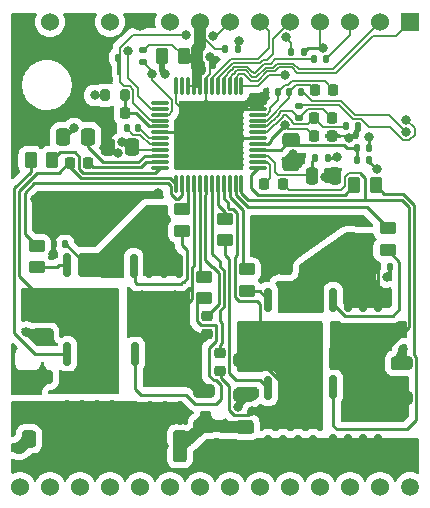
<source format=gbr>
%TF.GenerationSoftware,KiCad,Pcbnew,(6.0.4-0)*%
%TF.CreationDate,2022-08-06T12:57:23-04:00*%
%TF.ProjectId,QuarkCncStepperDrivers,51756172-6b43-46e6-9353-746570706572,rev?*%
%TF.SameCoordinates,Original*%
%TF.FileFunction,Copper,L1,Top*%
%TF.FilePolarity,Positive*%
%FSLAX46Y46*%
G04 Gerber Fmt 4.6, Leading zero omitted, Abs format (unit mm)*
G04 Created by KiCad (PCBNEW (6.0.4-0)) date 2022-08-06 12:57:23*
%MOMM*%
%LPD*%
G01*
G04 APERTURE LIST*
G04 Aperture macros list*
%AMRoundRect*
0 Rectangle with rounded corners*
0 $1 Rounding radius*
0 $2 $3 $4 $5 $6 $7 $8 $9 X,Y pos of 4 corners*
0 Add a 4 corners polygon primitive as box body*
4,1,4,$2,$3,$4,$5,$6,$7,$8,$9,$2,$3,0*
0 Add four circle primitives for the rounded corners*
1,1,$1+$1,$2,$3*
1,1,$1+$1,$4,$5*
1,1,$1+$1,$6,$7*
1,1,$1+$1,$8,$9*
0 Add four rect primitives between the rounded corners*
20,1,$1+$1,$2,$3,$4,$5,0*
20,1,$1+$1,$4,$5,$6,$7,0*
20,1,$1+$1,$6,$7,$8,$9,0*
20,1,$1+$1,$8,$9,$2,$3,0*%
G04 Aperture macros list end*
%TA.AperFunction,SMDPad,CuDef*%
%ADD10RoundRect,0.250000X-0.450000X0.262500X-0.450000X-0.262500X0.450000X-0.262500X0.450000X0.262500X0*%
%TD*%
%TA.AperFunction,SMDPad,CuDef*%
%ADD11RoundRect,0.250000X-0.650000X0.325000X-0.650000X-0.325000X0.650000X-0.325000X0.650000X0.325000X0*%
%TD*%
%TA.AperFunction,SMDPad,CuDef*%
%ADD12RoundRect,0.225000X0.225000X0.250000X-0.225000X0.250000X-0.225000X-0.250000X0.225000X-0.250000X0*%
%TD*%
%TA.AperFunction,SMDPad,CuDef*%
%ADD13RoundRect,0.250000X0.650000X-0.325000X0.650000X0.325000X-0.650000X0.325000X-0.650000X-0.325000X0*%
%TD*%
%TA.AperFunction,SMDPad,CuDef*%
%ADD14RoundRect,0.150000X-0.150000X0.825000X-0.150000X-0.825000X0.150000X-0.825000X0.150000X0.825000X0*%
%TD*%
%TA.AperFunction,SMDPad,CuDef*%
%ADD15RoundRect,0.250000X0.475000X-0.337500X0.475000X0.337500X-0.475000X0.337500X-0.475000X-0.337500X0*%
%TD*%
%TA.AperFunction,SMDPad,CuDef*%
%ADD16RoundRect,0.225000X-0.250000X0.225000X-0.250000X-0.225000X0.250000X-0.225000X0.250000X0.225000X0*%
%TD*%
%TA.AperFunction,SMDPad,CuDef*%
%ADD17RoundRect,0.225000X-0.225000X-0.250000X0.225000X-0.250000X0.225000X0.250000X-0.225000X0.250000X0*%
%TD*%
%TA.AperFunction,SMDPad,CuDef*%
%ADD18RoundRect,0.250000X1.100000X-0.325000X1.100000X0.325000X-1.100000X0.325000X-1.100000X-0.325000X0*%
%TD*%
%TA.AperFunction,SMDPad,CuDef*%
%ADD19RoundRect,0.135000X0.185000X-0.135000X0.185000X0.135000X-0.185000X0.135000X-0.185000X-0.135000X0*%
%TD*%
%TA.AperFunction,ComponentPad*%
%ADD20R,1.524000X1.524000*%
%TD*%
%TA.AperFunction,ComponentPad*%
%ADD21C,1.524000*%
%TD*%
%TA.AperFunction,SMDPad,CuDef*%
%ADD22RoundRect,0.250000X-0.475000X0.337500X-0.475000X-0.337500X0.475000X-0.337500X0.475000X0.337500X0*%
%TD*%
%TA.AperFunction,ComponentPad*%
%ADD23C,1.498600*%
%TD*%
%TA.AperFunction,SMDPad,CuDef*%
%ADD24RoundRect,0.135000X-0.135000X-0.185000X0.135000X-0.185000X0.135000X0.185000X-0.135000X0.185000X0*%
%TD*%
%TA.AperFunction,SMDPad,CuDef*%
%ADD25RoundRect,0.140000X-0.140000X-0.170000X0.140000X-0.170000X0.140000X0.170000X-0.140000X0.170000X0*%
%TD*%
%TA.AperFunction,SMDPad,CuDef*%
%ADD26RoundRect,0.250000X-0.362500X-1.425000X0.362500X-1.425000X0.362500X1.425000X-0.362500X1.425000X0*%
%TD*%
%TA.AperFunction,SMDPad,CuDef*%
%ADD27RoundRect,0.135000X0.135000X0.185000X-0.135000X0.185000X-0.135000X-0.185000X0.135000X-0.185000X0*%
%TD*%
%TA.AperFunction,SMDPad,CuDef*%
%ADD28RoundRect,0.250000X-0.325000X-1.100000X0.325000X-1.100000X0.325000X1.100000X-0.325000X1.100000X0*%
%TD*%
%TA.AperFunction,SMDPad,CuDef*%
%ADD29RoundRect,0.250000X0.337500X0.475000X-0.337500X0.475000X-0.337500X-0.475000X0.337500X-0.475000X0*%
%TD*%
%TA.AperFunction,SMDPad,CuDef*%
%ADD30RoundRect,0.250000X-0.250000X-0.475000X0.250000X-0.475000X0.250000X0.475000X-0.250000X0.475000X0*%
%TD*%
%TA.AperFunction,SMDPad,CuDef*%
%ADD31RoundRect,0.140000X0.140000X0.170000X-0.140000X0.170000X-0.140000X-0.170000X0.140000X-0.170000X0*%
%TD*%
%TA.AperFunction,SMDPad,CuDef*%
%ADD32RoundRect,0.250000X-0.262500X-0.450000X0.262500X-0.450000X0.262500X0.450000X-0.262500X0.450000X0*%
%TD*%
%TA.AperFunction,SMDPad,CuDef*%
%ADD33RoundRect,0.250000X0.262500X0.450000X-0.262500X0.450000X-0.262500X-0.450000X0.262500X-0.450000X0*%
%TD*%
%TA.AperFunction,SMDPad,CuDef*%
%ADD34RoundRect,0.200000X0.200000X0.275000X-0.200000X0.275000X-0.200000X-0.275000X0.200000X-0.275000X0*%
%TD*%
%TA.AperFunction,SMDPad,CuDef*%
%ADD35RoundRect,0.250000X-0.337500X-0.475000X0.337500X-0.475000X0.337500X0.475000X-0.337500X0.475000X0*%
%TD*%
%TA.AperFunction,SMDPad,CuDef*%
%ADD36RoundRect,0.075000X0.662500X0.075000X-0.662500X0.075000X-0.662500X-0.075000X0.662500X-0.075000X0*%
%TD*%
%TA.AperFunction,SMDPad,CuDef*%
%ADD37RoundRect,0.075000X0.075000X0.662500X-0.075000X0.662500X-0.075000X-0.662500X0.075000X-0.662500X0*%
%TD*%
%TA.AperFunction,ComponentPad*%
%ADD38C,0.500000*%
%TD*%
%TA.AperFunction,SMDPad,CuDef*%
%ADD39R,5.000000X5.000000*%
%TD*%
%TA.AperFunction,ViaPad*%
%ADD40C,0.800000*%
%TD*%
%TA.AperFunction,Conductor*%
%ADD41C,1.000000*%
%TD*%
%TA.AperFunction,Conductor*%
%ADD42C,0.512000*%
%TD*%
%TA.AperFunction,Conductor*%
%ADD43C,0.127000*%
%TD*%
%TA.AperFunction,Conductor*%
%ADD44C,0.250000*%
%TD*%
%TA.AperFunction,Conductor*%
%ADD45C,0.200000*%
%TD*%
%TA.AperFunction,Conductor*%
%ADD46C,0.256000*%
%TD*%
%TA.AperFunction,Conductor*%
%ADD47C,0.177800*%
%TD*%
%TA.AperFunction,Conductor*%
%ADD48C,0.190500*%
%TD*%
%TA.AperFunction,Conductor*%
%ADD49C,0.203200*%
%TD*%
G04 APERTURE END LIST*
D10*
%TO.P,R24,1*%
%TO.N,/STEPPER DRIVER X/HB2*%
X118920000Y-121447500D03*
%TO.P,R24,2*%
%TO.N,Net-(Q7-Pad4)*%
X118920000Y-123272500D03*
%TD*%
D11*
%TO.P,C4,1*%
%TO.N,/STEPPER_COIL_A2*%
X103520000Y-128360000D03*
%TO.P,C4,2*%
%TO.N,GND*%
X103520000Y-131310000D03*
%TD*%
D12*
%TO.P,C9,1*%
%TO.N,Net-(C9-Pad1)*%
X110503000Y-112522000D03*
%TO.P,C9,2*%
%TO.N,GND*%
X108953000Y-112522000D03*
%TD*%
D13*
%TO.P,C19,1*%
%TO.N,/STEPPER_COIL_B1*%
X133920000Y-136635000D03*
%TO.P,C19,2*%
%TO.N,GND*%
X133920000Y-133685000D03*
%TD*%
D14*
%TO.P,Q7,1,S*%
%TO.N,/STEPPER_COIL_B2*%
X126425000Y-135785000D03*
%TO.P,Q7,2,S*%
X125155000Y-135785000D03*
%TO.P,Q7,3,S*%
X123885000Y-135785000D03*
%TO.P,Q7,4,G*%
%TO.N,Net-(Q7-Pad4)*%
X122615000Y-135785000D03*
%TO.P,Q7,5,D*%
%TO.N,VCC*%
X122615000Y-140735000D03*
%TO.P,Q7,6,D*%
X123885000Y-140735000D03*
%TO.P,Q7,7,D*%
X125155000Y-140735000D03*
%TO.P,Q7,8,D*%
X126425000Y-140735000D03*
%TD*%
D15*
%TO.P,C6,1*%
%TO.N,VCC*%
X120650000Y-141140000D03*
%TO.P,C6,2*%
%TO.N,GND*%
X120650000Y-139065000D03*
%TD*%
D16*
%TO.P,C13,1*%
%TO.N,/STEPPER DRIVER X/CB2*%
X118497246Y-132785000D03*
%TO.P,C13,2*%
%TO.N,/STEPPER_COIL_B2*%
X118497246Y-134335000D03*
%TD*%
D14*
%TO.P,Q2,1,S*%
%TO.N,/STEPPER DRIVER X/hbridge_A3/hbridge_low_side*%
X115025000Y-125412500D03*
%TO.P,Q2,2,S*%
X113755000Y-125412500D03*
%TO.P,Q2,3,S*%
X112485000Y-125412500D03*
%TO.P,Q2,4,G*%
%TO.N,Net-(Q2-Pad4)*%
X111215000Y-125412500D03*
%TO.P,Q2,5,D*%
%TO.N,/STEPPER_COIL_A1*%
X111215000Y-130362500D03*
%TO.P,Q2,6,D*%
X112485000Y-130362500D03*
%TO.P,Q2,7,D*%
X113755000Y-130362500D03*
%TO.P,Q2,8,D*%
X115025000Y-130362500D03*
%TD*%
%TO.P,Q1,1,S*%
%TO.N,/STEPPER_COIL_A1*%
X115150000Y-132912500D03*
%TO.P,Q1,2,S*%
X113880000Y-132912500D03*
%TO.P,Q1,3,S*%
X112610000Y-132912500D03*
%TO.P,Q1,4,G*%
%TO.N,Net-(Q1-Pad4)*%
X111340000Y-132912500D03*
%TO.P,Q1,5,D*%
%TO.N,VCC*%
X111340000Y-137862500D03*
%TO.P,Q1,6,D*%
X112610000Y-137862500D03*
%TO.P,Q1,7,D*%
X113880000Y-137862500D03*
%TO.P,Q1,8,D*%
X115150000Y-137862500D03*
%TD*%
D17*
%TO.P,C14,1*%
%TO.N,/STEPPER DRIVER X/CB1*%
X122288000Y-118491000D03*
%TO.P,C14,2*%
%TO.N,/STEPPER_COIL_B1*%
X123838000Y-118491000D03*
%TD*%
D18*
%TO.P,C5,1*%
%TO.N,VCC*%
X103020000Y-137795000D03*
%TO.P,C5,2*%
%TO.N,GND*%
X103020000Y-134845000D03*
%TD*%
D19*
%TO.P,R3,1*%
%TO.N,/STEPPER DRIVER X/SRAH*%
X125222000Y-112905000D03*
%TO.P,R3,2*%
%TO.N,/STEPPER DRIVER X/hbridge_A3/hbridge_low_side*%
X125222000Y-111885000D03*
%TD*%
D20*
%TO.P,J1,1,Pin_1*%
%TO.N,/STEPPER_SCK*%
X134620000Y-104775000D03*
D21*
%TO.P,J1,2,Pin_2*%
%TO.N,/STEPPER_MOSI*%
X132080000Y-104775000D03*
%TO.P,J1,3,Pin_3*%
%TO.N,/STEPPER_MISO*%
X129540000Y-104775000D03*
%TO.P,J1,4,Pin_4*%
%TO.N,/STEPPER_X_CSn*%
X127000000Y-104775000D03*
%TO.P,J1,5,Pin_5*%
%TO.N,/STEPPER_X_STEP*%
X124460000Y-104775000D03*
%TO.P,J1,6,Pin_6*%
%TO.N,/STEPPER_X_DIR*%
X121920000Y-104775000D03*
%TO.P,J1,7,Pin_7*%
%TO.N,/STEPPER_X_ENn*%
X119380000Y-104775000D03*
%TO.P,J1,8,Pin_8*%
%TO.N,+3V3*%
X116840000Y-104775000D03*
%TO.P,J1,9,Pin_9*%
%TO.N,+12V*%
X114300000Y-104775000D03*
%TO.P,J1,10,Pin_10*%
%TO.N,GND*%
X111760000Y-104775000D03*
%TO.P,J1,11,Pin_11*%
%TO.N,VCC*%
X109220000Y-104775000D03*
%TO.P,J1,12,Pin_12*%
%TO.N,GND*%
X106680000Y-104775000D03*
%TO.P,J1,13,Pin_13*%
%TO.N,VCC*%
X104140000Y-104775000D03*
%TO.P,J1,14,Pin_14*%
%TO.N,GND*%
X101600000Y-104775000D03*
%TD*%
D14*
%TO.P,Q8,1,S*%
%TO.N,/STEPPER DRIVER X/hbridge_A2/hbridge_low_side*%
X126425000Y-128285000D03*
%TO.P,Q8,2,S*%
X125155000Y-128285000D03*
%TO.P,Q8,3,S*%
X123885000Y-128285000D03*
%TO.P,Q8,4,G*%
%TO.N,Net-(Q8-Pad4)*%
X122615000Y-128285000D03*
%TO.P,Q8,5,D*%
%TO.N,/STEPPER_COIL_B2*%
X122615000Y-133235000D03*
%TO.P,Q8,6,D*%
X123885000Y-133235000D03*
%TO.P,Q8,7,D*%
X125155000Y-133235000D03*
%TO.P,Q8,8,D*%
X126425000Y-133235000D03*
%TD*%
D22*
%TO.P,C15,1*%
%TO.N,/STEPPER DRIVER X/VSA*%
X124510800Y-114735700D03*
%TO.P,C15,2*%
%TO.N,GND*%
X124510800Y-116810700D03*
%TD*%
D21*
%TO.P,J2,1,Pin_1*%
%TO.N,/STEPPER_COIL_A2*%
X101610000Y-144145000D03*
%TO.P,J2,2,Pin_2*%
X104150000Y-144145000D03*
%TO.P,J2,3,Pin_3*%
X106690000Y-144145000D03*
%TO.P,J2,4,Pin_4*%
%TO.N,/STEPPER_COIL_A1*%
X109230000Y-144145000D03*
%TO.P,J2,5,Pin_5*%
X111770000Y-144145000D03*
%TO.P,J2,6,Pin_6*%
X114310000Y-144145000D03*
%TO.P,J2,7,Pin_7*%
%TO.N,/STEPPER_COIL_B2*%
X116850000Y-144145000D03*
%TO.P,J2,8,Pin_8*%
X119390000Y-144145000D03*
%TO.P,J2,9,Pin_9*%
X121930000Y-144145000D03*
%TO.P,J2,10,Pin_10*%
%TO.N,/STEPPER_COIL_B1*%
X124470000Y-144145000D03*
%TO.P,J2,11,Pin_11*%
X127010000Y-144145000D03*
%TO.P,J2,12,Pin_12*%
X129550000Y-144145000D03*
%TO.P,J2,13,Pin_13*%
%TO.N,/STEPPER_DIAG1*%
X132090000Y-144145000D03*
D23*
%TO.P,J2,14,Pin_14*%
%TO.N,/STEPPER_DIAG2*%
X134630000Y-144145000D03*
%TD*%
D11*
%TO.P,C1,1*%
%TO.N,/STEPPER_COIL_A1*%
X117220000Y-136025000D03*
%TO.P,C1,2*%
%TO.N,GND*%
X117220000Y-138975000D03*
%TD*%
D24*
%TO.P,R4,1*%
%TO.N,/STEPPER DRIVER X/SRAL*%
X129180400Y-113588800D03*
%TO.P,R4,2*%
%TO.N,GND*%
X130200400Y-113588800D03*
%TD*%
D14*
%TO.P,Q6,1,S*%
%TO.N,/STEPPER DRIVER X/hbridge_A2/hbridge_low_side*%
X131925000Y-128285000D03*
%TO.P,Q6,2,S*%
X130655000Y-128285000D03*
%TO.P,Q6,3,S*%
X129385000Y-128285000D03*
%TO.P,Q6,4,G*%
%TO.N,Net-(Q6-Pad4)*%
X128115000Y-128285000D03*
%TO.P,Q6,5,D*%
%TO.N,/STEPPER_COIL_B1*%
X128115000Y-133235000D03*
%TO.P,Q6,6,D*%
X129385000Y-133235000D03*
%TO.P,Q6,7,D*%
X130655000Y-133235000D03*
%TO.P,Q6,8,D*%
X131925000Y-133235000D03*
%TD*%
D10*
%TO.P,R20,1*%
%TO.N,/STEPPER DRIVER X/LB1*%
X132720000Y-122247500D03*
%TO.P,R20,2*%
%TO.N,Net-(Q6-Pad4)*%
X132720000Y-124072500D03*
%TD*%
D24*
%TO.P,R15,1*%
%TO.N,/STEPPER DRIVER X/TMC5160_12VOUT*%
X126617000Y-116306600D03*
%TO.P,R15,2*%
%TO.N,+12V*%
X127637000Y-116306600D03*
%TD*%
D16*
%TO.P,C18,1*%
%TO.N,/STEPPER DRIVER X/CA1*%
X117420000Y-129685000D03*
%TO.P,C18,2*%
%TO.N,/STEPPER_COIL_A1*%
X117420000Y-131235000D03*
%TD*%
D24*
%TO.P,R12,1*%
%TO.N,GND*%
X108913200Y-107797600D03*
%TO.P,R12,2*%
%TO.N,/STEPPER_X_ENn*%
X109933200Y-107797600D03*
%TD*%
D25*
%TO.P,C21,1*%
%TO.N,/STEPPER DRIVER X/hbridge_A2/hbridge_low_side*%
X131940000Y-125560000D03*
%TO.P,C21,2*%
%TO.N,GND*%
X132900000Y-125560000D03*
%TD*%
D11*
%TO.P,C22,1*%
%TO.N,/STEPPER_COIL_B2*%
X120597246Y-133385000D03*
%TO.P,C22,2*%
%TO.N,GND*%
X120597246Y-136335000D03*
%TD*%
D26*
%TO.P,R5,1*%
%TO.N,GND*%
X107273500Y-122047000D03*
%TO.P,R5,2*%
%TO.N,/STEPPER DRIVER X/hbridge_A3/hbridge_low_side*%
X113198500Y-122047000D03*
%TD*%
D24*
%TO.P,R13,1*%
%TO.N,Net-(R13-Pad1)*%
X126490000Y-107950000D03*
%TO.P,R13,2*%
%TO.N,/STEPPER_MISO*%
X127510000Y-107950000D03*
%TD*%
D26*
%TO.P,R23,1*%
%TO.N,GND*%
X124067500Y-124505000D03*
%TO.P,R23,2*%
%TO.N,/STEPPER DRIVER X/hbridge_A2/hbridge_low_side*%
X129992500Y-124505000D03*
%TD*%
D27*
%TO.P,R9,1*%
%TO.N,/STEPPER_X_CSn*%
X125605000Y-107315000D03*
%TO.P,R9,2*%
%TO.N,+3V3*%
X124585000Y-107315000D03*
%TD*%
D28*
%TO.P,C23,1*%
%TO.N,VCC*%
X112190000Y-140716000D03*
%TO.P,C23,2*%
%TO.N,GND*%
X115140000Y-140716000D03*
%TD*%
D12*
%TO.P,C2,1*%
%TO.N,/STEPPER DRIVER X/SRAH*%
X128029000Y-112903000D03*
%TO.P,C2,2*%
%TO.N,/STEPPER DRIVER X/SRAL*%
X126479000Y-112903000D03*
%TD*%
D29*
%TO.P,C17,1*%
%TO.N,VCC*%
X111121100Y-115341400D03*
%TO.P,C17,2*%
%TO.N,GND*%
X109046100Y-115341400D03*
%TD*%
D30*
%TO.P,C12,1*%
%TO.N,/STEPPER DRIVER X/TMC5160_12VOUT*%
X126365000Y-117856000D03*
%TO.P,C12,2*%
%TO.N,GND*%
X128265000Y-117856000D03*
%TD*%
D31*
%TO.P,C3,1*%
%TO.N,/STEPPER DRIVER X/hbridge_A3/hbridge_low_side*%
X105410000Y-123605000D03*
%TO.P,C3,2*%
%TO.N,GND*%
X104450000Y-123605000D03*
%TD*%
D17*
%TO.P,C20,1*%
%TO.N,/STEPPER DRIVER X/SRBH*%
X126580600Y-110515400D03*
%TO.P,C20,2*%
%TO.N,/STEPPER DRIVER X/SRBL*%
X128130600Y-110515400D03*
%TD*%
D10*
%TO.P,R2,1*%
%TO.N,/STEPPER DRIVER X/LA1*%
X115320000Y-120647500D03*
%TO.P,R2,2*%
%TO.N,Net-(Q2-Pad4)*%
X115320000Y-122472500D03*
%TD*%
D24*
%TO.P,R21,1*%
%TO.N,/STEPPER DRIVER X/SRBH*%
X124381800Y-110693200D03*
%TO.P,R21,2*%
%TO.N,/STEPPER DRIVER X/hbridge_A2/hbridge_low_side*%
X125401800Y-110693200D03*
%TD*%
D10*
%TO.P,R7,1*%
%TO.N,/STEPPER DRIVER X/LA2*%
X103015000Y-123732500D03*
%TO.P,R7,2*%
%TO.N,Net-(Q4-Pad4)*%
X103015000Y-125557500D03*
%TD*%
D14*
%TO.P,Q5,1,S*%
%TO.N,/STEPPER_COIL_B1*%
X131925000Y-135712500D03*
%TO.P,Q5,2,S*%
X130655000Y-135712500D03*
%TO.P,Q5,3,S*%
X129385000Y-135712500D03*
%TO.P,Q5,4,G*%
%TO.N,Net-(Q5-Pad4)*%
X128115000Y-135712500D03*
%TO.P,Q5,5,D*%
%TO.N,VCC*%
X128115000Y-140662500D03*
%TO.P,Q5,6,D*%
X129385000Y-140662500D03*
%TO.P,Q5,7,D*%
X130655000Y-140662500D03*
%TO.P,Q5,8,D*%
X131925000Y-140662500D03*
%TD*%
D17*
%TO.P,C11,1*%
%TO.N,/STEPPER DRIVER X/5VOUT*%
X126479000Y-114427000D03*
%TO.P,C11,2*%
%TO.N,GND*%
X128029000Y-114427000D03*
%TD*%
D14*
%TO.P,Q3,1,S*%
%TO.N,/STEPPER_COIL_A2*%
X109425000Y-132885000D03*
%TO.P,Q3,2,S*%
X108155000Y-132885000D03*
%TO.P,Q3,3,S*%
X106885000Y-132885000D03*
%TO.P,Q3,4,G*%
%TO.N,Net-(Q3-Pad4)*%
X105615000Y-132885000D03*
%TO.P,Q3,5,D*%
%TO.N,VCC*%
X105615000Y-137835000D03*
%TO.P,Q3,6,D*%
X106885000Y-137835000D03*
%TO.P,Q3,7,D*%
X108155000Y-137835000D03*
%TO.P,Q3,8,D*%
X109425000Y-137835000D03*
%TD*%
D32*
%TO.P,R19,1*%
%TO.N,/STEPPER DRIVER X/HB1*%
X129897500Y-118618000D03*
%TO.P,R19,2*%
%TO.N,Net-(Q5-Pad4)*%
X131722500Y-118618000D03*
%TD*%
D14*
%TO.P,Q4,1,S*%
%TO.N,/STEPPER DRIVER X/hbridge_A3/hbridge_low_side*%
X109425000Y-125385000D03*
%TO.P,Q4,2,S*%
X108155000Y-125385000D03*
%TO.P,Q4,3,S*%
X106885000Y-125385000D03*
%TO.P,Q4,4,G*%
%TO.N,Net-(Q4-Pad4)*%
X105615000Y-125385000D03*
%TO.P,Q4,5,D*%
%TO.N,/STEPPER_COIL_A2*%
X105615000Y-130335000D03*
%TO.P,Q4,6,D*%
X106885000Y-130335000D03*
%TO.P,Q4,7,D*%
X108155000Y-130335000D03*
%TO.P,Q4,8,D*%
X109425000Y-130335000D03*
%TD*%
D10*
%TO.P,R1,1*%
%TO.N,/STEPPER DRIVER X/HA1*%
X117220000Y-126347500D03*
%TO.P,R1,2*%
%TO.N,Net-(Q1-Pad4)*%
X117220000Y-128172500D03*
%TD*%
D31*
%TO.P,C7,1*%
%TO.N,/STEPPER DRIVER X/TMC5160_CPO*%
X111579600Y-113766600D03*
%TO.P,C7,2*%
%TO.N,/STEPPER DRIVER X/TMC5160_CPI*%
X110619600Y-113766600D03*
%TD*%
D10*
%TO.P,R25,1*%
%TO.N,/STEPPER DRIVER X/LB2*%
X120815000Y-125737500D03*
%TO.P,R25,2*%
%TO.N,Net-(Q8-Pad4)*%
X120815000Y-127562500D03*
%TD*%
D33*
%TO.P,R18,1*%
%TO.N,+3V3*%
X115466500Y-107696000D03*
%TO.P,R18,2*%
%TO.N,/STEPPER DRIVER X/5VOUT*%
X113641500Y-107696000D03*
%TD*%
D25*
%TO.P,C8,1*%
%TO.N,+3V3*%
X116995000Y-108458000D03*
%TO.P,C8,2*%
%TO.N,GND*%
X117955000Y-108458000D03*
%TD*%
D24*
%TO.P,R17,1*%
%TO.N,/STEPPER DRIVER X/VSA*%
X130147600Y-116484400D03*
%TO.P,R17,2*%
%TO.N,VCC*%
X131167600Y-116484400D03*
%TD*%
D34*
%TO.P,R14,1*%
%TO.N,Net-(C9-Pad1)*%
X110472246Y-110998000D03*
%TO.P,R14,2*%
%TO.N,/STEPPER DRIVER X/5VOUT*%
X108822246Y-110998000D03*
%TD*%
D35*
%TO.P,C10,1*%
%TO.N,VCC*%
X105261500Y-114503200D03*
%TO.P,C10,2*%
%TO.N,Net-(C10-Pad2)*%
X107336500Y-114503200D03*
%TD*%
D33*
%TO.P,R6,1*%
%TO.N,/STEPPER DRIVER X/HA2*%
X104315900Y-116459000D03*
%TO.P,R6,2*%
%TO.N,Net-(Q3-Pad4)*%
X102490900Y-116459000D03*
%TD*%
D36*
%TO.P,U1,1,HB1*%
%TO.N,/STEPPER DRIVER X/HB1*%
X121759746Y-117125000D03*
%TO.P,U1,2,CB1*%
%TO.N,/STEPPER DRIVER X/CB1*%
X121759746Y-116625000D03*
%TO.P,U1,3,12VOUT*%
%TO.N,/STEPPER DRIVER X/TMC5160_12VOUT*%
X121759746Y-116125000D03*
%TO.P,U1,4,VSA*%
%TO.N,/STEPPER DRIVER X/VSA*%
X121759746Y-115625000D03*
%TO.P,U1,5,5VOUT*%
%TO.N,/STEPPER DRIVER X/5VOUT*%
X121759746Y-115125000D03*
%TO.P,U1,6,GNDA*%
%TO.N,GND*%
X121759746Y-114625000D03*
%TO.P,U1,7,SRAL*%
%TO.N,/STEPPER DRIVER X/SRAL*%
X121759746Y-114125000D03*
%TO.P,U1,8,SRAH*%
%TO.N,/STEPPER DRIVER X/SRAH*%
X121759746Y-113625000D03*
%TO.P,U1,9,SRBH*%
%TO.N,/STEPPER DRIVER X/SRBH*%
X121759746Y-113125000D03*
%TO.P,U1,10,SRBL*%
%TO.N,/STEPPER DRIVER X/SRBL*%
X121759746Y-112625000D03*
%TO.P,U1,11,TST_MODE*%
%TO.N,GND*%
X121759746Y-112125000D03*
%TO.P,U1,12,CLK*%
X121759746Y-111625000D03*
D37*
%TO.P,U1,13,~{CS}/CFG3*%
%TO.N,/STEPPER_X_CSn*%
X120347246Y-110212500D03*
%TO.P,U1,14,SCK/CFG2*%
%TO.N,/STEPPER_SCK*%
X119847246Y-110212500D03*
%TO.P,U1,15,SDI/CFG1*%
%TO.N,/STEPPER_MOSI*%
X119347246Y-110212500D03*
%TO.P,U1,16,SDO/CFG0*%
%TO.N,Net-(R13-Pad1)*%
X118847246Y-110212500D03*
%TO.P,U1,17,REFL/STEP*%
%TO.N,/STEPPER_X_STEP*%
X118347246Y-110212500D03*
%TO.P,U1,18,REFR/DIR*%
%TO.N,/STEPPER_X_DIR*%
X117847246Y-110212500D03*
%TO.P,U1,19,GNDD*%
%TO.N,GND*%
X117347246Y-110212500D03*
%TO.P,U1,20,VCC_IO*%
%TO.N,+3V3*%
X116847246Y-110212500D03*
%TO.P,U1,21,SD_MODE*%
X116347246Y-110212500D03*
%TO.P,U1,22,SPI_MODE*%
X115847246Y-110212500D03*
%TO.P,U1,23,ENCB/DCEN/CFG4*%
%TO.N,unconnected-(U1-Pad23)*%
X115347246Y-110212500D03*
%TO.P,U1,24,ENCA/DCIN/CFG5*%
%TO.N,GND*%
X114847246Y-110212500D03*
D36*
%TO.P,U1,25,ENCN/DCO/CFG6*%
%TO.N,unconnected-(U1-Pad25)*%
X113434746Y-111625000D03*
%TO.P,U1,26,SWN/DIAG0*%
%TO.N,/STEPPER_DIAG2*%
X113434746Y-112125000D03*
%TO.P,U1,27,SWP/DIAG1*%
%TO.N,/STEPPER_DIAG1*%
X113434746Y-112625000D03*
%TO.P,U1,28,~{DRV_EN}*%
%TO.N,/STEPPER_X_ENn*%
X113434746Y-113125000D03*
%TO.P,U1,29,VCC*%
%TO.N,Net-(C9-Pad1)*%
X113434746Y-113625000D03*
%TO.P,U1,30,GNDD*%
%TO.N,GND*%
X113434746Y-114125000D03*
%TO.P,U1,31,CPO*%
%TO.N,/STEPPER DRIVER X/TMC5160_CPO*%
X113434746Y-114625000D03*
%TO.P,U1,32,CPI*%
%TO.N,/STEPPER DRIVER X/TMC5160_CPI*%
X113434746Y-115125000D03*
%TO.P,U1,33,VS*%
%TO.N,VCC*%
X113434746Y-115625000D03*
%TO.P,U1,34,VCP*%
%TO.N,Net-(C10-Pad2)*%
X113434746Y-116125000D03*
%TO.P,U1,35,CA2*%
%TO.N,/STEPPER DRIVER X/CA2*%
X113434746Y-116625000D03*
%TO.P,U1,36,HA2*%
%TO.N,/STEPPER DRIVER X/HA2*%
X113434746Y-117125000D03*
D37*
%TO.P,U1,37,BMA2*%
%TO.N,/STEPPER_COIL_A2*%
X114847246Y-118537500D03*
%TO.P,U1,38,LA2*%
%TO.N,/STEPPER DRIVER X/LA2*%
X115347246Y-118537500D03*
%TO.P,U1,39,LA1*%
%TO.N,/STEPPER DRIVER X/LA1*%
X115847246Y-118537500D03*
%TO.P,U1,40,BMA1*%
%TO.N,/STEPPER_COIL_A1*%
X116347246Y-118537500D03*
%TO.P,U1,41,HA1*%
%TO.N,/STEPPER DRIVER X/HA1*%
X116847246Y-118537500D03*
%TO.P,U1,42,CA1*%
%TO.N,/STEPPER DRIVER X/CA1*%
X117347246Y-118537500D03*
%TO.P,U1,43,CB2*%
%TO.N,/STEPPER DRIVER X/CB2*%
X117847246Y-118537500D03*
%TO.P,U1,44,HB2*%
%TO.N,/STEPPER DRIVER X/HB2*%
X118347246Y-118537500D03*
%TO.P,U1,45,BMB2*%
%TO.N,/STEPPER_COIL_B2*%
X118847246Y-118537500D03*
%TO.P,U1,46,LB2*%
%TO.N,/STEPPER DRIVER X/LB2*%
X119347246Y-118537500D03*
%TO.P,U1,47,LB1*%
%TO.N,/STEPPER DRIVER X/LB1*%
X119847246Y-118537500D03*
%TO.P,U1,48,BMB1*%
%TO.N,/STEPPER_COIL_B1*%
X120347246Y-118537500D03*
D38*
%TO.P,U1,49,EP*%
%TO.N,GND*%
X117597246Y-112125000D03*
X116472246Y-115500000D03*
X118722246Y-114375000D03*
X116472246Y-112125000D03*
X116472246Y-116625000D03*
X119847246Y-112125000D03*
X115347246Y-115500000D03*
X115347246Y-113250000D03*
X115347246Y-116625000D03*
X115347246Y-112125000D03*
X118722246Y-115500000D03*
X115347246Y-114375000D03*
X116472246Y-113250000D03*
X117597246Y-113250000D03*
X118722246Y-112125000D03*
X117597246Y-114375000D03*
X119847246Y-115500000D03*
X119847246Y-113250000D03*
D39*
X117597246Y-114375000D03*
D38*
X117597246Y-115500000D03*
X118722246Y-116625000D03*
X119847246Y-116625000D03*
X116472246Y-114375000D03*
X118722246Y-113250000D03*
X117597246Y-116625000D03*
X119847246Y-114375000D03*
%TD*%
D29*
%TO.P,C24,1*%
%TO.N,VCC*%
X104415500Y-140081000D03*
%TO.P,C24,2*%
%TO.N,GND*%
X102340500Y-140081000D03*
%TD*%
D12*
%TO.P,C16,1*%
%TO.N,/STEPPER DRIVER X/CA2*%
X107378800Y-116713000D03*
%TO.P,C16,2*%
%TO.N,/STEPPER_COIL_A2*%
X105828800Y-116713000D03*
%TD*%
D24*
%TO.P,R16,1*%
%TO.N,/STEPPER DRIVER X/VSA*%
X130122200Y-115493800D03*
%TO.P,R16,2*%
%TO.N,+12V*%
X131142200Y-115493800D03*
%TD*%
D27*
%TO.P,R10,1*%
%TO.N,/STEPPER_DIAG2*%
X120017000Y-107061000D03*
%TO.P,R10,2*%
%TO.N,+3V3*%
X118997000Y-107061000D03*
%TD*%
%TO.P,R22,1*%
%TO.N,/STEPPER DRIVER X/SRBL*%
X123446000Y-110693200D03*
%TO.P,R22,2*%
%TO.N,GND*%
X122426000Y-110693200D03*
%TD*%
D19*
%TO.P,R11,1*%
%TO.N,/STEPPER_DIAG1*%
X112039400Y-108206000D03*
%TO.P,R11,2*%
%TO.N,+3V3*%
X112039400Y-107186000D03*
%TD*%
D40*
%TO.N,+3V3*%
X124104400Y-106095800D03*
%TO.N,GND*%
X107950000Y-119761000D03*
X127464500Y-117932200D03*
X121666000Y-121576500D03*
X117652800Y-107749400D03*
X129463800Y-114604800D03*
X121756070Y-111617226D03*
X134011489Y-132460000D03*
X118745000Y-139065000D03*
X109905800Y-115911958D03*
X125730000Y-123571000D03*
X110490000Y-119507000D03*
X105156000Y-119761000D03*
X120020000Y-137360000D03*
X129286000Y-121539000D03*
X126746000Y-121539000D03*
X103886000Y-121793000D03*
X124206000Y-121539000D03*
X122377200Y-123723400D03*
X132649500Y-126381426D03*
X108712000Y-121793000D03*
X108204000Y-112471200D03*
X106172000Y-121793000D03*
X101473000Y-140843000D03*
X122428000Y-125603000D03*
X115951000Y-140081000D03*
X113284000Y-119253000D03*
X124739400Y-115973500D03*
X102870000Y-135890000D03*
X108915200Y-108635800D03*
X102870000Y-119761000D03*
X104430000Y-124405000D03*
X102144500Y-131047701D03*
%TO.N,VCC*%
X133604000Y-141351000D03*
X106183593Y-113789951D03*
X107315000Y-141605000D03*
X124206000Y-142240000D03*
X109601000Y-141478000D03*
X108077000Y-139954000D03*
X103505000Y-141732000D03*
X113792000Y-140716000D03*
X131800600Y-117271800D03*
X132461000Y-142240000D03*
X110247144Y-114972549D03*
X119126000Y-141859000D03*
X117094000Y-141732000D03*
X127127000Y-142240000D03*
%TO.N,/STEPPER_COIL_B2*%
X126620000Y-138660000D03*
X126520000Y-131660000D03*
X125620000Y-131660000D03*
X123520000Y-138660000D03*
X122320000Y-137760000D03*
X124620000Y-138660000D03*
X125620000Y-138660000D03*
X126620000Y-137760000D03*
X122720000Y-130760000D03*
X125620000Y-137760000D03*
X123520000Y-137760000D03*
X124620000Y-137760000D03*
X124020000Y-130760000D03*
X122320000Y-138660000D03*
X121220000Y-137760000D03*
X124620000Y-131660000D03*
X126120000Y-130760000D03*
X125120000Y-130760000D03*
X123320000Y-131560000D03*
%TO.N,/STEPPER_COIL_B1*%
X129597246Y-130700000D03*
X130597246Y-130800000D03*
X133697246Y-130600000D03*
X132497246Y-131700000D03*
X129597246Y-131700000D03*
X131597246Y-138000000D03*
X131697246Y-130800000D03*
X129397246Y-137200000D03*
X130397246Y-138000000D03*
X131597246Y-131700000D03*
X132297246Y-137200000D03*
X132697246Y-130800000D03*
X130597246Y-131700000D03*
X130997246Y-137200000D03*
%TO.N,/STEPPER_COIL_A2*%
X108520000Y-134760000D03*
X105320000Y-127860000D03*
X107620000Y-128760000D03*
X106020000Y-135660000D03*
X108520000Y-128760000D03*
X107020000Y-135660000D03*
X106220000Y-127860000D03*
X106520000Y-134760000D03*
X109520000Y-134660000D03*
X108020000Y-135660000D03*
X106720000Y-128760000D03*
X109120000Y-127860000D03*
X109020000Y-135660000D03*
X108020000Y-127860000D03*
X107520000Y-134760000D03*
X105820000Y-128760000D03*
X107120000Y-127860000D03*
%TO.N,/STEPPER_COIL_A1*%
X116020000Y-131860000D03*
X112620000Y-134360000D03*
X111920000Y-127860000D03*
X112320000Y-128760000D03*
X116220000Y-133460000D03*
X114320000Y-128760000D03*
X113120000Y-135160000D03*
X114620000Y-134360000D03*
X113820000Y-127960000D03*
X114720000Y-127860000D03*
X115220000Y-128760000D03*
X115620000Y-134360000D03*
X114120000Y-135160000D03*
X113620000Y-134360000D03*
X112920000Y-127960000D03*
X113320000Y-128760000D03*
X115120000Y-135260000D03*
%TO.N,/STEPPER DRIVER X/hbridge_A2/hbridge_low_side*%
X134289800Y-114122200D03*
X131089400Y-124206000D03*
%TO.N,/STEPPER DRIVER X/hbridge_A3/hbridge_low_side*%
X134289800Y-113080800D03*
X113930000Y-121505000D03*
%TO.N,/STEPPER_X_CSn*%
X124067757Y-109294023D03*
X127254000Y-106959400D03*
%TO.N,/STEPPER_DIAG2*%
X110744000Y-107264200D03*
X120167400Y-106375200D03*
%TO.N,/STEPPER_DIAG1*%
X112801400Y-109169200D03*
%TO.N,/STEPPER_X_ENn*%
X117952348Y-105941980D03*
X115697000Y-105918000D03*
%TO.N,/STEPPER DRIVER X/5VOUT*%
X124029288Y-113543848D03*
X107924600Y-110998000D03*
X113919000Y-109220000D03*
%TO.N,+12V*%
X128473200Y-116255800D03*
X131165600Y-114554000D03*
%TD*%
D41*
%TO.N,+3V3*%
X116553299Y-108563788D02*
X116840000Y-108850489D01*
D42*
X115852000Y-107696000D02*
X116868000Y-108712000D01*
D43*
X118107826Y-107061000D02*
X116840000Y-105793174D01*
D41*
X116840000Y-106801470D02*
X116553299Y-107088171D01*
D43*
X114503480Y-106732980D02*
X115466500Y-107696000D01*
X124585000Y-106576400D02*
X124104400Y-106095800D01*
X112492420Y-106732980D02*
X114503480Y-106732980D01*
D42*
X116741726Y-109001726D02*
X116741726Y-110212500D01*
D43*
X112039400Y-107186000D02*
X112492420Y-106732980D01*
X115847246Y-110212500D02*
X116347246Y-110212500D01*
D41*
X116553299Y-107088171D02*
X116553299Y-108563788D01*
D43*
X124585000Y-107315000D02*
X124585000Y-106576400D01*
D41*
X116840000Y-104775000D02*
X116840000Y-106801470D01*
D42*
X115466500Y-107696000D02*
X115852000Y-107696000D01*
D43*
X118997000Y-107061000D02*
X118107826Y-107061000D01*
D42*
X116452766Y-108807234D02*
X116452766Y-110212500D01*
D43*
X116840000Y-105793174D02*
X116840000Y-104775000D01*
D41*
X116840000Y-108752215D02*
X116741726Y-108850489D01*
D44*
%TO.N,GND*%
X121759746Y-112125000D02*
X119847246Y-112125000D01*
D43*
X115347246Y-112125000D02*
X114847246Y-111625000D01*
X128029000Y-114427000D02*
X129286000Y-114427000D01*
X117347246Y-109496968D02*
X117652800Y-109191414D01*
D44*
X113434746Y-114125000D02*
X115097246Y-114125000D01*
D43*
X109335242Y-115341400D02*
X109905800Y-115911958D01*
X117347246Y-110212500D02*
X117347246Y-109496968D01*
D45*
X132900000Y-126130926D02*
X132649500Y-126381426D01*
D44*
X120520000Y-136860000D02*
X120520000Y-136335000D01*
D41*
X102340500Y-140081000D02*
X101578500Y-140843000D01*
D43*
X124510800Y-116202100D02*
X124739400Y-115973500D01*
D44*
X108953000Y-112522000D02*
X108254800Y-112522000D01*
X120020000Y-137360000D02*
X120520000Y-136860000D01*
X121259746Y-112125000D02*
X121759746Y-111625000D01*
X119847246Y-114375000D02*
X120097246Y-114625000D01*
D41*
X120650000Y-139065000D02*
X118745000Y-139065000D01*
D43*
X129286000Y-114427000D02*
X129463800Y-114604800D01*
D44*
X121756070Y-111540930D02*
X122603800Y-110693200D01*
X108254800Y-112522000D02*
X108204000Y-112471200D01*
D41*
X117220000Y-138975000D02*
X118655000Y-138975000D01*
X117057000Y-138975000D02*
X115951000Y-140081000D01*
D44*
X115097246Y-114125000D02*
X115347246Y-114375000D01*
X103520000Y-131310000D02*
X102406799Y-131310000D01*
X119847246Y-112125000D02*
X121259746Y-112125000D01*
X104450000Y-124385000D02*
X104430000Y-124405000D01*
D43*
X127540700Y-117856000D02*
X127464500Y-117932200D01*
X117652800Y-109191414D02*
X117652800Y-107749400D01*
X128265000Y-117856000D02*
X127540700Y-117856000D01*
D44*
X104450000Y-123605000D02*
X104450000Y-124385000D01*
D45*
X132900000Y-125560000D02*
X132900000Y-126130926D01*
D43*
X108913200Y-107797600D02*
X108913200Y-108633800D01*
D41*
X103020000Y-135740000D02*
X102870000Y-135890000D01*
D44*
X133920000Y-132551489D02*
X134011489Y-132460000D01*
D45*
X117347246Y-111875000D02*
X117597246Y-112125000D01*
D42*
X115316000Y-140716000D02*
X115951000Y-140081000D01*
D43*
X124510800Y-116861500D02*
X124510800Y-116202100D01*
D45*
X117347246Y-110212500D02*
X117347246Y-111875000D01*
D44*
X120097246Y-114625000D02*
X121759746Y-114625000D01*
D41*
X103020000Y-134845000D02*
X103020000Y-135740000D01*
X101578500Y-140843000D02*
X101473000Y-140843000D01*
D44*
X121756070Y-111617226D02*
X121756070Y-111540930D01*
D43*
X114847246Y-111625000D02*
X114847246Y-110212500D01*
D44*
X133920000Y-133685000D02*
X133920000Y-132551489D01*
X102406799Y-131310000D02*
X102144500Y-131047701D01*
D41*
X118655000Y-138975000D02*
X118745000Y-139065000D01*
D43*
X108913200Y-108633800D02*
X108915200Y-108635800D01*
%TO.N,VCC*%
X113434746Y-115625000D02*
X111404700Y-115625000D01*
D46*
X105470344Y-114503200D02*
X106183593Y-113789951D01*
D43*
X110615995Y-115341400D02*
X110247144Y-114972549D01*
D46*
X131167600Y-116638800D02*
X131800600Y-117271800D01*
D43*
%TO.N,/STEPPER DRIVER X/TMC5160_CPO*%
X111605000Y-113919000D02*
X111840756Y-113919000D01*
X111840756Y-113919000D02*
X112546756Y-114625000D01*
X112546756Y-114625000D02*
X113434746Y-114625000D01*
D47*
%TO.N,/STEPPER DRIVER X/TMC5160_12VOUT*%
X123418600Y-117703600D02*
X123211786Y-117496786D01*
X123211785Y-116722962D02*
X122613823Y-116125000D01*
X126151600Y-117703600D02*
X123418600Y-117703600D01*
X126304000Y-117856000D02*
X126151600Y-117703600D01*
D46*
X126365000Y-116558600D02*
X126617000Y-116306600D01*
D47*
X123211786Y-117496786D02*
X123211785Y-116722962D01*
D46*
X126365000Y-117856000D02*
X126365000Y-116558600D01*
D47*
X122613823Y-116125000D02*
X121759746Y-116125000D01*
D44*
%TO.N,/STEPPER DRIVER X/CB2*%
X118870480Y-128870238D02*
X118497246Y-129243472D01*
X117847246Y-118537500D02*
X117847246Y-124387246D01*
X118870480Y-125837270D02*
X118870480Y-128870238D01*
X118497246Y-125464035D02*
X118870480Y-125837270D01*
X118497246Y-130101529D02*
X118669520Y-130273803D01*
X117847246Y-124387246D02*
X118497246Y-125037246D01*
X118669520Y-130273803D02*
X118669520Y-131996305D01*
X118669520Y-131996305D02*
X118497246Y-132168579D01*
X118497246Y-132168579D02*
X118497246Y-132662246D01*
X118497246Y-129243472D02*
X118497246Y-130101529D01*
X118497246Y-125037246D02*
X118497246Y-125464035D01*
%TO.N,/STEPPER_COIL_B2*%
X119944520Y-124511303D02*
X119790480Y-124665343D01*
X119306198Y-120610480D02*
X119607973Y-120610480D01*
X121947246Y-132567246D02*
X122615000Y-133235000D01*
X119295489Y-137660103D02*
X119719897Y-138084511D01*
X123885000Y-135408928D02*
X121695713Y-133219641D01*
X119944520Y-120947027D02*
X119944520Y-124511303D01*
X121947246Y-128650000D02*
X121947246Y-132567246D01*
X121696766Y-128399520D02*
X121947246Y-128650000D01*
X119790480Y-124665343D02*
X119790480Y-128062973D01*
X120127027Y-128399520D02*
X121696766Y-128399520D01*
X118847246Y-118537500D02*
X118847246Y-119722964D01*
X118620000Y-134335000D02*
X118620000Y-134924283D01*
X118847246Y-119722964D02*
X119247246Y-120122964D01*
X119247246Y-120551528D02*
X119306198Y-120610480D01*
X119719897Y-138084511D02*
X120895489Y-138084511D01*
X119790480Y-128062973D02*
X120127027Y-128399520D01*
X120895489Y-138084511D02*
X121220000Y-137760000D01*
X121695713Y-133219641D02*
X120685359Y-133219641D01*
X119295489Y-135599772D02*
X119295489Y-137660103D01*
X118620000Y-134924283D02*
X119295489Y-135599772D01*
X119607973Y-120610480D02*
X119944520Y-120947027D01*
X119247246Y-120122964D02*
X119247246Y-120551528D01*
D48*
%TO.N,/STEPPER DRIVER X/CB1*%
X122792016Y-116896837D02*
X122520179Y-116625000D01*
X122288000Y-118491000D02*
X122792016Y-117986984D01*
X122792016Y-117986984D02*
X122792016Y-116896837D01*
D44*
X122476039Y-116625000D02*
X122501519Y-116650480D01*
X121759746Y-116625000D02*
X122476039Y-116625000D01*
D48*
X122520179Y-116625000D02*
X121759746Y-116625000D01*
D44*
%TO.N,/STEPPER_COIL_B1*%
X130810000Y-119761000D02*
X130810000Y-118005507D01*
X130810000Y-118005507D02*
X130397973Y-117593480D01*
X133945969Y-119885969D02*
X134520000Y-120460000D01*
X120347246Y-118537500D02*
X120347246Y-119261399D01*
D48*
X129090230Y-117942349D02*
X129439099Y-117593480D01*
D44*
X130934969Y-119885969D02*
X130810000Y-119761000D01*
D48*
X124338698Y-118991698D02*
X128785302Y-118991698D01*
D44*
X124944157Y-119885960D02*
X130934960Y-119885960D01*
D48*
X123838000Y-118491000D02*
X124338698Y-118991698D01*
D44*
X120347246Y-119261399D02*
X120946817Y-119860970D01*
D48*
X128785302Y-118991698D02*
X129090230Y-118686770D01*
D44*
X124919167Y-119860970D02*
X124944157Y-119885960D01*
D48*
X129439099Y-117593480D02*
X130397973Y-117593480D01*
D44*
X134520000Y-130640000D02*
X131925000Y-133235000D01*
D48*
X129090230Y-118686770D02*
X129090230Y-117942349D01*
D44*
X134520000Y-120460000D02*
X134520000Y-130640000D01*
X120946817Y-119860970D02*
X124919167Y-119860970D01*
X130934960Y-119885960D02*
X130934969Y-119885969D01*
X130934969Y-119885969D02*
X133945969Y-119885969D01*
%TO.N,/STEPPER DRIVER X/CA2*%
X113434746Y-116625000D02*
X112280504Y-116625000D01*
X107802569Y-117085969D02*
X107378800Y-116662200D01*
X111819535Y-117085969D02*
X107802569Y-117085969D01*
X112280504Y-116625000D02*
X111819535Y-117085969D01*
%TO.N,/STEPPER_COIL_A2*%
X105828800Y-117050842D02*
X106782958Y-118005000D01*
X104897711Y-117555489D02*
X105791000Y-116662200D01*
X105828800Y-116713000D02*
X105828800Y-117050842D01*
X105615000Y-130335000D02*
X101541511Y-126261511D01*
X101541511Y-126261511D02*
X101541511Y-119057785D01*
X106782958Y-118005000D02*
X114314746Y-118005000D01*
X101541511Y-119057785D02*
X103043807Y-117555489D01*
X103043807Y-117555489D02*
X104897711Y-117555489D01*
X114314746Y-118005000D02*
X114847246Y-118537500D01*
%TO.N,/STEPPER DRIVER X/CA1*%
X118420960Y-128684040D02*
X117420000Y-129685000D01*
X117296766Y-119390486D02*
X117296766Y-124936766D01*
X117907973Y-125510480D02*
X118420960Y-126023467D01*
X117347246Y-118537500D02*
X117347246Y-119340006D01*
X117347246Y-119340006D02*
X117296766Y-119390486D01*
X117870480Y-125510480D02*
X117907973Y-125510480D01*
X118420960Y-126023467D02*
X118420960Y-128684040D01*
X117296766Y-124936766D02*
X117870480Y-125510480D01*
%TO.N,/STEPPER_COIL_A1*%
X117420000Y-131235000D02*
X115742500Y-132912500D01*
X116347246Y-125410480D02*
X116195480Y-125562246D01*
X116195480Y-128261302D02*
X115150000Y-129306782D01*
X115150000Y-129306782D02*
X115150000Y-130362500D01*
X115742500Y-132912500D02*
X115150000Y-132912500D01*
X116347246Y-118537500D02*
X116347246Y-125410480D01*
X116195480Y-125562246D02*
X116195480Y-128261302D01*
D42*
X116220000Y-135025000D02*
X117220000Y-136025000D01*
X116220000Y-133460000D02*
X116220000Y-135025000D01*
D43*
%TO.N,/STEPPER DRIVER X/SRBH*%
X122475278Y-113125000D02*
X124381800Y-111218478D01*
X126580600Y-110515400D02*
X126175380Y-110110180D01*
X124381800Y-111218478D02*
X124381800Y-110693200D01*
X124964820Y-110110180D02*
X124381800Y-110693200D01*
X126175380Y-110110180D02*
X124964820Y-110110180D01*
X121759746Y-113125000D02*
X122475278Y-113125000D01*
%TO.N,/STEPPER DRIVER X/SRBL*%
X128130600Y-110515400D02*
X127392580Y-109777380D01*
X124029020Y-110110180D02*
X123446000Y-110693200D01*
X122760266Y-112340012D02*
X122760266Y-112088134D01*
X124255620Y-110110180D02*
X124029020Y-110110180D01*
X124588420Y-109777380D02*
X124255620Y-110110180D01*
X122475278Y-112625000D02*
X122760266Y-112340012D01*
X121759746Y-112625000D02*
X122475278Y-112625000D01*
X127392580Y-109777380D02*
X124588420Y-109777380D01*
X123446000Y-111402400D02*
X123446000Y-110693200D01*
X122760266Y-112088134D02*
X123446000Y-111402400D01*
D44*
%TO.N,/STEPPER DRIVER X/hbridge_A2/hbridge_low_side*%
X131940000Y-125560000D02*
X131925000Y-125575000D01*
D43*
X129975888Y-112679268D02*
X132846868Y-112679268D01*
X126317620Y-111482020D02*
X128778640Y-111482020D01*
X125528800Y-110693200D02*
X126317620Y-111482020D01*
D44*
X131925000Y-125575000D02*
X131925000Y-128285000D01*
D43*
X132846868Y-112679268D02*
X134289800Y-114122200D01*
X128778640Y-111482020D02*
X129975888Y-112679268D01*
%TO.N,/STEPPER DRIVER X/SRAH*%
X123325245Y-112848511D02*
X123516511Y-112657245D01*
X123516511Y-112545523D02*
X123716746Y-112345288D01*
X123716746Y-112345288D02*
X124662288Y-112345288D01*
X123011768Y-113051711D02*
X123071245Y-113051711D01*
X127290980Y-112164980D02*
X128029000Y-112903000D01*
X123516511Y-112657245D02*
X123516511Y-112545523D01*
X123172845Y-112975511D02*
X123299845Y-112848511D01*
X123071245Y-113051711D02*
X123147445Y-112975511D01*
X123011768Y-113098256D02*
X123011768Y-113051711D01*
X123299845Y-112848511D02*
X123325245Y-112848511D01*
X125222000Y-112905000D02*
X125962020Y-112164980D01*
X124662288Y-112345288D02*
X125222000Y-112905000D01*
X123147445Y-112975511D02*
X123172845Y-112975511D01*
X125962020Y-112164980D02*
X127290980Y-112164980D01*
X122485024Y-113625000D02*
X123011768Y-113098256D01*
X121759746Y-113625000D02*
X122485024Y-113625000D01*
%TO.N,/STEPPER DRIVER X/SRAL*%
X129057980Y-113641020D02*
X127217020Y-113641020D01*
X123843022Y-112792490D02*
X123257290Y-113378222D01*
X124150425Y-112671799D02*
X123851991Y-112671799D01*
X123257290Y-113378222D02*
X123193558Y-113378222D01*
X124640401Y-113263375D02*
X124640401Y-113161775D01*
X124815046Y-113438020D02*
X124640401Y-113263375D01*
X122485024Y-114125000D02*
X121759746Y-114125000D01*
X123085798Y-113524226D02*
X122485024Y-114125000D01*
X123851991Y-112671799D02*
X123843022Y-112680768D01*
X126479000Y-112903000D02*
X125943980Y-113438020D01*
X124640401Y-113161775D02*
X124150425Y-112671799D01*
X123085798Y-113485982D02*
X123085798Y-113524226D01*
X123193558Y-113378222D02*
X123085798Y-113485982D01*
X125943980Y-113438020D02*
X124815046Y-113438020D01*
X127217020Y-113641020D02*
X126479000Y-112903000D01*
X123843022Y-112680768D02*
X123843022Y-112792490D01*
%TO.N,/STEPPER DRIVER X/hbridge_A3/hbridge_low_side*%
X130500265Y-113005780D02*
X131181196Y-113686711D01*
X134564425Y-114785201D02*
X135003601Y-114346025D01*
X134015175Y-114785201D02*
X134564425Y-114785201D01*
X129816024Y-113005780D02*
X130500265Y-113005780D01*
X135003601Y-114346025D02*
X135003601Y-113794601D01*
D44*
X106885000Y-125008928D02*
X106885000Y-125385000D01*
X105410000Y-123605000D02*
X105481072Y-123605000D01*
D43*
X125298469Y-111808531D02*
X128618775Y-111808531D01*
X135003601Y-113794601D02*
X134289800Y-113080800D01*
X132916685Y-113686711D02*
X134015175Y-114785201D01*
X131181196Y-113686711D02*
X132916685Y-113686711D01*
X128618775Y-111808531D02*
X129816024Y-113005780D01*
D44*
X105481072Y-123605000D02*
X106885000Y-125008928D01*
%TO.N,Net-(Q1-Pad4)*%
X116620480Y-130137618D02*
X116620480Y-128472020D01*
X111340000Y-135880000D02*
X111820000Y-136360000D01*
X117620000Y-132410108D02*
X118220000Y-131810108D01*
X115657246Y-136360000D02*
X116397246Y-137100000D01*
X116397246Y-137100000D02*
X118197246Y-137100000D01*
X118597246Y-135537247D02*
X118169519Y-135109520D01*
X118220000Y-130460000D02*
X116942862Y-130460000D01*
X118197246Y-137100000D02*
X118597246Y-136700000D01*
X111340000Y-132912500D02*
X111340000Y-135880000D01*
X118597246Y-136700000D02*
X118597246Y-135537247D01*
X116620480Y-128472020D02*
X117020000Y-128072500D01*
X118169519Y-135109520D02*
X118006766Y-135109520D01*
X118006766Y-135109520D02*
X117620000Y-134722754D01*
X116942862Y-130460000D02*
X116620480Y-130137618D01*
X117620000Y-134722754D02*
X117620000Y-132410108D01*
X111820000Y-136360000D02*
X115657246Y-136360000D01*
X118220000Y-131810108D02*
X118220000Y-130460000D01*
%TO.N,Net-(Q2-Pad4)*%
X115220000Y-126960000D02*
X115325000Y-126855000D01*
X115320000Y-122172500D02*
X115320000Y-123672500D01*
X111340000Y-125412500D02*
X111340000Y-126780000D01*
X111340000Y-126780000D02*
X111520000Y-126960000D01*
X111520000Y-126960000D02*
X115220000Y-126960000D01*
X115745960Y-126462612D02*
X115745960Y-124098460D01*
X115448572Y-126760000D02*
X115745960Y-126462612D01*
X115325000Y-126855000D02*
X115325000Y-126760000D01*
X115320000Y-123672500D02*
X115745960Y-124098460D01*
X115325000Y-126760000D02*
X115448572Y-126760000D01*
%TO.N,Net-(Q3-Pad4)*%
X101092000Y-131132000D02*
X101092000Y-118871592D01*
X102490900Y-117472692D02*
X102490900Y-116711100D01*
X101092000Y-118871592D02*
X102490900Y-117472692D01*
X105615000Y-132885000D02*
X102845000Y-132885000D01*
X102845000Y-132885000D02*
X101092000Y-131132000D01*
%TO.N,Net-(Q4-Pad4)*%
X104742500Y-125557500D02*
X104915000Y-125385000D01*
X104915000Y-125385000D02*
X105615000Y-125385000D01*
X103015000Y-125557500D02*
X104742500Y-125557500D01*
%TO.N,Net-(Q5-Pad4)*%
X134006198Y-119310480D02*
X132414980Y-119310480D01*
X135144520Y-133122027D02*
X135144520Y-138473000D01*
X135001000Y-132978507D02*
X135144520Y-133122027D01*
X128115000Y-138955000D02*
X128115000Y-135712500D01*
X135144520Y-138473000D02*
X134366000Y-139251520D01*
X135001000Y-120305282D02*
X135001000Y-132978507D01*
X134366000Y-139251520D02*
X128411520Y-139251520D01*
X134006198Y-119310480D02*
X135001000Y-120305282D01*
X128411520Y-139251520D02*
X128115000Y-138955000D01*
X132414980Y-119310480D02*
X131722500Y-118618000D01*
%TO.N,Net-(Q6-Pad4)*%
X133720960Y-129087612D02*
X133148572Y-129660000D01*
X132720000Y-124072500D02*
X133720960Y-125073460D01*
X129113928Y-129660000D02*
X133148572Y-129660000D01*
X133720960Y-125073460D02*
X133720960Y-129087612D01*
X128115000Y-128661072D02*
X129113928Y-129660000D01*
%TO.N,Net-(Q7-Pad4)*%
X118920000Y-124472500D02*
X119320000Y-124872500D01*
X118920000Y-123272500D02*
X118920000Y-124472500D01*
X119320000Y-124872500D02*
X119320000Y-134460000D01*
X121890000Y-135060000D02*
X122615000Y-135785000D01*
X119320000Y-134460000D02*
X119920000Y-135060000D01*
X119920000Y-135060000D02*
X121890000Y-135060000D01*
%TO.N,Net-(Q8-Pad4)*%
X121892500Y-127562500D02*
X122615000Y-128285000D01*
X120815000Y-127562500D02*
X121892500Y-127562500D01*
%TO.N,/STEPPER DRIVER X/HB1*%
X125130350Y-119436449D02*
X125105360Y-119411459D01*
X121734640Y-119411459D02*
X121158000Y-118834819D01*
X125105360Y-119411459D02*
X121734640Y-119411459D01*
X129079051Y-119436449D02*
X125130350Y-119436449D01*
X121158000Y-117726746D02*
X121759746Y-117125000D01*
X129897500Y-118618000D02*
X129079051Y-119436449D01*
X121158000Y-118834819D02*
X121158000Y-117726746D01*
%TO.N,/STEPPER DRIVER X/LB1*%
X130957380Y-120484880D02*
X132720000Y-122247500D01*
X120880598Y-120484880D02*
X130957380Y-120484880D01*
X119847246Y-118537500D02*
X119847246Y-119451528D01*
X119847246Y-119451528D02*
X120880598Y-120484880D01*
%TO.N,/STEPPER DRIVER X/HB2*%
X118920000Y-120860000D02*
X118920000Y-121447500D01*
X118347246Y-120287246D02*
X118920000Y-120860000D01*
X118347246Y-118537500D02*
X118347246Y-120287246D01*
%TO.N,/STEPPER DRIVER X/LB2*%
X119347246Y-118537500D02*
X119347246Y-119587246D01*
X120469520Y-120709520D02*
X120469520Y-125392020D01*
X119347246Y-119587246D02*
X120469520Y-120709520D01*
%TO.N,/STEPPER DRIVER X/HA1*%
X116847246Y-118537500D02*
X116847246Y-126074746D01*
%TO.N,/STEPPER DRIVER X/LA1*%
X115847246Y-120120254D02*
X115320000Y-120647500D01*
X115847246Y-118537500D02*
X115847246Y-120120254D01*
%TO.N,/STEPPER DRIVER X/HA2*%
X106949151Y-117535489D02*
X106603800Y-117190138D01*
X106217338Y-115798600D02*
X104976300Y-115798600D01*
X113434746Y-117125000D02*
X113024257Y-117535489D01*
X106603800Y-117190138D02*
X106603800Y-116185062D01*
X104976300Y-115798600D02*
X104315900Y-116459000D01*
X113024257Y-117535489D02*
X106949151Y-117535489D01*
X106603800Y-116185062D02*
X106217338Y-115798600D01*
%TO.N,/STEPPER DRIVER X/LA2*%
X115347246Y-118537500D02*
X115347246Y-119432754D01*
X114372726Y-119365486D02*
X114372726Y-118698698D01*
X115347246Y-119432754D02*
X114969520Y-119810480D01*
X102780489Y-118454511D02*
X101991022Y-119243978D01*
X114969520Y-119810480D02*
X114817720Y-119810480D01*
X114817720Y-119810480D02*
X114372726Y-119365486D01*
X101991022Y-119243978D02*
X101991022Y-122708522D01*
X114372726Y-118698698D02*
X114128539Y-118454511D01*
X114128539Y-118454511D02*
X102780489Y-118454511D01*
X101991022Y-122708522D02*
X103015000Y-123732500D01*
D43*
%TO.N,/STEPPER_SCK*%
X120132234Y-109211980D02*
X120562258Y-109211980D01*
X122548932Y-108967512D02*
X123213447Y-108967512D01*
X133426200Y-105968800D02*
X134620000Y-104775000D01*
X123213447Y-108967512D02*
X123549935Y-108631023D01*
X121724393Y-109792051D02*
X122548932Y-108967512D01*
X121142329Y-109792051D02*
X121724393Y-109792051D01*
X120562258Y-109211980D02*
X121142329Y-109792051D01*
X119847246Y-109496968D02*
X120132234Y-109211980D01*
X123549935Y-108631023D02*
X124598498Y-108631023D01*
X128378545Y-109086055D02*
X131495800Y-105968800D01*
X124598498Y-108631023D02*
X125053530Y-109086055D01*
X125053530Y-109086055D02*
X128378545Y-109086055D01*
X131495800Y-105968800D02*
X133426200Y-105968800D01*
X119847246Y-110212500D02*
X119847246Y-109496968D01*
%TO.N,/STEPPER_MOSI*%
X124733756Y-108304512D02*
X125188779Y-108759535D01*
X121277574Y-109465540D02*
X121589148Y-109465540D01*
X123380382Y-108304512D02*
X124733756Y-108304512D01*
X119347246Y-109487222D02*
X119650935Y-109183533D01*
X123043893Y-108641001D02*
X123380382Y-108304512D01*
X119682724Y-109183533D02*
X119682724Y-109151744D01*
X119347246Y-110212500D02*
X119347246Y-109487222D01*
X122413687Y-108641001D02*
X123043893Y-108641001D01*
X119873990Y-108960478D02*
X119921980Y-108960478D01*
X119921980Y-108960478D02*
X119996989Y-108885469D01*
X128095465Y-108759535D02*
X132080000Y-104775000D01*
X121589148Y-109465540D02*
X122413687Y-108641001D01*
X120697503Y-108885469D02*
X121277574Y-109465540D01*
X119650935Y-109183533D02*
X119682724Y-109183533D01*
X125188779Y-108759535D02*
X128095465Y-108759535D01*
X119996989Y-108885469D02*
X120697503Y-108885469D01*
X119682724Y-109151744D02*
X119873990Y-108960478D01*
%TO.N,/STEPPER_MISO*%
X129540000Y-105920000D02*
X129540000Y-104775000D01*
X127510000Y-107950000D02*
X129540000Y-105920000D01*
%TO.N,/STEPPER_X_CSn*%
X120347246Y-110212500D02*
X121765700Y-110212500D01*
X127000000Y-106705400D02*
X127254000Y-106959400D01*
X121765700Y-110212500D02*
X122684177Y-109294023D01*
X127000000Y-104775000D02*
X127000000Y-106705400D01*
D44*
X125960600Y-106959400D02*
X127254000Y-106959400D01*
D43*
X122684177Y-109294023D02*
X124067757Y-109294023D01*
D44*
X125605000Y-107315000D02*
X125960600Y-106959400D01*
D43*
%TO.N,/STEPPER_X_STEP*%
X123009599Y-106225401D02*
X124460000Y-104775000D01*
X119611767Y-108232447D02*
X121898729Y-108232447D01*
X121898729Y-108232447D02*
X122143197Y-107987979D01*
X122549597Y-107987979D02*
X123009599Y-107527977D01*
X118347246Y-110212500D02*
X118347246Y-109496968D01*
X118347246Y-109496968D02*
X119611767Y-108232447D01*
X122143197Y-107987979D02*
X122549597Y-107987979D01*
X123009599Y-107527977D02*
X123009599Y-106225401D01*
%TO.N,/STEPPER_X_DIR*%
X122681999Y-105536999D02*
X121920000Y-104775000D01*
X119438278Y-107905936D02*
X121763484Y-107905936D01*
X117847246Y-110212500D02*
X117847246Y-109496968D01*
X122681999Y-106987421D02*
X122681999Y-105536999D01*
X121763484Y-107905936D02*
X122681999Y-106987421D01*
X117847246Y-109496968D02*
X119438278Y-107905936D01*
D45*
%TO.N,/STEPPER_DIAG2*%
X110744000Y-109523333D02*
X110744000Y-107264200D01*
X112667595Y-112125000D02*
X111571277Y-111028682D01*
D43*
X120017000Y-107061000D02*
X120017000Y-106728800D01*
D45*
X111571276Y-110350609D02*
X110744000Y-109523333D01*
D43*
X120243600Y-106451400D02*
X120167400Y-106375200D01*
X120243600Y-106502200D02*
X120243600Y-106451400D01*
D45*
X111571277Y-111028682D02*
X111571276Y-110350609D01*
D43*
X120017000Y-106728800D02*
X120243600Y-106502200D01*
D45*
X113434746Y-112125000D02*
X112667595Y-112125000D01*
%TO.N,/STEPPER_DIAG1*%
X112801400Y-109724503D02*
X112801400Y-109169200D01*
X114201897Y-112625000D02*
X114471766Y-112355131D01*
X113434746Y-112625000D02*
X114201897Y-112625000D01*
D43*
X112801400Y-109169200D02*
X112801400Y-108968000D01*
D45*
X114471766Y-111394869D02*
X112801400Y-109724503D01*
D43*
X112801400Y-108968000D02*
X112039400Y-108206000D01*
D45*
X114471766Y-112355131D02*
X114471766Y-111394869D01*
%TO.N,/STEPPER_X_ENn*%
X113384266Y-113175480D02*
X112776000Y-113175480D01*
D43*
X109933200Y-107797600D02*
X109933200Y-109145800D01*
X118213020Y-105941980D02*
X117952348Y-105941980D01*
D45*
X110879153Y-110223480D02*
X110369889Y-110223480D01*
D43*
X119380000Y-104775000D02*
X118213020Y-105941980D01*
X109933200Y-109145800D02*
X110032800Y-109245400D01*
D45*
X110044499Y-106974456D02*
X110465955Y-106553000D01*
X110369889Y-110223480D02*
X110044499Y-109898090D01*
D43*
X110492000Y-106553000D02*
X111160973Y-105884027D01*
D45*
X110465955Y-106553000D02*
X110492000Y-106553000D01*
X113384266Y-113074520D02*
X112617115Y-113074520D01*
D43*
X111160973Y-105884027D02*
X115663027Y-105884027D01*
X115663027Y-105884027D02*
X115697000Y-105918000D01*
D45*
X112617115Y-113074520D02*
X111171766Y-111629171D01*
X111171766Y-110516093D02*
X110879153Y-110223480D01*
X110044499Y-109898090D02*
X110044499Y-106974456D01*
X111171766Y-111629171D02*
X111171766Y-110516093D01*
D43*
%TO.N,/STEPPER DRIVER X/TMC5160_CPI*%
X111192620Y-114339620D02*
X110619600Y-113766600D01*
X113434746Y-115125000D02*
X112584986Y-115125000D01*
X112584986Y-115125000D02*
X111799606Y-114339620D01*
X111799606Y-114339620D02*
X111192620Y-114339620D01*
D44*
%TO.N,Net-(C9-Pad1)*%
X112497875Y-113625000D02*
X111394875Y-112522000D01*
X113434746Y-113625000D02*
X112497875Y-113625000D01*
X111394875Y-112522000D02*
X110503000Y-112522000D01*
X110503000Y-112522000D02*
X110503000Y-111028754D01*
%TO.N,Net-(C10-Pad2)*%
X107336500Y-115367762D02*
X107336500Y-114503200D01*
X111633342Y-116636458D02*
X108605196Y-116636458D01*
X112144800Y-116125000D02*
X111633342Y-116636458D01*
X113434746Y-116125000D02*
X112144800Y-116125000D01*
X108605196Y-116636458D02*
X107336500Y-115367762D01*
D49*
%TO.N,/STEPPER DRIVER X/5VOUT*%
X125881031Y-113829031D02*
X124314471Y-113829031D01*
D46*
X122619000Y-115125000D02*
X122874263Y-114869737D01*
D42*
X113641500Y-107696000D02*
X113641500Y-108942500D01*
D49*
X126479000Y-114427000D02*
X125881031Y-113829031D01*
D46*
X122874263Y-114698873D02*
X124029288Y-113543848D01*
X121759746Y-115125000D02*
X122619000Y-115125000D01*
D42*
X113641500Y-108942500D02*
X113919000Y-109220000D01*
D44*
X108822246Y-110998000D02*
X107924600Y-110998000D01*
D46*
X122874263Y-114869737D02*
X122874263Y-114698873D01*
D49*
X124314471Y-113829031D02*
X124029288Y-113543848D01*
D46*
%TO.N,+12V*%
X131142200Y-114577400D02*
X131165600Y-114554000D01*
X128422400Y-116306600D02*
X128473200Y-116255800D01*
X131142200Y-115493800D02*
X131142200Y-114577400D01*
X127637000Y-116306600D02*
X128422400Y-116306600D01*
%TO.N,/STEPPER DRIVER X/VSA*%
X124066599Y-115230701D02*
X129060858Y-115230701D01*
X129060858Y-115230701D02*
X129323957Y-115493800D01*
X121759746Y-115625000D02*
X123672300Y-115625000D01*
X130147600Y-116484400D02*
X130147600Y-115519200D01*
X129323957Y-115493800D02*
X130122200Y-115493800D01*
X123672300Y-115625000D02*
X124066599Y-115230701D01*
D43*
%TO.N,Net-(R13-Pad1)*%
X119487192Y-108857022D02*
X118847246Y-109496968D01*
X120832748Y-108558958D02*
X119861744Y-108558958D01*
X121429119Y-109107339D02*
X121309491Y-108987711D01*
X118847246Y-109496968D02*
X118847246Y-110212500D01*
X126490000Y-107950000D02*
X123176332Y-107950000D01*
X123176332Y-107950000D02*
X122811842Y-108314490D01*
X122811842Y-108314490D02*
X122278442Y-108314490D01*
X121485593Y-109107339D02*
X121429119Y-109107339D01*
X119738745Y-108633967D02*
X119515690Y-108857022D01*
X121261501Y-108987711D02*
X120832748Y-108558958D01*
X119861744Y-108558958D02*
X119786735Y-108633967D01*
X119786735Y-108633967D02*
X119738745Y-108633967D01*
X119515690Y-108857022D02*
X119487192Y-108857022D01*
X121309491Y-108987711D02*
X121261501Y-108987711D01*
X122278442Y-108314490D02*
X121485593Y-109107339D01*
%TD*%
%TA.AperFunction,Conductor*%
%TO.N,VCC*%
G36*
X118355563Y-140000562D02*
G01*
X118444531Y-140027762D01*
X118445559Y-140028082D01*
X118534306Y-140056235D01*
X118539602Y-140056829D01*
X118544698Y-140058387D01*
X118637257Y-140067790D01*
X118638393Y-140067911D01*
X118672008Y-140071681D01*
X118684730Y-140073108D01*
X118684734Y-140073108D01*
X118688227Y-140073500D01*
X118691754Y-140073500D01*
X118692739Y-140073555D01*
X118698419Y-140074002D01*
X118727825Y-140076989D01*
X118735337Y-140077752D01*
X118735339Y-140077752D01*
X118741462Y-140078374D01*
X118787108Y-140074059D01*
X118798967Y-140073500D01*
X119782293Y-140073500D01*
X119838569Y-140089451D01*
X119839395Y-140087680D01*
X119846032Y-140090775D01*
X119852262Y-140094615D01*
X119932005Y-140121064D01*
X120013611Y-140148132D01*
X120013613Y-140148132D01*
X120020139Y-140150297D01*
X120026975Y-140150997D01*
X120026978Y-140150998D01*
X120070031Y-140155409D01*
X120124600Y-140161000D01*
X121175400Y-140161000D01*
X121178646Y-140160663D01*
X121178650Y-140160663D01*
X121274308Y-140150738D01*
X121274312Y-140150737D01*
X121281166Y-140150026D01*
X121287702Y-140147845D01*
X121287704Y-140147845D01*
X121419806Y-140103772D01*
X121448946Y-140094050D01*
X121506577Y-140058387D01*
X121570458Y-140018856D01*
X121636761Y-140000000D01*
X135255500Y-140000000D01*
X135323621Y-140020002D01*
X135370114Y-140073658D01*
X135381500Y-140126000D01*
X135381500Y-142909820D01*
X135361498Y-142977941D01*
X135307842Y-143024434D01*
X135237568Y-143034538D01*
X135202250Y-143024015D01*
X135066818Y-142960862D01*
X135066817Y-142960861D01*
X135061836Y-142958539D01*
X135056528Y-142957117D01*
X135056526Y-142957116D01*
X134854564Y-142903001D01*
X134854563Y-142903001D01*
X134849249Y-142901577D01*
X134630000Y-142882395D01*
X134410751Y-142901577D01*
X134405437Y-142903001D01*
X134405436Y-142903001D01*
X134203474Y-142957116D01*
X134203472Y-142957117D01*
X134198164Y-142958539D01*
X134193184Y-142960861D01*
X134193182Y-142960862D01*
X134003679Y-143049229D01*
X134003676Y-143049231D01*
X133998698Y-143051552D01*
X133818413Y-143177788D01*
X133662788Y-143333413D01*
X133536552Y-143513698D01*
X133534231Y-143518676D01*
X133534229Y-143518679D01*
X133481201Y-143632398D01*
X133434283Y-143685683D01*
X133366006Y-143705144D01*
X133298046Y-143684602D01*
X133252811Y-143632398D01*
X133196814Y-143512311D01*
X133196811Y-143512306D01*
X133194488Y-143507324D01*
X133075874Y-143337925D01*
X133070136Y-143329730D01*
X133070134Y-143329727D01*
X133066977Y-143325219D01*
X132909781Y-143168023D01*
X132905273Y-143164866D01*
X132905270Y-143164864D01*
X132747949Y-143054707D01*
X132727677Y-143040512D01*
X132722695Y-143038189D01*
X132722690Y-143038186D01*
X132531178Y-142948883D01*
X132531177Y-142948882D01*
X132526196Y-142946560D01*
X132520888Y-142945138D01*
X132520886Y-142945137D01*
X132455051Y-142927497D01*
X132311463Y-142889022D01*
X132090000Y-142869647D01*
X131868537Y-142889022D01*
X131724949Y-142927497D01*
X131659114Y-142945137D01*
X131659112Y-142945138D01*
X131653804Y-142946560D01*
X131648823Y-142948882D01*
X131648822Y-142948883D01*
X131457311Y-143038186D01*
X131457306Y-143038189D01*
X131452324Y-143040512D01*
X131447817Y-143043668D01*
X131447815Y-143043669D01*
X131274730Y-143164864D01*
X131274727Y-143164866D01*
X131270219Y-143168023D01*
X131113023Y-143325219D01*
X131109866Y-143329727D01*
X131109864Y-143329730D01*
X131104126Y-143337925D01*
X130985512Y-143507324D01*
X130983189Y-143512306D01*
X130983186Y-143512311D01*
X130934195Y-143617373D01*
X130887277Y-143670658D01*
X130819000Y-143690119D01*
X130751040Y-143669577D01*
X130705805Y-143617373D01*
X130656814Y-143512311D01*
X130656811Y-143512306D01*
X130654488Y-143507324D01*
X130535874Y-143337925D01*
X130530136Y-143329730D01*
X130530134Y-143329727D01*
X130526977Y-143325219D01*
X130369781Y-143168023D01*
X130365273Y-143164866D01*
X130365270Y-143164864D01*
X130207949Y-143054707D01*
X130187677Y-143040512D01*
X130182695Y-143038189D01*
X130182690Y-143038186D01*
X129991178Y-142948883D01*
X129991177Y-142948882D01*
X129986196Y-142946560D01*
X129980888Y-142945138D01*
X129980886Y-142945137D01*
X129915051Y-142927497D01*
X129771463Y-142889022D01*
X129550000Y-142869647D01*
X129328537Y-142889022D01*
X129184949Y-142927497D01*
X129119114Y-142945137D01*
X129119112Y-142945138D01*
X129113804Y-142946560D01*
X129108823Y-142948882D01*
X129108822Y-142948883D01*
X128917311Y-143038186D01*
X128917306Y-143038189D01*
X128912324Y-143040512D01*
X128907817Y-143043668D01*
X128907815Y-143043669D01*
X128734730Y-143164864D01*
X128734727Y-143164866D01*
X128730219Y-143168023D01*
X128573023Y-143325219D01*
X128569866Y-143329727D01*
X128569864Y-143329730D01*
X128564126Y-143337925D01*
X128445512Y-143507324D01*
X128443189Y-143512306D01*
X128443186Y-143512311D01*
X128394195Y-143617373D01*
X128347277Y-143670658D01*
X128279000Y-143690119D01*
X128211040Y-143669577D01*
X128165805Y-143617373D01*
X128116814Y-143512311D01*
X128116811Y-143512306D01*
X128114488Y-143507324D01*
X127995874Y-143337925D01*
X127990136Y-143329730D01*
X127990134Y-143329727D01*
X127986977Y-143325219D01*
X127829781Y-143168023D01*
X127825273Y-143164866D01*
X127825270Y-143164864D01*
X127667949Y-143054707D01*
X127647677Y-143040512D01*
X127642695Y-143038189D01*
X127642690Y-143038186D01*
X127451178Y-142948883D01*
X127451177Y-142948882D01*
X127446196Y-142946560D01*
X127440888Y-142945138D01*
X127440886Y-142945137D01*
X127375051Y-142927497D01*
X127231463Y-142889022D01*
X127010000Y-142869647D01*
X126788537Y-142889022D01*
X126644949Y-142927497D01*
X126579114Y-142945137D01*
X126579112Y-142945138D01*
X126573804Y-142946560D01*
X126568823Y-142948882D01*
X126568822Y-142948883D01*
X126377311Y-143038186D01*
X126377306Y-143038189D01*
X126372324Y-143040512D01*
X126367817Y-143043668D01*
X126367815Y-143043669D01*
X126194730Y-143164864D01*
X126194727Y-143164866D01*
X126190219Y-143168023D01*
X126033023Y-143325219D01*
X126029866Y-143329727D01*
X126029864Y-143329730D01*
X126024126Y-143337925D01*
X125905512Y-143507324D01*
X125903189Y-143512306D01*
X125903186Y-143512311D01*
X125854195Y-143617373D01*
X125807277Y-143670658D01*
X125739000Y-143690119D01*
X125671040Y-143669577D01*
X125625805Y-143617373D01*
X125576814Y-143512311D01*
X125576811Y-143512306D01*
X125574488Y-143507324D01*
X125455874Y-143337925D01*
X125450136Y-143329730D01*
X125450134Y-143329727D01*
X125446977Y-143325219D01*
X125289781Y-143168023D01*
X125285273Y-143164866D01*
X125285270Y-143164864D01*
X125127949Y-143054707D01*
X125107677Y-143040512D01*
X125102695Y-143038189D01*
X125102690Y-143038186D01*
X124911178Y-142948883D01*
X124911177Y-142948882D01*
X124906196Y-142946560D01*
X124900888Y-142945138D01*
X124900886Y-142945137D01*
X124835051Y-142927497D01*
X124691463Y-142889022D01*
X124470000Y-142869647D01*
X124248537Y-142889022D01*
X124104949Y-142927497D01*
X124039114Y-142945137D01*
X124039112Y-142945138D01*
X124033804Y-142946560D01*
X124028823Y-142948882D01*
X124028822Y-142948883D01*
X123837311Y-143038186D01*
X123837306Y-143038189D01*
X123832324Y-143040512D01*
X123827817Y-143043668D01*
X123827815Y-143043669D01*
X123654730Y-143164864D01*
X123654727Y-143164866D01*
X123650219Y-143168023D01*
X123493023Y-143325219D01*
X123489866Y-143329727D01*
X123489864Y-143329730D01*
X123484126Y-143337925D01*
X123365512Y-143507324D01*
X123363189Y-143512306D01*
X123363186Y-143512311D01*
X123314195Y-143617373D01*
X123267277Y-143670658D01*
X123199000Y-143690119D01*
X123131040Y-143669577D01*
X123085805Y-143617373D01*
X123036814Y-143512311D01*
X123036811Y-143512306D01*
X123034488Y-143507324D01*
X122915874Y-143337925D01*
X122910136Y-143329730D01*
X122910134Y-143329727D01*
X122906977Y-143325219D01*
X122749781Y-143168023D01*
X122745273Y-143164866D01*
X122745270Y-143164864D01*
X122587949Y-143054707D01*
X122567677Y-143040512D01*
X122562695Y-143038189D01*
X122562690Y-143038186D01*
X122371178Y-142948883D01*
X122371177Y-142948882D01*
X122366196Y-142946560D01*
X122360888Y-142945138D01*
X122360886Y-142945137D01*
X122295051Y-142927497D01*
X122151463Y-142889022D01*
X121930000Y-142869647D01*
X121708537Y-142889022D01*
X121564949Y-142927497D01*
X121499114Y-142945137D01*
X121499112Y-142945138D01*
X121493804Y-142946560D01*
X121488823Y-142948882D01*
X121488822Y-142948883D01*
X121297311Y-143038186D01*
X121297306Y-143038189D01*
X121292324Y-143040512D01*
X121287817Y-143043668D01*
X121287815Y-143043669D01*
X121114730Y-143164864D01*
X121114727Y-143164866D01*
X121110219Y-143168023D01*
X120953023Y-143325219D01*
X120949866Y-143329727D01*
X120949864Y-143329730D01*
X120944126Y-143337925D01*
X120825512Y-143507324D01*
X120823189Y-143512306D01*
X120823186Y-143512311D01*
X120774195Y-143617373D01*
X120727277Y-143670658D01*
X120659000Y-143690119D01*
X120591040Y-143669577D01*
X120545805Y-143617373D01*
X120496814Y-143512311D01*
X120496811Y-143512306D01*
X120494488Y-143507324D01*
X120375874Y-143337925D01*
X120370136Y-143329730D01*
X120370134Y-143329727D01*
X120366977Y-143325219D01*
X120209781Y-143168023D01*
X120205273Y-143164866D01*
X120205270Y-143164864D01*
X120047949Y-143054707D01*
X120027677Y-143040512D01*
X120022695Y-143038189D01*
X120022690Y-143038186D01*
X119831178Y-142948883D01*
X119831177Y-142948882D01*
X119826196Y-142946560D01*
X119820888Y-142945138D01*
X119820886Y-142945137D01*
X119755051Y-142927497D01*
X119611463Y-142889022D01*
X119390000Y-142869647D01*
X119168537Y-142889022D01*
X119024949Y-142927497D01*
X118959114Y-142945137D01*
X118959112Y-142945138D01*
X118953804Y-142946560D01*
X118948823Y-142948882D01*
X118948822Y-142948883D01*
X118757311Y-143038186D01*
X118757306Y-143038189D01*
X118752324Y-143040512D01*
X118747817Y-143043668D01*
X118747815Y-143043669D01*
X118574730Y-143164864D01*
X118574727Y-143164866D01*
X118570219Y-143168023D01*
X118413023Y-143325219D01*
X118409866Y-143329727D01*
X118409864Y-143329730D01*
X118404126Y-143337925D01*
X118285512Y-143507324D01*
X118283189Y-143512306D01*
X118283186Y-143512311D01*
X118234195Y-143617373D01*
X118187277Y-143670658D01*
X118119000Y-143690119D01*
X118051040Y-143669577D01*
X118005805Y-143617373D01*
X117956814Y-143512311D01*
X117956811Y-143512306D01*
X117954488Y-143507324D01*
X117835874Y-143337925D01*
X117830136Y-143329730D01*
X117830134Y-143329727D01*
X117826977Y-143325219D01*
X117669781Y-143168023D01*
X117665273Y-143164866D01*
X117665270Y-143164864D01*
X117507949Y-143054707D01*
X117487677Y-143040512D01*
X117482695Y-143038189D01*
X117482690Y-143038186D01*
X117291178Y-142948883D01*
X117291177Y-142948882D01*
X117286196Y-142946560D01*
X117280888Y-142945138D01*
X117280886Y-142945137D01*
X117215051Y-142927497D01*
X117071463Y-142889022D01*
X116986810Y-142881616D01*
X116897246Y-142873780D01*
X116897246Y-140560989D01*
X117362829Y-140095405D01*
X117425142Y-140061380D01*
X117451925Y-140058500D01*
X117920400Y-140058500D01*
X117923646Y-140058163D01*
X117923650Y-140058163D01*
X118019308Y-140048238D01*
X118019312Y-140048237D01*
X118026166Y-140047526D01*
X118032702Y-140045345D01*
X118032704Y-140045345D01*
X118126711Y-140013982D01*
X118168618Y-140000000D01*
X118354515Y-140000000D01*
X118355563Y-140000562D01*
G37*
%TD.AperFunction*%
%TD*%
%TA.AperFunction,Conductor*%
%TO.N,/STEPPER DRIVER X/hbridge_A2/hbridge_low_side*%
G36*
X130789996Y-122637672D02*
G01*
X131428843Y-122650246D01*
X131496557Y-122671585D01*
X131541985Y-122726145D01*
X131545888Y-122736345D01*
X131578450Y-122833946D01*
X131671522Y-122984348D01*
X131676704Y-122989521D01*
X131758109Y-123070784D01*
X131792188Y-123133066D01*
X131787185Y-123203886D01*
X131758264Y-123248975D01*
X131670695Y-123336697D01*
X131577885Y-123487262D01*
X131575581Y-123494209D01*
X131550111Y-123571000D01*
X131522203Y-123655139D01*
X131511500Y-123759600D01*
X131511500Y-124385400D01*
X131511837Y-124388646D01*
X131511837Y-124388650D01*
X131521264Y-124479500D01*
X131522474Y-124491166D01*
X131578450Y-124658946D01*
X131671522Y-124809348D01*
X131796697Y-124934305D01*
X131947262Y-125027115D01*
X132053582Y-125062379D01*
X132111941Y-125102809D01*
X132139178Y-125168373D01*
X132134911Y-125217124D01*
X132114394Y-125287746D01*
X132111500Y-125324516D01*
X132111500Y-125585138D01*
X132091498Y-125653259D01*
X132059562Y-125687073D01*
X132043594Y-125698675D01*
X132038247Y-125702560D01*
X131910460Y-125844482D01*
X131907159Y-125850200D01*
X131831988Y-125980400D01*
X131814973Y-126009870D01*
X131755958Y-126191498D01*
X131755268Y-126198059D01*
X131755268Y-126198061D01*
X131749521Y-126252738D01*
X131735996Y-126381426D01*
X131736686Y-126387991D01*
X131751539Y-126529305D01*
X131755958Y-126571354D01*
X131814973Y-126752982D01*
X131910460Y-126918370D01*
X131914878Y-126923277D01*
X131914879Y-126923278D01*
X131931262Y-126941473D01*
X132038247Y-127060292D01*
X132192748Y-127172544D01*
X132198776Y-127175228D01*
X132198778Y-127175229D01*
X132361181Y-127247535D01*
X132367212Y-127250220D01*
X132460613Y-127270073D01*
X132547556Y-127288554D01*
X132547561Y-127288554D01*
X132554013Y-127289926D01*
X132744987Y-127289926D01*
X132751439Y-127288554D01*
X132751444Y-127288554D01*
X132931788Y-127250220D01*
X132932215Y-127252227D01*
X132993495Y-127250478D01*
X133054292Y-127287142D01*
X133085615Y-127350855D01*
X133087460Y-127372338D01*
X133087460Y-128773017D01*
X133067458Y-128841138D01*
X133050555Y-128862113D01*
X132923071Y-128989596D01*
X132860759Y-129023621D01*
X132833976Y-129026500D01*
X129428523Y-129026500D01*
X129360402Y-129006498D01*
X129339427Y-128989595D01*
X128960404Y-128610571D01*
X128926379Y-128548259D01*
X128923500Y-128521476D01*
X128923500Y-127393498D01*
X128920562Y-127356169D01*
X128874145Y-127196399D01*
X128795948Y-127064175D01*
X128793491Y-127060020D01*
X128793489Y-127060017D01*
X128789453Y-127053193D01*
X128671807Y-126935547D01*
X128664983Y-126931511D01*
X128664980Y-126931509D01*
X128535427Y-126854892D01*
X128535428Y-126854892D01*
X128528601Y-126850855D01*
X128520990Y-126848644D01*
X128520988Y-126848643D01*
X128468769Y-126833472D01*
X128368831Y-126804438D01*
X128362426Y-126803934D01*
X128362421Y-126803933D01*
X128333958Y-126801693D01*
X128333950Y-126801693D01*
X128331502Y-126801500D01*
X127898498Y-126801500D01*
X127896050Y-126801693D01*
X127896042Y-126801693D01*
X127867579Y-126803933D01*
X127867574Y-126803934D01*
X127861169Y-126804438D01*
X127761231Y-126833472D01*
X127709012Y-126848643D01*
X127709010Y-126848644D01*
X127701399Y-126850855D01*
X127694572Y-126854892D01*
X127694573Y-126854892D01*
X127565020Y-126931509D01*
X127565017Y-126931511D01*
X127558193Y-126935547D01*
X127440547Y-127053193D01*
X127436511Y-127060017D01*
X127436509Y-127060020D01*
X127434052Y-127064175D01*
X127355855Y-127196399D01*
X127309438Y-127356169D01*
X127306500Y-127393498D01*
X127306500Y-129176502D01*
X127306693Y-129178950D01*
X127306693Y-129178958D01*
X127307067Y-129183701D01*
X127309438Y-129213831D01*
X127316706Y-129238848D01*
X127316503Y-129309843D01*
X127277950Y-129369459D01*
X127213285Y-129398768D01*
X127195709Y-129400000D01*
X123534291Y-129400000D01*
X123466170Y-129379998D01*
X123419677Y-129326342D01*
X123409573Y-129256068D01*
X123413292Y-129238853D01*
X123420562Y-129213831D01*
X123422934Y-129183701D01*
X123423307Y-129178958D01*
X123423307Y-129178950D01*
X123423500Y-129176502D01*
X123423500Y-127393498D01*
X123420562Y-127356169D01*
X123374145Y-127196399D01*
X123295948Y-127064175D01*
X123293491Y-127060020D01*
X123293489Y-127060017D01*
X123289453Y-127053193D01*
X123243669Y-127007409D01*
X123209643Y-126945097D01*
X123214708Y-126874282D01*
X123259325Y-126815929D01*
X123272843Y-126806233D01*
X123430798Y-126692935D01*
X123497806Y-126669485D01*
X123536761Y-126674762D01*
X123536884Y-126674190D01*
X123543616Y-126675633D01*
X123550139Y-126677797D01*
X123556972Y-126678497D01*
X123556976Y-126678498D01*
X123612852Y-126684222D01*
X123654600Y-126688500D01*
X124480400Y-126688500D01*
X124483646Y-126688163D01*
X124483650Y-126688163D01*
X124579308Y-126678238D01*
X124579312Y-126678237D01*
X124586166Y-126677526D01*
X124592702Y-126675345D01*
X124592704Y-126675345D01*
X124746998Y-126623868D01*
X124753946Y-126621550D01*
X124904348Y-126528478D01*
X125029305Y-126403303D01*
X125034967Y-126394118D01*
X125118275Y-126258968D01*
X125118276Y-126258966D01*
X125122115Y-126252738D01*
X125177797Y-126084861D01*
X125188500Y-125980400D01*
X125188500Y-125496851D01*
X125208502Y-125428730D01*
X125241061Y-125394466D01*
X127515827Y-123762817D01*
X129095963Y-122629414D01*
X129162973Y-122605964D01*
X129171872Y-122605824D01*
X130789996Y-122637672D01*
G37*
%TD.AperFunction*%
%TD*%
%TA.AperFunction,Conductor*%
%TO.N,/STEPPER_COIL_A2*%
G36*
X109939367Y-127320002D02*
G01*
X109985860Y-127373658D01*
X109997246Y-127426000D01*
X109997246Y-136174000D01*
X109977244Y-136242121D01*
X109923588Y-136288614D01*
X109871246Y-136300000D01*
X104072841Y-136300000D01*
X104004720Y-136279998D01*
X103958227Y-136226342D01*
X103948123Y-136156068D01*
X103955339Y-136129852D01*
X103955562Y-136129437D01*
X103982762Y-136040469D01*
X103983108Y-136039358D01*
X103990391Y-136016400D01*
X104030056Y-135957516D01*
X104095258Y-135929424D01*
X104110493Y-135928500D01*
X104170400Y-135928500D01*
X104173646Y-135928163D01*
X104173650Y-135928163D01*
X104269308Y-135918238D01*
X104269312Y-135918237D01*
X104276166Y-135917526D01*
X104282702Y-135915345D01*
X104282704Y-135915345D01*
X104436998Y-135863868D01*
X104443946Y-135861550D01*
X104594348Y-135768478D01*
X104719305Y-135643303D01*
X104812115Y-135492738D01*
X104867797Y-135324861D01*
X104878500Y-135220400D01*
X104878500Y-134469600D01*
X104867526Y-134363834D01*
X104867611Y-134363825D01*
X104872567Y-134295981D01*
X104915201Y-134239210D01*
X104981758Y-134214501D01*
X105051109Y-134229697D01*
X105057874Y-134234134D01*
X105058193Y-134234453D01*
X105201399Y-134319145D01*
X105209010Y-134321356D01*
X105209012Y-134321357D01*
X105261231Y-134336528D01*
X105361169Y-134365562D01*
X105367574Y-134366066D01*
X105367579Y-134366067D01*
X105396042Y-134368307D01*
X105396050Y-134368307D01*
X105398498Y-134368500D01*
X105831502Y-134368500D01*
X105833950Y-134368307D01*
X105833958Y-134368307D01*
X105862421Y-134366067D01*
X105862426Y-134366066D01*
X105868831Y-134365562D01*
X105968769Y-134336528D01*
X106020988Y-134321357D01*
X106020990Y-134321356D01*
X106028601Y-134319145D01*
X106067769Y-134295981D01*
X106164980Y-134238491D01*
X106164983Y-134238489D01*
X106171807Y-134234453D01*
X106289453Y-134116807D01*
X106293489Y-134109983D01*
X106293491Y-134109980D01*
X106370108Y-133980427D01*
X106374145Y-133973601D01*
X106420562Y-133813831D01*
X106421068Y-133807413D01*
X106423307Y-133778958D01*
X106423307Y-133778950D01*
X106423500Y-133776502D01*
X106423500Y-131993498D01*
X106420562Y-131956169D01*
X106374145Y-131796399D01*
X106301500Y-131673563D01*
X106293491Y-131660020D01*
X106293489Y-131660017D01*
X106289453Y-131653193D01*
X106171807Y-131535547D01*
X106164983Y-131531511D01*
X106164980Y-131531509D01*
X106035427Y-131454892D01*
X106035428Y-131454892D01*
X106028601Y-131450855D01*
X106020990Y-131448644D01*
X106020988Y-131448643D01*
X105968769Y-131433472D01*
X105868831Y-131404438D01*
X105862426Y-131403934D01*
X105862421Y-131403933D01*
X105833958Y-131401693D01*
X105833950Y-131401693D01*
X105831502Y-131401500D01*
X105398498Y-131401500D01*
X105396050Y-131401693D01*
X105396042Y-131401693D01*
X105367579Y-131403933D01*
X105367574Y-131403934D01*
X105361169Y-131404438D01*
X105261231Y-131433472D01*
X105209012Y-131448643D01*
X105209010Y-131448644D01*
X105201399Y-131450855D01*
X105118637Y-131499801D01*
X105049823Y-131517259D01*
X104982492Y-131494742D01*
X104938022Y-131439398D01*
X104928500Y-131391346D01*
X104928500Y-130934600D01*
X104917526Y-130828834D01*
X104861550Y-130661054D01*
X104768478Y-130510652D01*
X104643303Y-130385695D01*
X104492738Y-130292885D01*
X104355083Y-130247227D01*
X104331389Y-130239368D01*
X104331387Y-130239368D01*
X104324861Y-130237203D01*
X104318025Y-130236503D01*
X104318022Y-130236502D01*
X104274969Y-130232091D01*
X104220400Y-130226500D01*
X102819600Y-130226500D01*
X102816354Y-130226837D01*
X102816350Y-130226837D01*
X102720692Y-130236762D01*
X102720688Y-130236763D01*
X102713834Y-130237474D01*
X102707292Y-130239657D01*
X102707290Y-130239657D01*
X102671363Y-130251643D01*
X102600413Y-130254228D01*
X102580241Y-130247229D01*
X102426788Y-130178907D01*
X102333388Y-130159054D01*
X102246444Y-130140573D01*
X102246439Y-130140573D01*
X102239987Y-130139201D01*
X102049013Y-130139201D01*
X102042561Y-130140573D01*
X102042556Y-130140573D01*
X101957620Y-130158627D01*
X101877695Y-130175616D01*
X101806907Y-130170214D01*
X101750274Y-130127397D01*
X101725780Y-130060760D01*
X101725500Y-130052369D01*
X101725500Y-127426000D01*
X101745502Y-127357879D01*
X101799158Y-127311386D01*
X101851500Y-127300000D01*
X109871246Y-127300000D01*
X109939367Y-127320002D01*
G37*
%TD.AperFunction*%
%TD*%
%TA.AperFunction,Conductor*%
%TO.N,/STEPPER_COIL_A1*%
G36*
X110861683Y-127207502D02*
G01*
X110873998Y-127217748D01*
X110874528Y-127217107D01*
X110908605Y-127245298D01*
X110917384Y-127253288D01*
X111016343Y-127352247D01*
X111023887Y-127360537D01*
X111028000Y-127367018D01*
X111033777Y-127372443D01*
X111077667Y-127413658D01*
X111080509Y-127416413D01*
X111100230Y-127436134D01*
X111103425Y-127438612D01*
X111112447Y-127446318D01*
X111144679Y-127476586D01*
X111151628Y-127480406D01*
X111162432Y-127486346D01*
X111178956Y-127497199D01*
X111194959Y-127509613D01*
X111235543Y-127527176D01*
X111246173Y-127532383D01*
X111284940Y-127553695D01*
X111292617Y-127555666D01*
X111292622Y-127555668D01*
X111304558Y-127558732D01*
X111323266Y-127565137D01*
X111341855Y-127573181D01*
X111349680Y-127574420D01*
X111349682Y-127574421D01*
X111385519Y-127580097D01*
X111397140Y-127582504D01*
X111428959Y-127590673D01*
X111439970Y-127593500D01*
X111460231Y-127593500D01*
X111479940Y-127595051D01*
X111499943Y-127598219D01*
X111507835Y-127597473D01*
X111513062Y-127596979D01*
X111543954Y-127594059D01*
X111555811Y-127593500D01*
X115141233Y-127593500D01*
X115152416Y-127594027D01*
X115159909Y-127595702D01*
X115167835Y-127595453D01*
X115167836Y-127595453D01*
X115227986Y-127593562D01*
X115231945Y-127593500D01*
X115259856Y-127593500D01*
X115263791Y-127593003D01*
X115263856Y-127592995D01*
X115275693Y-127592062D01*
X115307951Y-127591048D01*
X115311970Y-127590922D01*
X115319889Y-127590673D01*
X115339343Y-127585021D01*
X115358700Y-127581013D01*
X115370930Y-127579468D01*
X115370931Y-127579468D01*
X115378797Y-127578474D01*
X115386168Y-127575555D01*
X115386170Y-127575555D01*
X115419912Y-127562196D01*
X115431142Y-127558351D01*
X115465983Y-127548229D01*
X115465984Y-127548229D01*
X115473593Y-127546018D01*
X115480412Y-127541985D01*
X115480417Y-127541983D01*
X115491028Y-127535707D01*
X115508776Y-127527012D01*
X115527617Y-127519552D01*
X115547987Y-127504753D01*
X115563387Y-127493564D01*
X115573307Y-127487048D01*
X115604535Y-127468580D01*
X115604538Y-127468578D01*
X115611362Y-127464542D01*
X115625683Y-127450221D01*
X115640717Y-127437380D01*
X115642432Y-127436134D01*
X115657107Y-127425472D01*
X115685298Y-127391395D01*
X115693288Y-127382616D01*
X115717247Y-127358657D01*
X115725537Y-127351113D01*
X115732018Y-127347000D01*
X115753085Y-127324566D01*
X115770874Y-127308883D01*
X115791956Y-127293566D01*
X115801877Y-127287049D01*
X115833107Y-127268580D01*
X115833110Y-127268578D01*
X115839934Y-127264542D01*
X115854255Y-127250221D01*
X115869289Y-127237380D01*
X115885679Y-127225472D01*
X115889232Y-127221177D01*
X115951645Y-127189599D01*
X115974550Y-127187500D01*
X116115641Y-127187500D01*
X116183762Y-127207502D01*
X116230255Y-127261158D01*
X116240359Y-127331432D01*
X116210865Y-127396012D01*
X116204815Y-127402517D01*
X116187996Y-127419366D01*
X116170695Y-127436697D01*
X116166855Y-127442927D01*
X116166854Y-127442928D01*
X116082302Y-127580097D01*
X116077885Y-127587262D01*
X116022203Y-127755139D01*
X116011500Y-127859600D01*
X116011500Y-128265043D01*
X116007444Y-128293540D01*
X116007299Y-128293875D01*
X116006058Y-128301709D01*
X116006057Y-128301713D01*
X116000381Y-128337544D01*
X115997975Y-128349164D01*
X115986980Y-128391990D01*
X115986980Y-128412244D01*
X115985429Y-128431954D01*
X115982260Y-128451963D01*
X115983006Y-128459855D01*
X115986421Y-128495981D01*
X115986980Y-128507839D01*
X115986980Y-130058851D01*
X115986453Y-130070034D01*
X115984778Y-130077527D01*
X115985027Y-130085453D01*
X115985027Y-130085454D01*
X115986918Y-130145604D01*
X115986980Y-130149563D01*
X115986980Y-130177474D01*
X115987477Y-130181408D01*
X115987477Y-130181409D01*
X115987485Y-130181474D01*
X115988418Y-130193311D01*
X115989807Y-130237507D01*
X115992075Y-130245312D01*
X115995458Y-130256957D01*
X115999467Y-130276318D01*
X116002006Y-130296415D01*
X116004925Y-130303786D01*
X116004925Y-130303788D01*
X116018284Y-130337530D01*
X116022129Y-130348760D01*
X116034462Y-130391211D01*
X116038495Y-130398030D01*
X116038497Y-130398035D01*
X116044773Y-130408646D01*
X116053468Y-130426394D01*
X116060928Y-130445235D01*
X116065590Y-130451651D01*
X116065590Y-130451652D01*
X116086916Y-130481005D01*
X116093432Y-130490925D01*
X116115938Y-130528980D01*
X116121544Y-130534587D01*
X116130260Y-130543303D01*
X116143100Y-130558336D01*
X116155008Y-130574725D01*
X116161115Y-130579777D01*
X116189073Y-130602906D01*
X116197854Y-130610896D01*
X116439215Y-130852258D01*
X116446749Y-130860537D01*
X116450862Y-130867018D01*
X116500514Y-130913644D01*
X116503356Y-130916399D01*
X116523092Y-130936135D01*
X116526289Y-130938615D01*
X116535309Y-130946318D01*
X116567541Y-130976586D01*
X116574487Y-130980405D01*
X116574490Y-130980407D01*
X116585296Y-130986348D01*
X116601815Y-130997199D01*
X116617821Y-131009614D01*
X116625090Y-131012759D01*
X116625094Y-131012762D01*
X116658399Y-131027174D01*
X116669049Y-131032391D01*
X116707802Y-131053695D01*
X116715477Y-131055666D01*
X116715478Y-131055666D01*
X116727424Y-131058733D01*
X116746129Y-131065137D01*
X116764717Y-131073181D01*
X116772540Y-131074420D01*
X116772550Y-131074423D01*
X116808386Y-131080099D01*
X116820006Y-131082505D01*
X116855151Y-131091528D01*
X116862832Y-131093500D01*
X116883086Y-131093500D01*
X116902796Y-131095051D01*
X116922805Y-131098220D01*
X116930697Y-131097474D01*
X116966823Y-131094059D01*
X116978681Y-131093500D01*
X117460500Y-131093500D01*
X117528621Y-131113502D01*
X117575114Y-131167158D01*
X117586500Y-131219500D01*
X117586500Y-131495513D01*
X117566498Y-131563634D01*
X117549595Y-131584609D01*
X117227742Y-131906461D01*
X117219463Y-131913995D01*
X117212982Y-131918108D01*
X117166357Y-131967759D01*
X117163602Y-131970601D01*
X117143865Y-131990338D01*
X117141385Y-131993535D01*
X117133682Y-132002555D01*
X117103414Y-132034787D01*
X117099595Y-132041733D01*
X117099593Y-132041736D01*
X117093652Y-132052542D01*
X117082801Y-132069061D01*
X117070386Y-132085067D01*
X117067241Y-132092336D01*
X117067238Y-132092340D01*
X117052826Y-132125645D01*
X117047609Y-132136295D01*
X117026305Y-132175048D01*
X117024334Y-132182723D01*
X117024334Y-132182724D01*
X117021267Y-132194670D01*
X117014863Y-132213374D01*
X117006819Y-132231963D01*
X117005580Y-132239786D01*
X117005577Y-132239796D01*
X116999901Y-132275632D01*
X116997495Y-132287252D01*
X116986500Y-132330078D01*
X116986500Y-132350332D01*
X116984949Y-132370042D01*
X116981780Y-132390051D01*
X116982526Y-132397943D01*
X116985941Y-132434069D01*
X116986500Y-132445927D01*
X116986500Y-134643987D01*
X116985973Y-134655170D01*
X116984298Y-134662663D01*
X116984547Y-134670589D01*
X116984547Y-134670590D01*
X116986438Y-134730740D01*
X116986500Y-134734699D01*
X116986500Y-134762610D01*
X116986997Y-134766544D01*
X116986997Y-134766545D01*
X116987005Y-134766610D01*
X116987938Y-134778447D01*
X116989327Y-134822643D01*
X116994978Y-134842093D01*
X116998987Y-134861454D01*
X117001526Y-134881551D01*
X117004445Y-134888922D01*
X117004445Y-134888924D01*
X117017804Y-134922666D01*
X117021649Y-134933896D01*
X117033982Y-134976347D01*
X117038015Y-134983166D01*
X117038017Y-134983171D01*
X117044293Y-134993782D01*
X117052988Y-135011530D01*
X117060448Y-135030371D01*
X117065110Y-135036787D01*
X117065110Y-135036788D01*
X117086436Y-135066141D01*
X117092952Y-135076061D01*
X117115458Y-135114116D01*
X117121064Y-135119723D01*
X117129780Y-135128439D01*
X117142620Y-135143472D01*
X117154528Y-135159861D01*
X117160635Y-135164913D01*
X117188593Y-135188042D01*
X117197374Y-135196032D01*
X117503119Y-135501778D01*
X117510653Y-135510057D01*
X117514766Y-135516538D01*
X117564418Y-135563164D01*
X117567260Y-135565919D01*
X117586996Y-135585655D01*
X117586464Y-135586187D01*
X117622442Y-135643238D01*
X117627246Y-135677699D01*
X117627246Y-136161500D01*
X117607244Y-136229621D01*
X117553588Y-136276114D01*
X117501246Y-136287500D01*
X116532841Y-136287500D01*
X116464720Y-136267498D01*
X116443746Y-136250595D01*
X116160898Y-135967747D01*
X116153358Y-135959461D01*
X116149246Y-135952982D01*
X116099594Y-135906356D01*
X116096753Y-135903602D01*
X116077016Y-135883865D01*
X116073819Y-135881385D01*
X116064797Y-135873680D01*
X116038346Y-135848841D01*
X116032567Y-135843414D01*
X116025621Y-135839595D01*
X116025618Y-135839593D01*
X116014812Y-135833652D01*
X115998293Y-135822801D01*
X115994564Y-135819909D01*
X115982287Y-135810386D01*
X115975018Y-135807241D01*
X115975014Y-135807238D01*
X115941709Y-135792826D01*
X115931059Y-135787609D01*
X115892306Y-135766305D01*
X115872683Y-135761267D01*
X115853980Y-135754863D01*
X115842666Y-135749967D01*
X115842665Y-135749967D01*
X115835391Y-135746819D01*
X115827568Y-135745580D01*
X115827558Y-135745577D01*
X115791722Y-135739901D01*
X115780102Y-135737495D01*
X115744957Y-135728472D01*
X115744956Y-135728472D01*
X115737276Y-135726500D01*
X115717022Y-135726500D01*
X115697311Y-135724949D01*
X115685132Y-135723020D01*
X115677303Y-135721780D01*
X115669411Y-135722526D01*
X115633285Y-135725941D01*
X115621427Y-135726500D01*
X112134595Y-135726500D01*
X112066474Y-135706498D01*
X112045498Y-135689594D01*
X112010403Y-135654498D01*
X111976379Y-135592185D01*
X111973500Y-135565404D01*
X111973500Y-134237450D01*
X111993502Y-134169329D01*
X112004059Y-134156229D01*
X112003989Y-134156175D01*
X112008845Y-134149915D01*
X112014453Y-134144307D01*
X112018489Y-134137483D01*
X112018491Y-134137480D01*
X112095108Y-134007927D01*
X112099145Y-134001101D01*
X112145562Y-133841331D01*
X112148500Y-133804002D01*
X112148500Y-132020998D01*
X112145562Y-131983669D01*
X112099145Y-131823899D01*
X112073321Y-131780233D01*
X112018491Y-131687520D01*
X112018489Y-131687517D01*
X112014453Y-131680693D01*
X111896807Y-131563047D01*
X111889983Y-131559011D01*
X111889980Y-131559009D01*
X111760427Y-131482392D01*
X111760428Y-131482392D01*
X111753601Y-131478355D01*
X111745990Y-131476144D01*
X111745988Y-131476143D01*
X111693769Y-131460972D01*
X111593831Y-131431938D01*
X111587426Y-131431434D01*
X111587421Y-131431433D01*
X111558958Y-131429193D01*
X111558950Y-131429193D01*
X111556502Y-131429000D01*
X111123498Y-131429000D01*
X111121050Y-131429193D01*
X111121042Y-131429193D01*
X111092579Y-131431433D01*
X111092574Y-131431434D01*
X111086169Y-131431938D01*
X110986231Y-131460972D01*
X110934012Y-131476143D01*
X110934010Y-131476144D01*
X110926399Y-131478355D01*
X110897387Y-131495513D01*
X110817385Y-131542826D01*
X110748569Y-131560286D01*
X110681238Y-131537769D01*
X110636769Y-131482425D01*
X110627246Y-131434373D01*
X110627246Y-127313500D01*
X110647248Y-127245379D01*
X110700904Y-127198886D01*
X110753246Y-127187500D01*
X110793562Y-127187500D01*
X110861683Y-127207502D01*
G37*
%TD.AperFunction*%
%TD*%
%TA.AperFunction,Conductor*%
%TO.N,VCC*%
G36*
X111496686Y-136910361D02*
G01*
X111535548Y-136927178D01*
X111546188Y-136932391D01*
X111584940Y-136953695D01*
X111592616Y-136955666D01*
X111592619Y-136955667D01*
X111604562Y-136958733D01*
X111623267Y-136965137D01*
X111641855Y-136973181D01*
X111649678Y-136974420D01*
X111649688Y-136974423D01*
X111685524Y-136980099D01*
X111697144Y-136982505D01*
X111732289Y-136991528D01*
X111739970Y-136993500D01*
X111760224Y-136993500D01*
X111779934Y-136995051D01*
X111799943Y-136998220D01*
X111807835Y-136997474D01*
X111843961Y-136994059D01*
X111855819Y-136993500D01*
X115342651Y-136993500D01*
X115410772Y-137013502D01*
X115431747Y-137030405D01*
X115893599Y-137492258D01*
X115901133Y-137500537D01*
X115905246Y-137507018D01*
X115931920Y-137532066D01*
X115954897Y-137553643D01*
X115957739Y-137556398D01*
X115977476Y-137576135D01*
X115980673Y-137578615D01*
X115989693Y-137586318D01*
X116021925Y-137616586D01*
X116028871Y-137620405D01*
X116028874Y-137620407D01*
X116039680Y-137626348D01*
X116056199Y-137637199D01*
X116072205Y-137649614D01*
X116079474Y-137652759D01*
X116079478Y-137652762D01*
X116112783Y-137667174D01*
X116123433Y-137672391D01*
X116162186Y-137693695D01*
X116169861Y-137695666D01*
X116169862Y-137695666D01*
X116181808Y-137698733D01*
X116200513Y-137705137D01*
X116219101Y-137713181D01*
X116226927Y-137714421D01*
X116234545Y-137716634D01*
X116234140Y-137718028D01*
X116290487Y-137744737D01*
X116328016Y-137805004D01*
X116327004Y-137875993D01*
X116287773Y-137935166D01*
X116258864Y-137951391D01*
X116259630Y-137953027D01*
X116253004Y-137956131D01*
X116246054Y-137958450D01*
X116095652Y-138051522D01*
X115970695Y-138176697D01*
X115877885Y-138327262D01*
X115822203Y-138495139D01*
X115811500Y-138599600D01*
X115811500Y-138742074D01*
X115791498Y-138810195D01*
X115774595Y-138831169D01*
X115763218Y-138842546D01*
X115700906Y-138876572D01*
X115634457Y-138873044D01*
X115619861Y-138868203D01*
X115613025Y-138867503D01*
X115613022Y-138867502D01*
X115569969Y-138863091D01*
X115515400Y-138857500D01*
X114764600Y-138857500D01*
X114761354Y-138857837D01*
X114761350Y-138857837D01*
X114665692Y-138867762D01*
X114665688Y-138867763D01*
X114658834Y-138868474D01*
X114652298Y-138870655D01*
X114652296Y-138870655D01*
X114529627Y-138911581D01*
X114491054Y-138924450D01*
X114340652Y-139017522D01*
X114215695Y-139142697D01*
X114122885Y-139293262D01*
X114120581Y-139300209D01*
X114070953Y-139449834D01*
X114067203Y-139461139D01*
X114056500Y-139565600D01*
X114056500Y-141866400D01*
X114067474Y-141972166D01*
X114123450Y-142139946D01*
X114216522Y-142290348D01*
X114341697Y-142415305D01*
X114347927Y-142419145D01*
X114347928Y-142419146D01*
X114485090Y-142503694D01*
X114492262Y-142508115D01*
X114572005Y-142534564D01*
X114653611Y-142561632D01*
X114653613Y-142561632D01*
X114660139Y-142563797D01*
X114666975Y-142564497D01*
X114666978Y-142564498D01*
X114710031Y-142568909D01*
X114764600Y-142574500D01*
X115515400Y-142574500D01*
X115518646Y-142574163D01*
X115518650Y-142574163D01*
X115614308Y-142564238D01*
X115614312Y-142564237D01*
X115621166Y-142563526D01*
X115627702Y-142561345D01*
X115627704Y-142561345D01*
X115759806Y-142517272D01*
X115788946Y-142507550D01*
X115939348Y-142414478D01*
X116064305Y-142289303D01*
X116157115Y-142138738D01*
X116212797Y-141970861D01*
X116223500Y-141866400D01*
X116223500Y-141146680D01*
X116243502Y-141078559D01*
X116297158Y-141032066D01*
X116314344Y-141025684D01*
X116321420Y-141023628D01*
X116321422Y-141023627D01*
X116327336Y-141021909D01*
X116502926Y-140930892D01*
X116623973Y-140834262D01*
X117362829Y-140095405D01*
X117425142Y-140061380D01*
X117451925Y-140058500D01*
X117920400Y-140058500D01*
X117923646Y-140058163D01*
X117923650Y-140058163D01*
X118019308Y-140048238D01*
X118019312Y-140048237D01*
X118026166Y-140047526D01*
X118032702Y-140045345D01*
X118032704Y-140045345D01*
X118193946Y-139991550D01*
X118194435Y-139993016D01*
X118237182Y-139983500D01*
X118291274Y-139983500D01*
X118340732Y-139993654D01*
X118345787Y-139996433D01*
X118350869Y-139998045D01*
X118355563Y-140000562D01*
X118444531Y-140027762D01*
X118445559Y-140028082D01*
X118534306Y-140056235D01*
X118539602Y-140056829D01*
X118544698Y-140058387D01*
X118637257Y-140067790D01*
X118638393Y-140067911D01*
X118672008Y-140071681D01*
X118684730Y-140073108D01*
X118684734Y-140073108D01*
X118688227Y-140073500D01*
X118691754Y-140073500D01*
X118692739Y-140073555D01*
X118698419Y-140074002D01*
X118727825Y-140076989D01*
X118735337Y-140077752D01*
X118735339Y-140077752D01*
X118741462Y-140078374D01*
X118787108Y-140074059D01*
X118797246Y-140073581D01*
X118797246Y-143019564D01*
X118757311Y-143038186D01*
X118757306Y-143038189D01*
X118752324Y-143040512D01*
X118747817Y-143043668D01*
X118747815Y-143043669D01*
X118574730Y-143164864D01*
X118574727Y-143164866D01*
X118570219Y-143168023D01*
X118413023Y-143325219D01*
X118285512Y-143507324D01*
X118283189Y-143512306D01*
X118283186Y-143512311D01*
X118234195Y-143617373D01*
X118187277Y-143670658D01*
X118119000Y-143690119D01*
X118051040Y-143669577D01*
X118005805Y-143617373D01*
X117956814Y-143512311D01*
X117956811Y-143512306D01*
X117954488Y-143507324D01*
X117826977Y-143325219D01*
X117669781Y-143168023D01*
X117665273Y-143164866D01*
X117665270Y-143164864D01*
X117589505Y-143111813D01*
X117487677Y-143040512D01*
X117482695Y-143038189D01*
X117482690Y-143038186D01*
X117291178Y-142948883D01*
X117291177Y-142948882D01*
X117286196Y-142946560D01*
X117280888Y-142945138D01*
X117280886Y-142945137D01*
X117215051Y-142927497D01*
X117071463Y-142889022D01*
X116850000Y-142869647D01*
X116628537Y-142889022D01*
X116484949Y-142927497D01*
X116419114Y-142945137D01*
X116419112Y-142945138D01*
X116413804Y-142946560D01*
X116408823Y-142948882D01*
X116408822Y-142948883D01*
X116217311Y-143038186D01*
X116217306Y-143038189D01*
X116212324Y-143040512D01*
X116207817Y-143043668D01*
X116207815Y-143043669D01*
X116034730Y-143164864D01*
X116034727Y-143164866D01*
X116030219Y-143168023D01*
X115873023Y-143325219D01*
X115745512Y-143507324D01*
X115743189Y-143512306D01*
X115743186Y-143512311D01*
X115694195Y-143617373D01*
X115647277Y-143670658D01*
X115579000Y-143690119D01*
X115511040Y-143669577D01*
X115465805Y-143617373D01*
X115416814Y-143512311D01*
X115416811Y-143512306D01*
X115414488Y-143507324D01*
X115286977Y-143325219D01*
X115129781Y-143168023D01*
X115125273Y-143164866D01*
X115125270Y-143164864D01*
X115049505Y-143111813D01*
X114947677Y-143040512D01*
X114942695Y-143038189D01*
X114942690Y-143038186D01*
X114751178Y-142948883D01*
X114751177Y-142948882D01*
X114746196Y-142946560D01*
X114740888Y-142945138D01*
X114740886Y-142945137D01*
X114675051Y-142927497D01*
X114531463Y-142889022D01*
X114310000Y-142869647D01*
X114088537Y-142889022D01*
X113944949Y-142927497D01*
X113879114Y-142945137D01*
X113879112Y-142945138D01*
X113873804Y-142946560D01*
X113868823Y-142948882D01*
X113868822Y-142948883D01*
X113677311Y-143038186D01*
X113677306Y-143038189D01*
X113672324Y-143040512D01*
X113667817Y-143043668D01*
X113667815Y-143043669D01*
X113494730Y-143164864D01*
X113494727Y-143164866D01*
X113490219Y-143168023D01*
X113333023Y-143325219D01*
X113205512Y-143507324D01*
X113203189Y-143512306D01*
X113203186Y-143512311D01*
X113154195Y-143617373D01*
X113107277Y-143670658D01*
X113039000Y-143690119D01*
X112971040Y-143669577D01*
X112925805Y-143617373D01*
X112876814Y-143512311D01*
X112876811Y-143512306D01*
X112874488Y-143507324D01*
X112746977Y-143325219D01*
X112589781Y-143168023D01*
X112585273Y-143164866D01*
X112585270Y-143164864D01*
X112509505Y-143111813D01*
X112407677Y-143040512D01*
X112402695Y-143038189D01*
X112402690Y-143038186D01*
X112211178Y-142948883D01*
X112211177Y-142948882D01*
X112206196Y-142946560D01*
X112200888Y-142945138D01*
X112200886Y-142945137D01*
X112135051Y-142927497D01*
X111991463Y-142889022D01*
X111770000Y-142869647D01*
X111548537Y-142889022D01*
X111404949Y-142927497D01*
X111339114Y-142945137D01*
X111339112Y-142945138D01*
X111333804Y-142946560D01*
X111328823Y-142948882D01*
X111328822Y-142948883D01*
X111137311Y-143038186D01*
X111137306Y-143038189D01*
X111132324Y-143040512D01*
X111127817Y-143043668D01*
X111127815Y-143043669D01*
X110954730Y-143164864D01*
X110954727Y-143164866D01*
X110950219Y-143168023D01*
X110793023Y-143325219D01*
X110665512Y-143507324D01*
X110663189Y-143512306D01*
X110663186Y-143512311D01*
X110614195Y-143617373D01*
X110567277Y-143670658D01*
X110499000Y-143690119D01*
X110431040Y-143669577D01*
X110385805Y-143617373D01*
X110336814Y-143512311D01*
X110336811Y-143512306D01*
X110334488Y-143507324D01*
X110206977Y-143325219D01*
X110049781Y-143168023D01*
X110045273Y-143164866D01*
X110045270Y-143164864D01*
X109969505Y-143111813D01*
X109867677Y-143040512D01*
X109862695Y-143038189D01*
X109862690Y-143038186D01*
X109671178Y-142948883D01*
X109671177Y-142948882D01*
X109666196Y-142946560D01*
X109660888Y-142945138D01*
X109660886Y-142945137D01*
X109595051Y-142927497D01*
X109451463Y-142889022D01*
X109230000Y-142869647D01*
X109008537Y-142889022D01*
X108864949Y-142927497D01*
X108799114Y-142945137D01*
X108799112Y-142945138D01*
X108793804Y-142946560D01*
X108788823Y-142948882D01*
X108788822Y-142948883D01*
X108597311Y-143038186D01*
X108597306Y-143038189D01*
X108592324Y-143040512D01*
X108587817Y-143043668D01*
X108587815Y-143043669D01*
X108414730Y-143164864D01*
X108414727Y-143164866D01*
X108410219Y-143168023D01*
X108253023Y-143325219D01*
X108125512Y-143507324D01*
X108123189Y-143512306D01*
X108123186Y-143512311D01*
X108074195Y-143617373D01*
X108027277Y-143670658D01*
X107959000Y-143690119D01*
X107891040Y-143669577D01*
X107845805Y-143617373D01*
X107796814Y-143512311D01*
X107796811Y-143512306D01*
X107794488Y-143507324D01*
X107666977Y-143325219D01*
X107509781Y-143168023D01*
X107505273Y-143164866D01*
X107505270Y-143164864D01*
X107429505Y-143111813D01*
X107327677Y-143040512D01*
X107322695Y-143038189D01*
X107322690Y-143038186D01*
X107131178Y-142948883D01*
X107131177Y-142948882D01*
X107126196Y-142946560D01*
X107120888Y-142945138D01*
X107120886Y-142945137D01*
X107055051Y-142927497D01*
X106911463Y-142889022D01*
X106690000Y-142869647D01*
X106468537Y-142889022D01*
X106324949Y-142927497D01*
X106259114Y-142945137D01*
X106259112Y-142945138D01*
X106253804Y-142946560D01*
X106248823Y-142948882D01*
X106248822Y-142948883D01*
X106057311Y-143038186D01*
X106057306Y-143038189D01*
X106052324Y-143040512D01*
X106047817Y-143043668D01*
X106047815Y-143043669D01*
X105874730Y-143164864D01*
X105874727Y-143164866D01*
X105870219Y-143168023D01*
X105713023Y-143325219D01*
X105585512Y-143507324D01*
X105583189Y-143512306D01*
X105583186Y-143512311D01*
X105534195Y-143617373D01*
X105487277Y-143670658D01*
X105419000Y-143690119D01*
X105351040Y-143669577D01*
X105305805Y-143617373D01*
X105256814Y-143512311D01*
X105256811Y-143512306D01*
X105254488Y-143507324D01*
X105126977Y-143325219D01*
X104969781Y-143168023D01*
X104965273Y-143164866D01*
X104965270Y-143164864D01*
X104889505Y-143111813D01*
X104787677Y-143040512D01*
X104782695Y-143038189D01*
X104782690Y-143038186D01*
X104591178Y-142948883D01*
X104591177Y-142948882D01*
X104586196Y-142946560D01*
X104580888Y-142945138D01*
X104580886Y-142945137D01*
X104515051Y-142927497D01*
X104371463Y-142889022D01*
X104150000Y-142869647D01*
X103928537Y-142889022D01*
X103784949Y-142927497D01*
X103719114Y-142945137D01*
X103719112Y-142945138D01*
X103713804Y-142946560D01*
X103708823Y-142948882D01*
X103708822Y-142948883D01*
X103517311Y-143038186D01*
X103517306Y-143038189D01*
X103512324Y-143040512D01*
X103507817Y-143043668D01*
X103507815Y-143043669D01*
X103334730Y-143164864D01*
X103334727Y-143164866D01*
X103330219Y-143168023D01*
X103173023Y-143325219D01*
X103045512Y-143507324D01*
X103043189Y-143512306D01*
X103043186Y-143512311D01*
X102994195Y-143617373D01*
X102947277Y-143670658D01*
X102879000Y-143690119D01*
X102811040Y-143669577D01*
X102765805Y-143617373D01*
X102716814Y-143512311D01*
X102716811Y-143512306D01*
X102714488Y-143507324D01*
X102586977Y-143325219D01*
X102429781Y-143168023D01*
X102425273Y-143164866D01*
X102425270Y-143164864D01*
X102349505Y-143111813D01*
X102247677Y-143040512D01*
X102242695Y-143038189D01*
X102242690Y-143038186D01*
X102051178Y-142948883D01*
X102051177Y-142948882D01*
X102046196Y-142946560D01*
X102040888Y-142945138D01*
X102040886Y-142945137D01*
X101975051Y-142927497D01*
X101831463Y-142889022D01*
X101610000Y-142869647D01*
X101388537Y-142889022D01*
X101244949Y-142927497D01*
X101179114Y-142945137D01*
X101179112Y-142945138D01*
X101173804Y-142946560D01*
X101168823Y-142948882D01*
X101168822Y-142948883D01*
X101017750Y-143019329D01*
X100947558Y-143029990D01*
X100882745Y-143001010D01*
X100843889Y-142941590D01*
X100838500Y-142905134D01*
X100838500Y-141858138D01*
X100858502Y-141790017D01*
X100912158Y-141743524D01*
X100982432Y-141733420D01*
X101025200Y-141747723D01*
X101068387Y-141771465D01*
X101068392Y-141771467D01*
X101073787Y-141774433D01*
X101079654Y-141776294D01*
X101079656Y-141776295D01*
X101256436Y-141832373D01*
X101262306Y-141834235D01*
X101416227Y-141851500D01*
X101516657Y-141851500D01*
X101530264Y-141852237D01*
X101561762Y-141855659D01*
X101561767Y-141855659D01*
X101567888Y-141856324D01*
X101594138Y-141854027D01*
X101617888Y-141851950D01*
X101622714Y-141851621D01*
X101625186Y-141851500D01*
X101628269Y-141851500D01*
X101640238Y-141850326D01*
X101671006Y-141847310D01*
X101672319Y-141847188D01*
X101716584Y-141843315D01*
X101764913Y-141839087D01*
X101770032Y-141837600D01*
X101775333Y-141837080D01*
X101864334Y-141810209D01*
X101865467Y-141809874D01*
X101948914Y-141785630D01*
X101948918Y-141785628D01*
X101954836Y-141783909D01*
X101959568Y-141781456D01*
X101964669Y-141779916D01*
X101974981Y-141774433D01*
X102046760Y-141736269D01*
X102047926Y-141735657D01*
X102124953Y-141695729D01*
X102130426Y-141692892D01*
X102134589Y-141689569D01*
X102139296Y-141687066D01*
X102211418Y-141628245D01*
X102212274Y-141627554D01*
X102251473Y-141596262D01*
X102253977Y-141593758D01*
X102254695Y-141593116D01*
X102259028Y-141589415D01*
X102292562Y-141562065D01*
X102321788Y-141526737D01*
X102329777Y-141517958D01*
X102496330Y-141351405D01*
X102558642Y-141317379D01*
X102585425Y-141314500D01*
X102728400Y-141314500D01*
X102731646Y-141314163D01*
X102731650Y-141314163D01*
X102827308Y-141304238D01*
X102827312Y-141304237D01*
X102834166Y-141303526D01*
X102840702Y-141301345D01*
X102840704Y-141301345D01*
X102994998Y-141249868D01*
X103001946Y-141247550D01*
X103152348Y-141154478D01*
X103277305Y-141029303D01*
X103283610Y-141019075D01*
X103366275Y-140884968D01*
X103366276Y-140884966D01*
X103370115Y-140878738D01*
X103425797Y-140710861D01*
X103436500Y-140606400D01*
X103436500Y-139555600D01*
X103426371Y-139457978D01*
X103426238Y-139456692D01*
X103426237Y-139456688D01*
X103425526Y-139449834D01*
X103369550Y-139282054D01*
X103276478Y-139131652D01*
X103151303Y-139006695D01*
X103014117Y-138922132D01*
X103006968Y-138917725D01*
X103006966Y-138917724D01*
X103000738Y-138913885D01*
X102888242Y-138876572D01*
X102839389Y-138860368D01*
X102839387Y-138860368D01*
X102832861Y-138858203D01*
X102826025Y-138857503D01*
X102826022Y-138857502D01*
X102782969Y-138853091D01*
X102728400Y-138847500D01*
X101952600Y-138847500D01*
X101949354Y-138847837D01*
X101949350Y-138847837D01*
X101853692Y-138857762D01*
X101853688Y-138857763D01*
X101846834Y-138858474D01*
X101840298Y-138860655D01*
X101840296Y-138860655D01*
X101729802Y-138897519D01*
X101679054Y-138914450D01*
X101528652Y-139007522D01*
X101403695Y-139132697D01*
X101310885Y-139283262D01*
X101255203Y-139451139D01*
X101254503Y-139457975D01*
X101254502Y-139457978D01*
X101250091Y-139501031D01*
X101244500Y-139555600D01*
X101244500Y-139698576D01*
X101224498Y-139766697D01*
X101207595Y-139787671D01*
X101105169Y-139890097D01*
X101075227Y-139912254D01*
X101023653Y-139939676D01*
X100954115Y-139953995D01*
X100887875Y-139928447D01*
X100845962Y-139871142D01*
X100838500Y-139828424D01*
X100838500Y-137026000D01*
X100858502Y-136957879D01*
X100912158Y-136911386D01*
X100964500Y-136900000D01*
X111446651Y-136900000D01*
X111496686Y-136910361D01*
G37*
%TD.AperFunction*%
%TD*%
%TA.AperFunction,Conductor*%
%TO.N,/STEPPER DRIVER X/hbridge_A3/hbridge_low_side*%
G36*
X114053621Y-120289002D02*
G01*
X114100114Y-120342658D01*
X114111500Y-120395000D01*
X114111500Y-120960400D01*
X114122474Y-121066166D01*
X114178450Y-121233946D01*
X114271522Y-121384348D01*
X114276704Y-121389521D01*
X114358109Y-121470784D01*
X114392188Y-121533066D01*
X114387185Y-121603886D01*
X114358264Y-121648975D01*
X114270695Y-121736697D01*
X114177885Y-121887262D01*
X114122203Y-122055139D01*
X114111500Y-122159600D01*
X114111500Y-122785400D01*
X114122474Y-122891166D01*
X114178450Y-123058946D01*
X114271522Y-123209348D01*
X114396697Y-123334305D01*
X114547262Y-123427115D01*
X114600168Y-123444663D01*
X114658527Y-123485094D01*
X114685764Y-123550658D01*
X114686500Y-123564256D01*
X114686500Y-123593733D01*
X114685973Y-123604916D01*
X114684298Y-123612409D01*
X114684547Y-123620335D01*
X114684547Y-123620336D01*
X114686438Y-123680486D01*
X114686500Y-123684445D01*
X114686500Y-123712356D01*
X114686997Y-123716290D01*
X114686997Y-123716291D01*
X114687005Y-123716356D01*
X114687938Y-123728193D01*
X114689327Y-123772389D01*
X114694978Y-123791839D01*
X114698987Y-123811200D01*
X114701526Y-123831297D01*
X114704445Y-123838668D01*
X114704445Y-123838670D01*
X114717804Y-123872412D01*
X114721649Y-123883642D01*
X114733982Y-123926093D01*
X114738015Y-123932912D01*
X114738017Y-123932917D01*
X114744293Y-123943528D01*
X114752988Y-123961276D01*
X114760448Y-123980117D01*
X114765110Y-123986533D01*
X114765110Y-123986534D01*
X114786436Y-124015887D01*
X114792952Y-124025807D01*
X114815458Y-124063862D01*
X114829779Y-124078183D01*
X114842619Y-124093216D01*
X114854528Y-124109607D01*
X114860634Y-124114658D01*
X114888605Y-124137798D01*
X114897384Y-124145788D01*
X115075555Y-124323959D01*
X115109581Y-124386271D01*
X115112460Y-124413054D01*
X115112460Y-126075451D01*
X115092458Y-126143572D01*
X115051416Y-126179547D01*
X115053123Y-126182237D01*
X115046169Y-126186650D01*
X115025042Y-126197415D01*
X115024754Y-126197529D01*
X115024749Y-126197532D01*
X115017383Y-126200448D01*
X115010975Y-126205104D01*
X115010969Y-126205107D01*
X114971948Y-126233458D01*
X114965411Y-126237901D01*
X114917982Y-126268000D01*
X114912556Y-126273778D01*
X114912555Y-126273779D01*
X114912341Y-126274007D01*
X114894554Y-126289688D01*
X114894421Y-126289785D01*
X114889118Y-126293638D01*
X114889116Y-126293639D01*
X114887894Y-126294527D01*
X114887751Y-126294330D01*
X114828314Y-126324401D01*
X114805411Y-126326500D01*
X112149500Y-126326500D01*
X112081379Y-126306498D01*
X112034886Y-126252842D01*
X112023500Y-126200500D01*
X112023500Y-124520998D01*
X112020562Y-124483669D01*
X111974145Y-124323899D01*
X111912419Y-124219526D01*
X111893491Y-124187520D01*
X111893489Y-124187517D01*
X111889453Y-124180693D01*
X111771807Y-124063047D01*
X111764983Y-124059011D01*
X111764980Y-124059009D01*
X111635427Y-123982392D01*
X111635428Y-123982392D01*
X111628601Y-123978355D01*
X111620990Y-123976144D01*
X111620988Y-123976143D01*
X111538102Y-123952063D01*
X111468831Y-123931938D01*
X111462426Y-123931434D01*
X111462421Y-123931433D01*
X111433958Y-123929193D01*
X111433950Y-123929193D01*
X111431502Y-123929000D01*
X110998498Y-123929000D01*
X110996050Y-123929193D01*
X110996042Y-123929193D01*
X110967579Y-123931433D01*
X110967574Y-123931434D01*
X110961169Y-123931938D01*
X110891898Y-123952063D01*
X110809012Y-123976143D01*
X110809010Y-123976144D01*
X110801399Y-123978355D01*
X110794572Y-123982392D01*
X110794573Y-123982392D01*
X110665020Y-124059009D01*
X110665017Y-124059011D01*
X110658193Y-124063047D01*
X110540547Y-124180693D01*
X110536511Y-124187517D01*
X110536509Y-124187520D01*
X110517581Y-124219526D01*
X110455855Y-124323899D01*
X110409438Y-124483669D01*
X110406500Y-124520998D01*
X110406500Y-126304002D01*
X110406692Y-126306447D01*
X110406693Y-126306461D01*
X110408304Y-126326928D01*
X110393707Y-126396408D01*
X110343864Y-126446967D01*
X110279272Y-126462767D01*
X106802578Y-126368330D01*
X106735026Y-126346485D01*
X106690007Y-126291587D01*
X106680000Y-126242376D01*
X106680000Y-124459000D01*
X106700002Y-124390879D01*
X106753658Y-124344386D01*
X106806000Y-124333000D01*
X108204000Y-124333000D01*
X112231095Y-120305905D01*
X112293407Y-120271879D01*
X112320190Y-120269000D01*
X113985500Y-120269000D01*
X114053621Y-120289002D01*
G37*
%TD.AperFunction*%
%TD*%
%TA.AperFunction,Conductor*%
%TO.N,/STEPPER_COIL_B2*%
G36*
X127162121Y-130120002D02*
G01*
X127208614Y-130173658D01*
X127220000Y-130226000D01*
X127220000Y-139274000D01*
X127199998Y-139342121D01*
X127146342Y-139388614D01*
X127094000Y-139400000D01*
X127040714Y-139400000D01*
X126976575Y-139382453D01*
X126957810Y-139371355D01*
X126838601Y-139300855D01*
X126830990Y-139298644D01*
X126830988Y-139298643D01*
X126778769Y-139283472D01*
X126678831Y-139254438D01*
X126672426Y-139253934D01*
X126672421Y-139253933D01*
X126643958Y-139251693D01*
X126643950Y-139251693D01*
X126641502Y-139251500D01*
X126208498Y-139251500D01*
X126206050Y-139251693D01*
X126206042Y-139251693D01*
X126177579Y-139253933D01*
X126177574Y-139253934D01*
X126171169Y-139254438D01*
X126071231Y-139283472D01*
X126019012Y-139298643D01*
X126019010Y-139298644D01*
X126011399Y-139300855D01*
X125892191Y-139371355D01*
X125873425Y-139382453D01*
X125809286Y-139400000D01*
X125770714Y-139400000D01*
X125706575Y-139382453D01*
X125687810Y-139371355D01*
X125568601Y-139300855D01*
X125560990Y-139298644D01*
X125560988Y-139298643D01*
X125508769Y-139283472D01*
X125408831Y-139254438D01*
X125402426Y-139253934D01*
X125402421Y-139253933D01*
X125373958Y-139251693D01*
X125373950Y-139251693D01*
X125371502Y-139251500D01*
X124938498Y-139251500D01*
X124936050Y-139251693D01*
X124936042Y-139251693D01*
X124907579Y-139253933D01*
X124907574Y-139253934D01*
X124901169Y-139254438D01*
X124801231Y-139283472D01*
X124749012Y-139298643D01*
X124749010Y-139298644D01*
X124741399Y-139300855D01*
X124622191Y-139371355D01*
X124603425Y-139382453D01*
X124539286Y-139400000D01*
X124500714Y-139400000D01*
X124436575Y-139382453D01*
X124417810Y-139371355D01*
X124298601Y-139300855D01*
X124290990Y-139298644D01*
X124290988Y-139298643D01*
X124238769Y-139283472D01*
X124138831Y-139254438D01*
X124132426Y-139253934D01*
X124132421Y-139253933D01*
X124103958Y-139251693D01*
X124103950Y-139251693D01*
X124101502Y-139251500D01*
X123668498Y-139251500D01*
X123666050Y-139251693D01*
X123666042Y-139251693D01*
X123637579Y-139253933D01*
X123637574Y-139253934D01*
X123631169Y-139254438D01*
X123531231Y-139283472D01*
X123479012Y-139298643D01*
X123479010Y-139298644D01*
X123471399Y-139300855D01*
X123352191Y-139371355D01*
X123333425Y-139382453D01*
X123269286Y-139400000D01*
X123230714Y-139400000D01*
X123166575Y-139382453D01*
X123147810Y-139371355D01*
X123028601Y-139300855D01*
X123020990Y-139298644D01*
X123020988Y-139298643D01*
X122968769Y-139283472D01*
X122868831Y-139254438D01*
X122862426Y-139253934D01*
X122862421Y-139253933D01*
X122833958Y-139251693D01*
X122833950Y-139251693D01*
X122831502Y-139251500D01*
X122398498Y-139251500D01*
X122396050Y-139251693D01*
X122396042Y-139251693D01*
X122367579Y-139253933D01*
X122367574Y-139253934D01*
X122361169Y-139254438D01*
X122261231Y-139283472D01*
X122209012Y-139298643D01*
X122209010Y-139298644D01*
X122201399Y-139300855D01*
X122073637Y-139376414D01*
X122004823Y-139393872D01*
X121937492Y-139371355D01*
X121893022Y-139316011D01*
X121883500Y-139267959D01*
X121883500Y-138677100D01*
X121872526Y-138571334D01*
X121816550Y-138403554D01*
X121723478Y-138253152D01*
X121598303Y-138128195D01*
X121592072Y-138124354D01*
X121453968Y-138039225D01*
X121453966Y-138039224D01*
X121447738Y-138035385D01*
X121367995Y-138008936D01*
X121286389Y-137981868D01*
X121286387Y-137981868D01*
X121279861Y-137979703D01*
X121273025Y-137979003D01*
X121273022Y-137979002D01*
X121229969Y-137974591D01*
X121175400Y-137969000D01*
X120935677Y-137969000D01*
X120867556Y-137948998D01*
X120821063Y-137895342D01*
X120810959Y-137825068D01*
X120826558Y-137780000D01*
X120851223Y-137737279D01*
X120851224Y-137737278D01*
X120854527Y-137731556D01*
X120913542Y-137549928D01*
X120915497Y-137531328D01*
X120942511Y-137465671D01*
X121000734Y-137425042D01*
X121040807Y-137418500D01*
X121297646Y-137418500D01*
X121300892Y-137418163D01*
X121300896Y-137418163D01*
X121396554Y-137408238D01*
X121396558Y-137408237D01*
X121403412Y-137407526D01*
X121409948Y-137405345D01*
X121409950Y-137405345D01*
X121564244Y-137353868D01*
X121571192Y-137351550D01*
X121721594Y-137258478D01*
X121760859Y-137219145D01*
X121841381Y-137138482D01*
X121846551Y-137133303D01*
X121850392Y-137127072D01*
X121851026Y-137126269D01*
X121908942Y-137085205D01*
X121979865Y-137081972D01*
X122039004Y-137115264D01*
X122058193Y-137134453D01*
X122065017Y-137138489D01*
X122065020Y-137138491D01*
X122118421Y-137170072D01*
X122201399Y-137219145D01*
X122209010Y-137221356D01*
X122209012Y-137221357D01*
X122261231Y-137236528D01*
X122361169Y-137265562D01*
X122367574Y-137266066D01*
X122367579Y-137266067D01*
X122396042Y-137268307D01*
X122396050Y-137268307D01*
X122398498Y-137268500D01*
X122831502Y-137268500D01*
X122833950Y-137268307D01*
X122833958Y-137268307D01*
X122862421Y-137266067D01*
X122862426Y-137266066D01*
X122868831Y-137265562D01*
X122968769Y-137236528D01*
X123020988Y-137221357D01*
X123020990Y-137221356D01*
X123028601Y-137219145D01*
X123111579Y-137170072D01*
X123164980Y-137138491D01*
X123164983Y-137138489D01*
X123171807Y-137134453D01*
X123289453Y-137016807D01*
X123293489Y-137009983D01*
X123293491Y-137009980D01*
X123370108Y-136880427D01*
X123374145Y-136873601D01*
X123420562Y-136713831D01*
X123423500Y-136676502D01*
X123423500Y-134893498D01*
X123420562Y-134856169D01*
X123374145Y-134696399D01*
X123310547Y-134588861D01*
X123293491Y-134560020D01*
X123293489Y-134560017D01*
X123289453Y-134553193D01*
X123171807Y-134435547D01*
X123164983Y-134431511D01*
X123164980Y-134431509D01*
X123035427Y-134354892D01*
X123035428Y-134354892D01*
X123028601Y-134350855D01*
X123020990Y-134348644D01*
X123020988Y-134348643D01*
X122968769Y-134333472D01*
X122868831Y-134304438D01*
X122862426Y-134303934D01*
X122862421Y-134303933D01*
X122833958Y-134301693D01*
X122833950Y-134301693D01*
X122831502Y-134301500D01*
X122398498Y-134301500D01*
X122396050Y-134301693D01*
X122396042Y-134301693D01*
X122367579Y-134303933D01*
X122367574Y-134303934D01*
X122361169Y-134304438D01*
X122261231Y-134333472D01*
X122209012Y-134348643D01*
X122209010Y-134348644D01*
X122201399Y-134350855D01*
X122087092Y-134418456D01*
X122018280Y-134435915D01*
X121991620Y-134432043D01*
X121977712Y-134428472D01*
X121977709Y-134428472D01*
X121970030Y-134426500D01*
X121949776Y-134426500D01*
X121930065Y-134424949D01*
X121917886Y-134423020D01*
X121910057Y-134421780D01*
X121902165Y-134422526D01*
X121866039Y-134425941D01*
X121854181Y-134426500D01*
X120234595Y-134426500D01*
X120166474Y-134406498D01*
X120145499Y-134389595D01*
X119990404Y-134234499D01*
X119956379Y-134172187D01*
X119953500Y-134145404D01*
X119953500Y-130226000D01*
X119973502Y-130157879D01*
X120027158Y-130111386D01*
X120079500Y-130100000D01*
X127094000Y-130100000D01*
X127162121Y-130120002D01*
G37*
%TD.AperFunction*%
%TD*%
%TA.AperFunction,Conductor*%
%TO.N,/STEPPER_COIL_B1*%
G36*
X128661455Y-130107502D02*
G01*
X128682429Y-130124405D01*
X128694159Y-130136135D01*
X128697283Y-130138558D01*
X128697287Y-130138562D01*
X128697352Y-130138612D01*
X128706373Y-130146317D01*
X128738607Y-130176586D01*
X128745555Y-130180405D01*
X128745557Y-130180407D01*
X128756360Y-130186346D01*
X128772887Y-130197202D01*
X128782626Y-130204757D01*
X128782628Y-130204758D01*
X128788888Y-130209614D01*
X128829468Y-130227174D01*
X128840116Y-130232391D01*
X128864904Y-130246018D01*
X128878868Y-130253695D01*
X128886544Y-130255666D01*
X128886547Y-130255667D01*
X128898490Y-130258733D01*
X128917195Y-130265137D01*
X128935783Y-130273181D01*
X128943606Y-130274420D01*
X128943616Y-130274423D01*
X128979452Y-130280099D01*
X128991072Y-130282505D01*
X129022887Y-130290673D01*
X129033898Y-130293500D01*
X129054152Y-130293500D01*
X129073862Y-130295051D01*
X129093871Y-130298220D01*
X129101763Y-130297474D01*
X129120508Y-130295702D01*
X129137890Y-130294059D01*
X129149747Y-130293500D01*
X133069805Y-130293500D01*
X133080988Y-130294027D01*
X133088481Y-130295702D01*
X133096407Y-130295453D01*
X133096408Y-130295453D01*
X133156558Y-130293562D01*
X133160517Y-130293500D01*
X133188428Y-130293500D01*
X133192363Y-130293003D01*
X133192428Y-130292995D01*
X133204265Y-130292062D01*
X133236523Y-130291048D01*
X133240542Y-130290922D01*
X133248461Y-130290673D01*
X133267915Y-130285021D01*
X133287272Y-130281013D01*
X133299502Y-130279468D01*
X133299503Y-130279468D01*
X133307369Y-130278474D01*
X133314740Y-130275555D01*
X133314742Y-130275555D01*
X133348484Y-130262196D01*
X133359714Y-130258351D01*
X133394555Y-130248229D01*
X133394556Y-130248229D01*
X133402165Y-130246018D01*
X133408984Y-130241985D01*
X133408989Y-130241983D01*
X133419600Y-130235707D01*
X133437348Y-130227012D01*
X133456189Y-130219552D01*
X133491959Y-130193564D01*
X133501879Y-130187048D01*
X133533107Y-130168580D01*
X133533110Y-130168578D01*
X133539934Y-130164542D01*
X133554255Y-130150221D01*
X133569289Y-130137380D01*
X133585679Y-130125472D01*
X133589232Y-130121177D01*
X133651645Y-130089599D01*
X133674550Y-130087500D01*
X134241500Y-130087500D01*
X134309621Y-130107502D01*
X134356114Y-130161158D01*
X134367500Y-130213500D01*
X134367500Y-131451279D01*
X134347498Y-131519400D01*
X134293842Y-131565893D01*
X134223568Y-131575997D01*
X134215310Y-131574527D01*
X134180058Y-131567034D01*
X134113433Y-131552872D01*
X134113428Y-131552872D01*
X134106976Y-131551500D01*
X133916002Y-131551500D01*
X133909550Y-131552872D01*
X133909545Y-131552872D01*
X133822601Y-131571353D01*
X133729201Y-131591206D01*
X133723171Y-131593891D01*
X133723170Y-131593891D01*
X133560767Y-131666197D01*
X133560765Y-131666198D01*
X133554737Y-131668882D01*
X133400236Y-131781134D01*
X133272449Y-131923056D01*
X133176962Y-132088444D01*
X133117947Y-132270072D01*
X133097985Y-132460000D01*
X133098675Y-132466565D01*
X133103425Y-132511755D01*
X133090653Y-132581593D01*
X133042152Y-132633440D01*
X133017992Y-132644449D01*
X132946054Y-132668450D01*
X132795652Y-132761522D01*
X132670695Y-132886697D01*
X132577885Y-133037262D01*
X132522203Y-133205139D01*
X132511500Y-133309600D01*
X132511500Y-134060400D01*
X132522474Y-134166166D01*
X132524655Y-134172702D01*
X132524655Y-134172704D01*
X132544249Y-134231433D01*
X132578450Y-134333946D01*
X132671522Y-134484348D01*
X132796697Y-134609305D01*
X132802927Y-134613145D01*
X132802928Y-134613146D01*
X132820373Y-134623899D01*
X132947262Y-134702115D01*
X133027005Y-134728564D01*
X133108611Y-134755632D01*
X133108613Y-134755632D01*
X133115139Y-134757797D01*
X133121975Y-134758497D01*
X133121978Y-134758498D01*
X133165031Y-134762909D01*
X133219600Y-134768500D01*
X134385020Y-134768500D01*
X134453141Y-134788502D01*
X134499634Y-134842158D01*
X134511020Y-134894500D01*
X134511020Y-138158405D01*
X134491018Y-138226526D01*
X134474115Y-138247501D01*
X134140499Y-138581116D01*
X134078187Y-138615141D01*
X134051404Y-138618020D01*
X128874500Y-138618020D01*
X128806379Y-138598018D01*
X128759886Y-138544362D01*
X128748500Y-138492020D01*
X128748500Y-137037450D01*
X128768502Y-136969329D01*
X128779059Y-136956229D01*
X128778989Y-136956175D01*
X128783845Y-136949915D01*
X128789453Y-136944307D01*
X128793489Y-136937483D01*
X128793491Y-136937480D01*
X128870108Y-136807927D01*
X128874145Y-136801101D01*
X128920562Y-136641331D01*
X128923500Y-136604002D01*
X128923500Y-134820998D01*
X128920562Y-134783669D01*
X128874145Y-134623899D01*
X128794674Y-134489521D01*
X128793491Y-134487520D01*
X128793489Y-134487517D01*
X128789453Y-134480693D01*
X128671807Y-134363047D01*
X128664983Y-134359011D01*
X128664980Y-134359009D01*
X128535427Y-134282392D01*
X128535428Y-134282392D01*
X128528601Y-134278355D01*
X128520990Y-134276144D01*
X128520988Y-134276143D01*
X128468769Y-134260972D01*
X128368831Y-134231938D01*
X128362426Y-134231434D01*
X128362421Y-134231433D01*
X128333958Y-134229193D01*
X128333950Y-134229193D01*
X128331502Y-134229000D01*
X127953246Y-134229000D01*
X127885125Y-134208998D01*
X127838632Y-134155342D01*
X127827246Y-134103000D01*
X127827246Y-130213500D01*
X127847248Y-130145379D01*
X127900904Y-130098886D01*
X127953246Y-130087500D01*
X128593334Y-130087500D01*
X128661455Y-130107502D01*
G37*
%TD.AperFunction*%
%TD*%
%TA.AperFunction,Conductor*%
%TO.N,GND*%
G36*
X130710906Y-121138382D02*
G01*
X130731881Y-121155285D01*
X131474596Y-121898001D01*
X131508621Y-121960313D01*
X131511500Y-121987096D01*
X131511500Y-122009768D01*
X131491498Y-122077889D01*
X131437842Y-122124382D01*
X131383021Y-122135744D01*
X130800101Y-122124271D01*
X130723940Y-122122772D01*
X129181977Y-122092423D01*
X129174690Y-122092409D01*
X129164372Y-122092389D01*
X129164360Y-122092389D01*
X129163795Y-122092388D01*
X129156725Y-122092499D01*
X129155528Y-122092518D01*
X129155521Y-122092518D01*
X129154896Y-122092528D01*
X129154315Y-122092547D01*
X129154289Y-122092548D01*
X129141840Y-122092963D01*
X129141836Y-122092963D01*
X129136781Y-122093132D01*
X129061616Y-122107887D01*
X128997781Y-122120417D01*
X128997776Y-122120418D01*
X128993361Y-122121285D01*
X128926351Y-122144735D01*
X128922354Y-122146813D01*
X128896989Y-122160000D01*
X121103020Y-122160000D01*
X121103020Y-121244380D01*
X121123022Y-121176259D01*
X121176678Y-121129766D01*
X121229020Y-121118380D01*
X130642785Y-121118380D01*
X130710906Y-121138382D01*
G37*
%TD.AperFunction*%
%TD*%
%TA.AperFunction,Conductor*%
%TO.N,GND*%
G36*
X113356738Y-119760000D02*
G01*
X102656738Y-119760000D01*
X102656738Y-119474168D01*
X103005990Y-119124916D01*
X103068302Y-119090890D01*
X103095085Y-119088011D01*
X113356738Y-119088011D01*
X113356738Y-119760000D01*
G37*
%TD.AperFunction*%
%TD*%
%TA.AperFunction,Conductor*%
%TO.N,GND*%
G36*
X117692573Y-137753502D02*
G01*
X117739066Y-137807158D01*
X117750452Y-137859500D01*
X117750452Y-137895648D01*
X117760556Y-137965922D01*
X117801733Y-138106157D01*
X117806603Y-138113736D01*
X117806605Y-138113739D01*
X117833558Y-138155678D01*
X117880751Y-138229112D01*
X117927244Y-138282768D01*
X117930637Y-138285708D01*
X118030893Y-138372581D01*
X118030896Y-138372583D01*
X118037704Y-138378482D01*
X118170653Y-138439198D01*
X118176814Y-138441007D01*
X118234451Y-138457931D01*
X118234455Y-138457932D01*
X118238774Y-138459200D01*
X118243223Y-138459840D01*
X118243229Y-138459841D01*
X118378996Y-138479361D01*
X118379001Y-138479361D01*
X118383443Y-138480000D01*
X118553500Y-138480000D01*
X118581339Y-138479245D01*
X118582184Y-138479199D01*
X118582187Y-138479199D01*
X118594130Y-138478551D01*
X118594163Y-138478549D01*
X118594987Y-138478504D01*
X118622770Y-138476238D01*
X118764335Y-138439889D01*
X118768483Y-138438164D01*
X118825731Y-138414355D01*
X118825733Y-138414354D01*
X118829888Y-138412626D01*
X118833756Y-138410323D01*
X118833761Y-138410321D01*
X118947645Y-138342531D01*
X119016411Y-138324875D01*
X119083806Y-138347200D01*
X119101188Y-138361706D01*
X119216240Y-138476758D01*
X119223784Y-138485048D01*
X119227897Y-138491529D01*
X119233674Y-138496954D01*
X119277564Y-138538169D01*
X119280406Y-138540924D01*
X119300128Y-138560646D01*
X119303252Y-138563069D01*
X119303256Y-138563073D01*
X119303321Y-138563123D01*
X119312342Y-138570828D01*
X119344576Y-138601097D01*
X119351524Y-138604916D01*
X119351526Y-138604918D01*
X119362329Y-138610857D01*
X119378856Y-138621713D01*
X119388595Y-138629268D01*
X119388597Y-138629269D01*
X119394857Y-138634125D01*
X119435437Y-138651685D01*
X119446085Y-138656902D01*
X119470873Y-138670529D01*
X119484837Y-138678206D01*
X119492513Y-138680177D01*
X119492516Y-138680178D01*
X119504459Y-138683244D01*
X119523164Y-138689648D01*
X119541752Y-138697692D01*
X119549575Y-138698931D01*
X119549585Y-138698934D01*
X119585421Y-138704610D01*
X119597041Y-138707016D01*
X119628856Y-138715184D01*
X119639867Y-138718011D01*
X119660121Y-138718011D01*
X119679831Y-138719562D01*
X119699840Y-138722731D01*
X119707732Y-138721985D01*
X119726477Y-138720213D01*
X119743859Y-138718570D01*
X119755716Y-138718011D01*
X120816722Y-138718011D01*
X120827905Y-138718538D01*
X120835398Y-138720213D01*
X120843324Y-138719964D01*
X120843325Y-138719964D01*
X120903475Y-138718073D01*
X120907434Y-138718011D01*
X120935345Y-138718011D01*
X120939280Y-138717514D01*
X120939345Y-138717506D01*
X120951182Y-138716573D01*
X120983440Y-138715559D01*
X120987459Y-138715433D01*
X120995378Y-138715184D01*
X121014832Y-138709532D01*
X121034189Y-138705524D01*
X121046419Y-138703979D01*
X121046420Y-138703979D01*
X121054286Y-138702985D01*
X121061657Y-138700066D01*
X121061659Y-138700066D01*
X121095401Y-138686707D01*
X121106630Y-138682862D01*
X121138847Y-138673502D01*
X121173997Y-138668500D01*
X121244000Y-138668500D01*
X121312121Y-138688502D01*
X121358614Y-138742158D01*
X121370000Y-138794500D01*
X121370000Y-139267959D01*
X121372480Y-139293231D01*
X121379355Y-139363297D01*
X121379794Y-139367773D01*
X121389316Y-139415825D01*
X121390205Y-139418767D01*
X121390207Y-139418775D01*
X121390949Y-139421229D01*
X121391507Y-139492223D01*
X121353594Y-139552249D01*
X121321209Y-139572949D01*
X121300247Y-139582200D01*
X121296542Y-139584493D01*
X121296532Y-139584498D01*
X121242134Y-139618161D01*
X121215713Y-139630538D01*
X121185226Y-139640709D01*
X121158369Y-139646510D01*
X121155314Y-139646827D01*
X121142312Y-139647500D01*
X120157282Y-139647500D01*
X120144425Y-139646842D01*
X120142134Y-139646607D01*
X120115325Y-139640858D01*
X120039781Y-139615802D01*
X120034474Y-139613909D01*
X119994321Y-139598567D01*
X119994316Y-139598566D01*
X119988007Y-139596155D01*
X119981327Y-139595140D01*
X119981185Y-139595118D01*
X119965764Y-139591775D01*
X119922324Y-139579462D01*
X119918020Y-139578864D01*
X119918016Y-139578863D01*
X119870162Y-139572212D01*
X119782293Y-139560000D01*
X118798967Y-139560000D01*
X118798246Y-139560017D01*
X118775495Y-139560553D01*
X118775464Y-139560554D01*
X118774789Y-139560570D01*
X118774119Y-139560602D01*
X118774076Y-139560603D01*
X118773065Y-139560651D01*
X118773062Y-139560651D01*
X118762924Y-139561129D01*
X118762182Y-139561182D01*
X118762157Y-139561183D01*
X118755980Y-139561621D01*
X118753178Y-139561819D01*
X118734386Y-139561745D01*
X118733356Y-139561664D01*
X118733348Y-139561663D01*
X118733025Y-139561638D01*
X118732119Y-139561577D01*
X118726555Y-139561079D01*
X118695624Y-139557610D01*
X118692780Y-139557299D01*
X118691644Y-139557178D01*
X118689156Y-139556919D01*
X118657031Y-139553656D01*
X118631668Y-139548403D01*
X118600830Y-139538620D01*
X118598180Y-139537787D01*
X118597152Y-139537467D01*
X118594663Y-139536699D01*
X118581792Y-139532764D01*
X118521350Y-139514285D01*
X118509154Y-139509857D01*
X118508820Y-139509716D01*
X118508808Y-139509711D01*
X118506127Y-139508579D01*
X118501045Y-139506967D01*
X118500738Y-139507936D01*
X118499185Y-139507300D01*
X118491513Y-139506197D01*
X118484022Y-139504158D01*
X118484111Y-139503833D01*
X118470453Y-139500379D01*
X118444002Y-139490646D01*
X118439379Y-139489697D01*
X118439376Y-139489696D01*
X118397666Y-139481133D01*
X118397667Y-139481133D01*
X118394544Y-139480492D01*
X118291274Y-139470000D01*
X118237182Y-139470000D01*
X118233755Y-139470377D01*
X118233752Y-139470377D01*
X118186098Y-139475617D01*
X118125602Y-139482269D01*
X118109413Y-139485873D01*
X118090040Y-139490185D01*
X118090036Y-139490186D01*
X118082855Y-139491785D01*
X118083052Y-139492672D01*
X118069203Y-139497602D01*
X118060737Y-139499135D01*
X118035869Y-139503640D01*
X118035864Y-139503641D01*
X118031433Y-139504444D01*
X118027164Y-139505868D01*
X118027161Y-139505869D01*
X117930228Y-139538208D01*
X117903379Y-139544009D01*
X117901493Y-139544205D01*
X117900335Y-139544325D01*
X117887312Y-139545000D01*
X117451925Y-139545000D01*
X117403412Y-139547601D01*
X117398702Y-139547853D01*
X117398700Y-139547853D01*
X117397024Y-139547943D01*
X117370241Y-139550823D01*
X117315993Y-139559614D01*
X117310193Y-139561777D01*
X117310190Y-139561778D01*
X117183261Y-139609119D01*
X117183256Y-139609121D01*
X117179050Y-139610690D01*
X117175106Y-139612843D01*
X117175105Y-139612844D01*
X117120690Y-139642556D01*
X117120685Y-139642560D01*
X117116737Y-139644715D01*
X117113129Y-139647416D01*
X117038847Y-139703023D01*
X116999729Y-139732306D01*
X116996546Y-139735489D01*
X116286158Y-140445878D01*
X116275670Y-140455255D01*
X116231564Y-140490464D01*
X116210941Y-140503857D01*
X116133019Y-140544248D01*
X116120499Y-140549787D01*
X116120532Y-140549871D01*
X116119452Y-140550295D01*
X116118398Y-140550686D01*
X116117366Y-140551113D01*
X116117365Y-140551113D01*
X116089055Y-140562815D01*
X116089050Y-140562817D01*
X116083843Y-140564970D01*
X115960888Y-140643988D01*
X115907232Y-140690481D01*
X115904292Y-140693874D01*
X115817419Y-140794130D01*
X115817417Y-140794133D01*
X115811518Y-140800941D01*
X115750802Y-140933890D01*
X115730800Y-141002011D01*
X115730160Y-141006460D01*
X115730159Y-141006466D01*
X115716834Y-141099147D01*
X115710000Y-141146680D01*
X115710000Y-141833720D01*
X115709342Y-141846583D01*
X115709107Y-141848873D01*
X115703359Y-141875675D01*
X115693199Y-141906308D01*
X115680864Y-141932760D01*
X115666301Y-141956385D01*
X115648215Y-141979286D01*
X115628603Y-141998932D01*
X115605735Y-142017057D01*
X115584765Y-142030034D01*
X115582138Y-142031659D01*
X115555711Y-142044038D01*
X115525227Y-142054208D01*
X115498379Y-142060009D01*
X115496493Y-142060205D01*
X115495335Y-142060325D01*
X115482312Y-142061000D01*
X114797282Y-142061000D01*
X114784436Y-142060343D01*
X114782143Y-142060108D01*
X114755327Y-142054360D01*
X114724685Y-142044196D01*
X114698238Y-142031864D01*
X114697906Y-142031659D01*
X114674618Y-142017304D01*
X114651717Y-141999218D01*
X114632070Y-141979605D01*
X114613945Y-141956738D01*
X114613727Y-141956385D01*
X114599338Y-141933134D01*
X114586960Y-141906710D01*
X114576791Y-141876228D01*
X114570990Y-141849369D01*
X114570674Y-141846326D01*
X114570000Y-141833312D01*
X114570000Y-141219224D01*
X114586880Y-141156226D01*
X114626527Y-141087556D01*
X114685542Y-140905928D01*
X114695978Y-140806640D01*
X114704814Y-140722565D01*
X114705504Y-140716000D01*
X114703442Y-140696384D01*
X114686232Y-140532635D01*
X114686232Y-140532633D01*
X114685542Y-140526072D01*
X114626527Y-140344444D01*
X114586880Y-140275774D01*
X114570000Y-140212776D01*
X114570000Y-139598279D01*
X114570658Y-139585416D01*
X114570893Y-139583126D01*
X114576641Y-139556324D01*
X114586801Y-139525691D01*
X114599134Y-139499243D01*
X114613698Y-139475615D01*
X114631783Y-139452716D01*
X114651397Y-139433068D01*
X114674265Y-139414943D01*
X114697862Y-139400341D01*
X114724289Y-139387962D01*
X114754773Y-139377792D01*
X114781621Y-139371991D01*
X114783507Y-139371795D01*
X114784665Y-139371675D01*
X114797688Y-139371000D01*
X115482721Y-139371000D01*
X115495564Y-139371656D01*
X115531002Y-139375287D01*
X115560662Y-139378326D01*
X115567492Y-139379026D01*
X115567350Y-139380413D01*
X115578702Y-139380434D01*
X115607232Y-139385822D01*
X115611437Y-139386045D01*
X115611443Y-139386046D01*
X115669479Y-139389127D01*
X115669480Y-139389127D01*
X115673681Y-139389350D01*
X115810065Y-139378335D01*
X115823253Y-139373416D01*
X115942792Y-139328829D01*
X115942794Y-139328828D01*
X115947006Y-139327257D01*
X116009318Y-139293231D01*
X116047179Y-139264888D01*
X116122715Y-139208342D01*
X116122719Y-139208338D01*
X116126317Y-139205645D01*
X116137694Y-139194268D01*
X116174417Y-139153387D01*
X116191320Y-139132413D01*
X116195534Y-139126570D01*
X116219862Y-139092834D01*
X116219865Y-139092829D01*
X116223482Y-139087813D01*
X116284198Y-138954864D01*
X116304200Y-138886743D01*
X116317463Y-138794500D01*
X116324361Y-138746521D01*
X116324361Y-138746516D01*
X116325000Y-138742074D01*
X116325000Y-138632280D01*
X116325658Y-138619417D01*
X116325893Y-138617127D01*
X116331641Y-138590325D01*
X116341801Y-138559692D01*
X116354136Y-138533240D01*
X116368699Y-138509615D01*
X116386785Y-138486714D01*
X116406397Y-138467068D01*
X116429267Y-138448942D01*
X116442964Y-138440466D01*
X116493055Y-138409469D01*
X116497906Y-138406615D01*
X116535444Y-138385648D01*
X116535449Y-138385645D01*
X116541340Y-138382354D01*
X116545577Y-138378612D01*
X116546529Y-138378285D01*
X116546308Y-138377966D01*
X116612334Y-138332252D01*
X116612336Y-138332250D01*
X116618479Y-138327997D01*
X116672699Y-138267197D01*
X116712759Y-138222275D01*
X116712761Y-138222273D01*
X116715756Y-138218914D01*
X116754987Y-138159741D01*
X116817591Y-138027671D01*
X116828076Y-137961466D01*
X116839748Y-137887759D01*
X116839748Y-137887758D01*
X116840452Y-137883313D01*
X116840817Y-137857704D01*
X116861788Y-137789876D01*
X116916100Y-137744152D01*
X116966804Y-137733500D01*
X117624452Y-137733500D01*
X117692573Y-137753502D01*
G37*
%TD.AperFunction*%
%TA.AperFunction,Conductor*%
G36*
X102708564Y-139361657D02*
G01*
X102710857Y-139361892D01*
X102737673Y-139367640D01*
X102768312Y-139377803D01*
X102794760Y-139390136D01*
X102818386Y-139404700D01*
X102841286Y-139422785D01*
X102860930Y-139442395D01*
X102879055Y-139465262D01*
X102893662Y-139488866D01*
X102906040Y-139515290D01*
X102913810Y-139538582D01*
X102916209Y-139545772D01*
X102922010Y-139572631D01*
X102922326Y-139575674D01*
X102923000Y-139588688D01*
X102923000Y-140573720D01*
X102922342Y-140586583D01*
X102922107Y-140588873D01*
X102916358Y-140615678D01*
X102906198Y-140646309D01*
X102893865Y-140672757D01*
X102879301Y-140696384D01*
X102861214Y-140719286D01*
X102841602Y-140738932D01*
X102818733Y-140757058D01*
X102795140Y-140771658D01*
X102768711Y-140784038D01*
X102738227Y-140794208D01*
X102711379Y-140800009D01*
X102709493Y-140800205D01*
X102708335Y-140800325D01*
X102695312Y-140801000D01*
X102585425Y-140801000D01*
X102558850Y-140802424D01*
X102532236Y-140803850D01*
X102532226Y-140803851D01*
X102530543Y-140803941D01*
X102503760Y-140806820D01*
X102502103Y-140807088D01*
X102502092Y-140807090D01*
X102455595Y-140814625D01*
X102455590Y-140814626D01*
X102449483Y-140815616D01*
X102443686Y-140817778D01*
X102443683Y-140817779D01*
X102316756Y-140865122D01*
X102316754Y-140865123D01*
X102312542Y-140866694D01*
X102250230Y-140900720D01*
X102246630Y-140903415D01*
X102136833Y-140985609D01*
X102136829Y-140985613D01*
X102133231Y-140988306D01*
X101966678Y-141154859D01*
X101949992Y-141172349D01*
X101942003Y-141181128D01*
X101941528Y-141181675D01*
X101941515Y-141181690D01*
X101935588Y-141188520D01*
X101922245Y-141201757D01*
X101921189Y-141202659D01*
X101920861Y-141202946D01*
X101920856Y-141202950D01*
X101920486Y-141203273D01*
X101916181Y-141206869D01*
X101891913Y-141226242D01*
X101889732Y-141227993D01*
X101888876Y-141228684D01*
X101886872Y-141230310D01*
X101861826Y-141250737D01*
X101840181Y-141264955D01*
X101818824Y-141276026D01*
X101811609Y-141279766D01*
X101809280Y-141280981D01*
X101809126Y-141281062D01*
X101808114Y-141281593D01*
X101805693Y-141282872D01*
X101777232Y-141298004D01*
X101753237Y-141307747D01*
X101728399Y-141314964D01*
X101722200Y-141316765D01*
X101719869Y-141317448D01*
X101718736Y-141317783D01*
X101715916Y-141318625D01*
X101715915Y-141318625D01*
X101685064Y-141327939D01*
X101659632Y-141332836D01*
X101641608Y-141334413D01*
X101627564Y-141335642D01*
X101624811Y-141335890D01*
X101623498Y-141336012D01*
X101620911Y-141336259D01*
X101597795Y-141338525D01*
X101595206Y-141338779D01*
X101590270Y-141339165D01*
X101587789Y-141339310D01*
X101587514Y-141339329D01*
X101587510Y-141339329D01*
X101583372Y-141339611D01*
X101583346Y-141339613D01*
X101582963Y-141339639D01*
X101581191Y-141339777D01*
X101561160Y-141339743D01*
X101558894Y-141339558D01*
X101558839Y-141339554D01*
X101558036Y-141339489D01*
X101554454Y-141339295D01*
X101545283Y-141338798D01*
X101545265Y-141338797D01*
X101544429Y-141338752D01*
X101516657Y-141338000D01*
X101451984Y-141338000D01*
X101437939Y-141337215D01*
X101423915Y-141335642D01*
X101381852Y-141330924D01*
X101357804Y-141325812D01*
X101286750Y-141303273D01*
X101272635Y-141297596D01*
X101272574Y-141297736D01*
X101188065Y-141260735D01*
X101182773Y-141258965D01*
X101179797Y-141257970D01*
X101145297Y-141246432D01*
X101077509Y-141230362D01*
X101062657Y-141226841D01*
X101062655Y-141226841D01*
X101055510Y-141225147D01*
X100964500Y-141225147D01*
X100896379Y-141205145D01*
X100849886Y-141151489D01*
X100838500Y-141099147D01*
X100838500Y-140588796D01*
X100858502Y-140520675D01*
X100912158Y-140474182D01*
X100956909Y-140463025D01*
X101053193Y-140457214D01*
X101053196Y-140457214D01*
X101057680Y-140456943D01*
X101127218Y-140442624D01*
X101131445Y-140441101D01*
X101131451Y-140441099D01*
X101202441Y-140415516D01*
X101264724Y-140393071D01*
X101316298Y-140365649D01*
X101380678Y-140325027D01*
X101382554Y-140323639D01*
X101382561Y-140323634D01*
X101408740Y-140304261D01*
X101410620Y-140302870D01*
X101468268Y-140253196D01*
X101570694Y-140150770D01*
X101607417Y-140109889D01*
X101624320Y-140088915D01*
X101628534Y-140083072D01*
X101652862Y-140049336D01*
X101652865Y-140049331D01*
X101656482Y-140044315D01*
X101717198Y-139911366D01*
X101737200Y-139843245D01*
X101753151Y-139732306D01*
X101757361Y-139703023D01*
X101757361Y-139703018D01*
X101758000Y-139698576D01*
X101758000Y-139588282D01*
X101758657Y-139575436D01*
X101758892Y-139573143D01*
X101764641Y-139546325D01*
X101774803Y-139515688D01*
X101787136Y-139489240D01*
X101801700Y-139465614D01*
X101819785Y-139442714D01*
X101839397Y-139423068D01*
X101862265Y-139404943D01*
X101885862Y-139390341D01*
X101912289Y-139377962D01*
X101942773Y-139367792D01*
X101969621Y-139361991D01*
X101971507Y-139361795D01*
X101972665Y-139361675D01*
X101985688Y-139361000D01*
X102695718Y-139361000D01*
X102708564Y-139361657D01*
G37*
%TD.AperFunction*%
%TA.AperFunction,Conductor*%
G36*
X121643526Y-135713502D02*
G01*
X121664501Y-135730405D01*
X121769596Y-135835501D01*
X121803621Y-135897813D01*
X121806500Y-135924596D01*
X121806500Y-136489534D01*
X121786498Y-136557655D01*
X121738010Y-136601643D01*
X121611937Y-136666314D01*
X121554021Y-136707378D01*
X121550757Y-136710478D01*
X121550752Y-136710482D01*
X121494191Y-136764199D01*
X121484460Y-136771843D01*
X121483135Y-136770520D01*
X121473561Y-136780111D01*
X121435484Y-136818254D01*
X121373201Y-136852333D01*
X121328631Y-136852461D01*
X121328515Y-136853563D01*
X121321944Y-136852872D01*
X121315487Y-136851500D01*
X121124513Y-136851500D01*
X121118061Y-136852872D01*
X121118056Y-136852872D01*
X121031113Y-136871353D01*
X120937712Y-136891206D01*
X120763248Y-136968882D01*
X120757909Y-136972761D01*
X120741608Y-136984604D01*
X120724218Y-136995204D01*
X120706878Y-137003935D01*
X120703191Y-137006508D01*
X120703189Y-137006509D01*
X120652340Y-137041992D01*
X120652335Y-137041996D01*
X120648655Y-137044564D01*
X120612397Y-137078482D01*
X120612175Y-137078244D01*
X120611599Y-137079062D01*
X120608747Y-137081134D01*
X120604393Y-137085970D01*
X120604004Y-137086334D01*
X120601494Y-137088594D01*
X120600443Y-137089665D01*
X120541917Y-137144414D01*
X120537337Y-137152175D01*
X120529597Y-137165290D01*
X120514725Y-137185556D01*
X120480960Y-137223056D01*
X120477659Y-137228774D01*
X120385723Y-137388011D01*
X120334340Y-137437004D01*
X120276604Y-137451011D01*
X120054989Y-137451011D01*
X119986868Y-137431009D01*
X119940375Y-137377353D01*
X119928989Y-137325011D01*
X119928989Y-135819500D01*
X119948991Y-135751379D01*
X120002647Y-135704886D01*
X120054989Y-135693500D01*
X121575405Y-135693500D01*
X121643526Y-135713502D01*
G37*
%TD.AperFunction*%
%TA.AperFunction,Conductor*%
G36*
X101047012Y-131983370D02*
G01*
X101053595Y-131989499D01*
X101374283Y-132310187D01*
X101408309Y-132372499D01*
X101403244Y-132443314D01*
X101380414Y-132481792D01*
X101285264Y-132591601D01*
X101224548Y-132724550D01*
X101204546Y-132792671D01*
X101203906Y-132797120D01*
X101203905Y-132797126D01*
X101184385Y-132932893D01*
X101183746Y-132937340D01*
X101183746Y-133639633D01*
X101201791Y-133774567D01*
X101219191Y-133838457D01*
X101220817Y-133842315D01*
X101268674Y-133955879D01*
X101268676Y-133955882D01*
X101272053Y-133963896D01*
X101363337Y-134078042D01*
X101366629Y-134081130D01*
X101387504Y-134100711D01*
X101415118Y-134126614D01*
X101534872Y-134210423D01*
X101543413Y-134213301D01*
X101543415Y-134213302D01*
X101669103Y-134255654D01*
X101669105Y-134255655D01*
X101673377Y-134257094D01*
X101677804Y-134257910D01*
X101677809Y-134257911D01*
X101733992Y-134268263D01*
X101743198Y-134269959D01*
X101852811Y-134274281D01*
X101869600Y-134274943D01*
X101869450Y-134278744D01*
X101870895Y-134278617D01*
X101871038Y-134275000D01*
X101889247Y-134275718D01*
X101893734Y-134275252D01*
X101898221Y-134275109D01*
X101898225Y-134275231D01*
X101902685Y-134275000D01*
X102713998Y-134275000D01*
X102718709Y-134274281D01*
X102718714Y-134274281D01*
X102840825Y-134255654D01*
X102867094Y-134251647D01*
X102887632Y-134245232D01*
X102934267Y-134230666D01*
X102934271Y-134230665D01*
X102938809Y-134229247D01*
X103004622Y-134197121D01*
X103069640Y-134165383D01*
X103069642Y-134165382D01*
X103077979Y-134161312D01*
X103089374Y-134150733D01*
X103181791Y-134064933D01*
X103181793Y-134064931D01*
X103185091Y-134061869D01*
X103229717Y-134006651D01*
X103304476Y-133881054D01*
X103340819Y-133739487D01*
X103348507Y-133668908D01*
X103347818Y-133648819D01*
X103365473Y-133580053D01*
X103417504Y-133531748D01*
X103473744Y-133518500D01*
X103503654Y-133518500D01*
X103571775Y-133538502D01*
X103618268Y-133592158D01*
X103629550Y-133639374D01*
X103632253Y-133705776D01*
X103633073Y-133710193D01*
X103656877Y-133838457D01*
X103658923Y-133849484D01*
X103662995Y-133857519D01*
X103662996Y-133857521D01*
X103720355Y-133970692D01*
X103724998Y-133979853D01*
X103727583Y-133983536D01*
X103763197Y-134034288D01*
X103763201Y-134034293D01*
X103765780Y-134037968D01*
X103768857Y-134041240D01*
X103768861Y-134041245D01*
X103806369Y-134081130D01*
X103865907Y-134144441D01*
X103991975Y-134218391D01*
X103996138Y-134220091D01*
X103996140Y-134220092D01*
X104022033Y-134230666D01*
X104057702Y-134245232D01*
X104103729Y-134256735D01*
X104112902Y-134260498D01*
X104113202Y-134259593D01*
X104210310Y-134291802D01*
X104236759Y-134304135D01*
X104289755Y-134336802D01*
X104300784Y-134344440D01*
X104307430Y-134349587D01*
X104307801Y-134349839D01*
X104351091Y-134405895D01*
X104359036Y-134438689D01*
X104364327Y-134489682D01*
X104365000Y-134502686D01*
X104365000Y-135187720D01*
X104364342Y-135200583D01*
X104364107Y-135202873D01*
X104358359Y-135229675D01*
X104348199Y-135260308D01*
X104335864Y-135286760D01*
X104321301Y-135310385D01*
X104303215Y-135333286D01*
X104283603Y-135352932D01*
X104260735Y-135371057D01*
X104239765Y-135384034D01*
X104237138Y-135385659D01*
X104210711Y-135398038D01*
X104180227Y-135408208D01*
X104153379Y-135414009D01*
X104151493Y-135414205D01*
X104150335Y-135414325D01*
X104137312Y-135415000D01*
X104110493Y-135415000D01*
X104109579Y-135415028D01*
X104109559Y-135415028D01*
X104092361Y-135415549D01*
X104079406Y-135415942D01*
X104067755Y-135416649D01*
X104065110Y-135416809D01*
X104065107Y-135416809D01*
X104064171Y-135416866D01*
X104033168Y-135419692D01*
X103892075Y-135457832D01*
X103887939Y-135459614D01*
X103831001Y-135484145D01*
X103830996Y-135484148D01*
X103826873Y-135485924D01*
X103702244Y-135562267D01*
X103604168Y-135670633D01*
X103564503Y-135729517D01*
X103500929Y-135861127D01*
X103493646Y-135884085D01*
X103492834Y-135886671D01*
X103492488Y-135887782D01*
X103491699Y-135890337D01*
X103464499Y-135979305D01*
X103463495Y-135978998D01*
X103461966Y-135986699D01*
X103462694Y-135986944D01*
X103461568Y-135990290D01*
X103460251Y-135993578D01*
X103453035Y-136019794D01*
X103439850Y-136082990D01*
X103439850Y-136229148D01*
X103441779Y-136242568D01*
X103431679Y-136312838D01*
X103385188Y-136366495D01*
X103317063Y-136386500D01*
X100964500Y-136386500D01*
X100896379Y-136366498D01*
X100849886Y-136312842D01*
X100838500Y-136260500D01*
X100838500Y-132078594D01*
X100858502Y-132010473D01*
X100912158Y-131963980D01*
X100982432Y-131953876D01*
X101047012Y-131983370D01*
G37*
%TD.AperFunction*%
%TA.AperFunction,Conductor*%
G36*
X134108039Y-132076699D02*
G01*
X134108169Y-132076725D01*
X134108548Y-132076806D01*
X134108976Y-132076890D01*
X134108988Y-132076892D01*
X134124762Y-132079972D01*
X134124803Y-132079980D01*
X134125317Y-132080080D01*
X134125848Y-132080174D01*
X134125872Y-132080179D01*
X134133091Y-132081464D01*
X134133109Y-132081467D01*
X134133575Y-132081550D01*
X134150490Y-132084270D01*
X134241500Y-132084270D01*
X134309621Y-132104272D01*
X134356114Y-132157928D01*
X134367500Y-132210270D01*
X134367500Y-132899740D01*
X134366973Y-132910923D01*
X134365298Y-132918416D01*
X134365547Y-132926342D01*
X134365547Y-132926343D01*
X134367438Y-132986493D01*
X134367500Y-132990452D01*
X134367500Y-133018363D01*
X134367997Y-133022297D01*
X134367997Y-133022298D01*
X134368005Y-133022363D01*
X134368938Y-133034200D01*
X134370327Y-133078396D01*
X134375978Y-133097846D01*
X134379987Y-133117207D01*
X134382526Y-133137304D01*
X134385445Y-133144675D01*
X134385445Y-133144677D01*
X134398804Y-133178419D01*
X134402649Y-133189649D01*
X134414982Y-133232100D01*
X134419015Y-133238919D01*
X134419017Y-133238924D01*
X134425293Y-133249535D01*
X134433988Y-133267283D01*
X134441448Y-133286124D01*
X134446110Y-133292540D01*
X134446110Y-133292541D01*
X134467436Y-133321894D01*
X134473952Y-133331814D01*
X134493473Y-133364822D01*
X134511020Y-133428962D01*
X134511020Y-134129000D01*
X134491018Y-134197121D01*
X134437362Y-134243614D01*
X134385020Y-134255000D01*
X133252282Y-134255000D01*
X133239436Y-134254343D01*
X133237143Y-134254108D01*
X133210327Y-134248360D01*
X133179688Y-134238197D01*
X133153244Y-134225866D01*
X133129613Y-134211299D01*
X133106716Y-134193216D01*
X133096969Y-134183487D01*
X133087065Y-134173599D01*
X133068942Y-134150733D01*
X133065048Y-134144441D01*
X133054341Y-134127139D01*
X133041962Y-134100711D01*
X133031792Y-134070227D01*
X133025991Y-134043375D01*
X133025675Y-134040334D01*
X133025000Y-134027311D01*
X133025000Y-133342280D01*
X133025658Y-133329417D01*
X133025893Y-133327127D01*
X133031641Y-133300325D01*
X133041801Y-133269692D01*
X133054136Y-133243240D01*
X133068699Y-133219615D01*
X133086785Y-133196714D01*
X133106397Y-133177068D01*
X133129261Y-133158946D01*
X133152874Y-133144334D01*
X133177432Y-133132831D01*
X133177365Y-133132648D01*
X133178908Y-133132087D01*
X133180507Y-133131554D01*
X133182081Y-133130935D01*
X133229350Y-133112340D01*
X133229361Y-133112335D01*
X133230915Y-133111724D01*
X133255075Y-133100715D01*
X133303129Y-133075677D01*
X133309613Y-133070477D01*
X133413643Y-132987050D01*
X133413647Y-132987046D01*
X133417150Y-132984237D01*
X133456815Y-132941836D01*
X133462579Y-132935674D01*
X133462579Y-132935673D01*
X133465651Y-132932390D01*
X133549289Y-132812538D01*
X133595776Y-132673970D01*
X133608548Y-132604132D01*
X133612877Y-132490511D01*
X133635458Y-132423201D01*
X133649691Y-132406213D01*
X133953415Y-132102489D01*
X134015727Y-132068463D01*
X134068708Y-132068338D01*
X134108039Y-132076699D01*
G37*
%TD.AperFunction*%
%TA.AperFunction,Conductor*%
G36*
X102198966Y-130655455D02*
G01*
X102254282Y-130667213D01*
X102279334Y-130675352D01*
X102306904Y-130687627D01*
X102371381Y-130716334D01*
X102411918Y-130732357D01*
X102413165Y-130732790D01*
X102413174Y-130732793D01*
X102430827Y-130738918D01*
X102430836Y-130738921D01*
X102432090Y-130739356D01*
X102433353Y-130739735D01*
X102468190Y-130750191D01*
X102468192Y-130750191D01*
X102473778Y-130751868D01*
X102479576Y-130752487D01*
X102479580Y-130752488D01*
X102614639Y-130766911D01*
X102614645Y-130766911D01*
X102619110Y-130767388D01*
X102690060Y-130764803D01*
X102694489Y-130764001D01*
X102694495Y-130764000D01*
X102796538Y-130745514D01*
X102805992Y-130744169D01*
X102824031Y-130742297D01*
X102839683Y-130740673D01*
X102852686Y-130740000D01*
X104187718Y-130740000D01*
X104200564Y-130740657D01*
X104202857Y-130740892D01*
X104229673Y-130746640D01*
X104260312Y-130756803D01*
X104286760Y-130769136D01*
X104310386Y-130783700D01*
X104333286Y-130801785D01*
X104352930Y-130821395D01*
X104371055Y-130844262D01*
X104385662Y-130867866D01*
X104398040Y-130894290D01*
X104408209Y-130924772D01*
X104414010Y-130951631D01*
X104414326Y-130954674D01*
X104415000Y-130967688D01*
X104415000Y-131391346D01*
X104424794Y-131491160D01*
X104434316Y-131539212D01*
X104463332Y-131635234D01*
X104537734Y-131761037D01*
X104582204Y-131816381D01*
X104689028Y-131916122D01*
X104697078Y-131920166D01*
X104697081Y-131920168D01*
X104737062Y-131940253D01*
X104788954Y-131988706D01*
X104806500Y-132052844D01*
X104806500Y-132125500D01*
X104786498Y-132193621D01*
X104732842Y-132240114D01*
X104680500Y-132251500D01*
X103159595Y-132251500D01*
X103091474Y-132231498D01*
X103070500Y-132214595D01*
X101762405Y-130906500D01*
X101728379Y-130844188D01*
X101725500Y-130817405D01*
X101725500Y-130813047D01*
X101745502Y-130744926D01*
X101799158Y-130698433D01*
X101843107Y-130687328D01*
X101938058Y-130680991D01*
X101979968Y-130678194D01*
X101979971Y-130678194D01*
X101984460Y-130677894D01*
X101988860Y-130676959D01*
X101988865Y-130676958D01*
X102090025Y-130655455D01*
X102116222Y-130652701D01*
X102172769Y-130652701D01*
X102198966Y-130655455D01*
G37*
%TD.AperFunction*%
%TA.AperFunction,Conductor*%
G36*
X130710906Y-121138382D02*
G01*
X130731881Y-121155285D01*
X131474596Y-121898001D01*
X131508621Y-121960313D01*
X131511500Y-121987096D01*
X131511500Y-122009768D01*
X131491498Y-122077889D01*
X131437842Y-122124382D01*
X131383021Y-122135744D01*
X130800101Y-122124271D01*
X130723940Y-122122772D01*
X129181977Y-122092423D01*
X129174690Y-122092409D01*
X129164372Y-122092389D01*
X129164360Y-122092389D01*
X129163795Y-122092388D01*
X129156725Y-122092499D01*
X129155528Y-122092518D01*
X129155521Y-122092518D01*
X129154896Y-122092528D01*
X129154315Y-122092547D01*
X129154289Y-122092548D01*
X129141840Y-122092963D01*
X129141836Y-122092963D01*
X129136781Y-122093132D01*
X129061616Y-122107887D01*
X128997781Y-122120417D01*
X128997776Y-122120418D01*
X128993361Y-122121285D01*
X128926351Y-122144735D01*
X128922354Y-122146813D01*
X128800655Y-122210082D01*
X128800652Y-122210084D01*
X128796670Y-122212154D01*
X127922555Y-122839141D01*
X125076081Y-124880866D01*
X124941768Y-124977206D01*
X124939531Y-124979154D01*
X124939529Y-124979156D01*
X124871057Y-125038795D01*
X124871048Y-125038804D01*
X124868818Y-125040746D01*
X124836259Y-125075010D01*
X124776518Y-125151112D01*
X124715802Y-125284061D01*
X124714534Y-125288380D01*
X124704645Y-125322060D01*
X124695800Y-125352182D01*
X124675000Y-125496851D01*
X124675000Y-125947720D01*
X124674342Y-125960583D01*
X124674107Y-125962873D01*
X124668358Y-125989677D01*
X124658197Y-126020312D01*
X124645865Y-126046759D01*
X124631306Y-126070379D01*
X124613218Y-126093283D01*
X124593603Y-126112932D01*
X124570735Y-126131057D01*
X124552251Y-126142495D01*
X124547138Y-126145659D01*
X124520711Y-126158038D01*
X124490227Y-126168208D01*
X124463379Y-126174009D01*
X124461493Y-126174205D01*
X124460335Y-126174325D01*
X124447312Y-126175000D01*
X123687282Y-126175000D01*
X123674440Y-126174344D01*
X123665197Y-126173397D01*
X123665187Y-126173396D01*
X123665130Y-126173390D01*
X123665003Y-126173377D01*
X123664976Y-126173374D01*
X123633280Y-126170127D01*
X123625669Y-126169347D01*
X123620922Y-126168769D01*
X123617564Y-126168296D01*
X123608189Y-126166973D01*
X123605634Y-126166335D01*
X123605692Y-126165910D01*
X123572318Y-126161389D01*
X123569624Y-126161024D01*
X123569622Y-126161024D01*
X123566737Y-126160633D01*
X123563825Y-126160511D01*
X123563823Y-126160511D01*
X123544553Y-126159705D01*
X123471609Y-126156654D01*
X123328189Y-126184807D01*
X123261181Y-126208257D01*
X123257191Y-126210332D01*
X123257185Y-126210334D01*
X123179191Y-126250883D01*
X123131505Y-126275675D01*
X123127847Y-126278299D01*
X123127845Y-126278300D01*
X123065892Y-126322738D01*
X122973554Y-126388970D01*
X122960036Y-126398666D01*
X122851402Y-126504029D01*
X122806785Y-126562382D01*
X122733585Y-126694831D01*
X122731634Y-126703800D01*
X122728409Y-126712379D01*
X122726784Y-126711768D01*
X122697943Y-126764592D01*
X122635632Y-126798619D01*
X122608844Y-126801500D01*
X122398498Y-126801500D01*
X122396050Y-126801693D01*
X122396042Y-126801693D01*
X122367579Y-126803933D01*
X122367574Y-126803934D01*
X122361169Y-126804438D01*
X122266712Y-126831880D01*
X122209012Y-126848643D01*
X122209010Y-126848644D01*
X122201399Y-126850855D01*
X122194572Y-126854892D01*
X122194573Y-126854892D01*
X122084904Y-126919750D01*
X122016088Y-126937210D01*
X121989433Y-126933339D01*
X121972532Y-126929000D01*
X121973119Y-126926713D01*
X121918896Y-126903066D01*
X121892619Y-126872743D01*
X121867332Y-126831880D01*
X121863478Y-126825652D01*
X121776891Y-126739216D01*
X121742812Y-126676934D01*
X121747815Y-126606114D01*
X121776736Y-126561025D01*
X121859134Y-126478483D01*
X121864305Y-126473303D01*
X121901294Y-126413296D01*
X121953275Y-126328968D01*
X121953276Y-126328966D01*
X121957115Y-126322738D01*
X121994398Y-126210334D01*
X122010632Y-126161389D01*
X122010632Y-126161387D01*
X122012797Y-126154861D01*
X122014031Y-126142824D01*
X122023172Y-126053598D01*
X122023500Y-126050400D01*
X122023500Y-125424600D01*
X122019708Y-125388054D01*
X122013238Y-125325692D01*
X122013237Y-125325688D01*
X122012526Y-125318834D01*
X121956550Y-125151054D01*
X121863478Y-125000652D01*
X121841945Y-124979156D01*
X121743483Y-124880866D01*
X121738303Y-124875695D01*
X121656788Y-124825448D01*
X121593968Y-124786725D01*
X121593966Y-124786724D01*
X121587738Y-124782885D01*
X121441005Y-124734216D01*
X121426389Y-124729368D01*
X121426387Y-124729368D01*
X121419861Y-124727203D01*
X121413025Y-124726503D01*
X121413022Y-124726502D01*
X121369969Y-124722091D01*
X121315400Y-124716500D01*
X121229020Y-124716500D01*
X121160899Y-124696498D01*
X121114406Y-124642842D01*
X121103020Y-124590500D01*
X121103020Y-121244380D01*
X121123022Y-121176259D01*
X121176678Y-121129766D01*
X121229020Y-121118380D01*
X130642785Y-121118380D01*
X130710906Y-121138382D01*
G37*
%TD.AperFunction*%
%TA.AperFunction,Conductor*%
G36*
X132914869Y-125169067D02*
G01*
X132940302Y-125188706D01*
X133050555Y-125298959D01*
X133084581Y-125361271D01*
X133087460Y-125388054D01*
X133087460Y-126611632D01*
X133067458Y-126679753D01*
X133013802Y-126726246D01*
X132965056Y-126737581D01*
X132946984Y-126738096D01*
X132930341Y-126738571D01*
X132930339Y-126738571D01*
X132917565Y-126738936D01*
X132917625Y-126741022D01*
X132911754Y-126742153D01*
X132829516Y-126747642D01*
X132829514Y-126747642D01*
X132825023Y-126747942D01*
X132710694Y-126772244D01*
X132639906Y-126766842D01*
X132583274Y-126724025D01*
X132558780Y-126657388D01*
X132558500Y-126648997D01*
X132558500Y-126220807D01*
X132578502Y-126152686D01*
X132586450Y-126142824D01*
X132586026Y-126142495D01*
X132590882Y-126136235D01*
X132596488Y-126130629D01*
X132679894Y-125989597D01*
X132683677Y-125976578D01*
X132723811Y-125838431D01*
X132725606Y-125832254D01*
X132728500Y-125795484D01*
X132728500Y-125324516D01*
X132725606Y-125287746D01*
X132728702Y-125287502D01*
X132734519Y-125230262D01*
X132778745Y-125174722D01*
X132845976Y-125151910D01*
X132914869Y-125169067D01*
G37*
%TD.AperFunction*%
%TA.AperFunction,Conductor*%
G36*
X113681347Y-119108013D02*
G01*
X113727840Y-119161669D01*
X113739226Y-119214011D01*
X113739226Y-119286719D01*
X113738699Y-119297902D01*
X113737024Y-119305395D01*
X113737273Y-119313321D01*
X113737273Y-119313322D01*
X113739164Y-119373472D01*
X113739226Y-119377431D01*
X113739226Y-119405342D01*
X113739723Y-119409276D01*
X113739723Y-119409277D01*
X113739731Y-119409342D01*
X113740664Y-119421179D01*
X113742053Y-119465375D01*
X113747704Y-119484825D01*
X113751713Y-119504186D01*
X113754252Y-119524283D01*
X113757171Y-119531654D01*
X113757171Y-119531656D01*
X113770530Y-119565398D01*
X113774374Y-119576624D01*
X113775620Y-119580911D01*
X113779523Y-119594346D01*
X113779321Y-119665342D01*
X113740767Y-119724959D01*
X113676102Y-119754268D01*
X113658526Y-119755500D01*
X112320190Y-119755500D01*
X112293615Y-119756924D01*
X112267001Y-119758350D01*
X112266991Y-119758351D01*
X112265308Y-119758441D01*
X112238525Y-119761320D01*
X112236868Y-119761588D01*
X112236857Y-119761590D01*
X112190360Y-119769125D01*
X112190355Y-119769126D01*
X112184248Y-119770116D01*
X112178451Y-119772278D01*
X112178448Y-119772279D01*
X112051521Y-119819622D01*
X112051519Y-119819623D01*
X112047307Y-119821194D01*
X111984995Y-119855220D01*
X111981395Y-119857915D01*
X111871598Y-119940109D01*
X111871594Y-119940113D01*
X111867996Y-119942806D01*
X108028207Y-123782595D01*
X107965895Y-123816621D01*
X107939112Y-123819500D01*
X106806000Y-123819500D01*
X106802654Y-123819860D01*
X106802649Y-123819860D01*
X106700215Y-123830872D01*
X106700208Y-123830873D01*
X106696851Y-123831234D01*
X106693559Y-123831950D01*
X106693541Y-123831953D01*
X106687167Y-123833340D01*
X106616351Y-123828274D01*
X106571290Y-123799314D01*
X106235404Y-123463427D01*
X106201379Y-123401115D01*
X106198500Y-123374332D01*
X106198500Y-123369516D01*
X106195606Y-123332746D01*
X106149894Y-123175403D01*
X106066488Y-123034371D01*
X105950629Y-122918512D01*
X105943808Y-122914478D01*
X105816420Y-122839141D01*
X105816419Y-122839141D01*
X105809597Y-122835106D01*
X105801986Y-122832895D01*
X105801984Y-122832894D01*
X105751005Y-122818084D01*
X105652254Y-122789394D01*
X105645849Y-122788890D01*
X105645844Y-122788889D01*
X105617940Y-122786693D01*
X105617932Y-122786693D01*
X105615484Y-122786500D01*
X105204516Y-122786500D01*
X105202068Y-122786693D01*
X105202060Y-122786693D01*
X105174156Y-122788889D01*
X105174151Y-122788890D01*
X105167746Y-122789394D01*
X105068995Y-122818084D01*
X105018016Y-122832894D01*
X105018014Y-122832895D01*
X105010403Y-122835106D01*
X105003581Y-122839141D01*
X105003580Y-122839141D01*
X104876192Y-122914478D01*
X104869371Y-122918512D01*
X104753512Y-123034371D01*
X104670106Y-123175403D01*
X104624394Y-123332746D01*
X104621500Y-123369516D01*
X104621500Y-123840484D01*
X104624394Y-123877254D01*
X104670106Y-124034597D01*
X104674141Y-124041419D01*
X104674141Y-124041420D01*
X104749478Y-124168808D01*
X104753512Y-124175629D01*
X104807312Y-124229429D01*
X104841338Y-124291741D01*
X104839214Y-124353676D01*
X104811233Y-124449989D01*
X104809438Y-124456169D01*
X104806500Y-124493498D01*
X104806500Y-124660982D01*
X104786498Y-124729103D01*
X104726884Y-124778134D01*
X104715089Y-124782804D01*
X104703865Y-124786646D01*
X104696561Y-124788768D01*
X104661407Y-124798982D01*
X104654581Y-124803019D01*
X104643972Y-124809293D01*
X104626224Y-124817988D01*
X104607383Y-124825448D01*
X104600967Y-124830110D01*
X104600966Y-124830110D01*
X104571613Y-124851436D01*
X104561693Y-124857952D01*
X104530465Y-124876420D01*
X104530462Y-124876422D01*
X104523638Y-124880458D01*
X104517001Y-124887095D01*
X104515999Y-124887642D01*
X104511772Y-124890921D01*
X104511243Y-124890239D01*
X104454689Y-124921121D01*
X104427906Y-124924000D01*
X104197634Y-124924000D01*
X104129513Y-124903998D01*
X104090490Y-124864303D01*
X104067332Y-124826880D01*
X104063478Y-124820652D01*
X103976891Y-124734216D01*
X103942812Y-124671934D01*
X103947815Y-124601114D01*
X103976736Y-124556025D01*
X104059134Y-124473483D01*
X104064305Y-124468303D01*
X104075594Y-124449989D01*
X104153275Y-124323968D01*
X104153276Y-124323966D01*
X104157115Y-124317738D01*
X104212797Y-124149861D01*
X104223500Y-124045400D01*
X104223500Y-123419600D01*
X104218560Y-123371986D01*
X104213238Y-123320692D01*
X104213237Y-123320688D01*
X104212526Y-123313834D01*
X104156550Y-123146054D01*
X104063478Y-122995652D01*
X103938303Y-122870695D01*
X103887113Y-122839141D01*
X103793968Y-122781725D01*
X103793966Y-122781724D01*
X103787738Y-122777885D01*
X103707995Y-122751436D01*
X103626389Y-122724368D01*
X103626387Y-122724368D01*
X103619861Y-122722203D01*
X103613025Y-122721503D01*
X103613022Y-122721502D01*
X103569969Y-122717091D01*
X103515400Y-122711500D01*
X102942095Y-122711500D01*
X102873974Y-122691498D01*
X102853000Y-122674595D01*
X102661427Y-122483022D01*
X102627401Y-122420710D01*
X102624522Y-122393927D01*
X102624522Y-119558573D01*
X102644524Y-119490452D01*
X102661427Y-119469477D01*
X103005990Y-119124915D01*
X103068302Y-119090890D01*
X103095085Y-119088011D01*
X113613226Y-119088011D01*
X113681347Y-119108013D01*
G37*
%TD.AperFunction*%
%TA.AperFunction,Conductor*%
G36*
X128117727Y-117092010D02*
G01*
X128190912Y-117124594D01*
X128284313Y-117144447D01*
X128371256Y-117162928D01*
X128371261Y-117162928D01*
X128377713Y-117164300D01*
X128568687Y-117164300D01*
X128575139Y-117162928D01*
X128575144Y-117162928D01*
X128718699Y-117132414D01*
X128789490Y-117137816D01*
X128846122Y-117180633D01*
X128870616Y-117247271D01*
X128855195Y-117316572D01*
X128833991Y-117344756D01*
X128697138Y-117481609D01*
X128684746Y-117492477D01*
X128659630Y-117511749D01*
X128562855Y-117637869D01*
X128523531Y-117732807D01*
X128502020Y-117784738D01*
X128481270Y-117942349D01*
X128482348Y-117950537D01*
X128485402Y-117973735D01*
X128486480Y-117990181D01*
X128486480Y-118261948D01*
X128466478Y-118330069D01*
X128412822Y-118376562D01*
X128360480Y-118387948D01*
X127499500Y-118387948D01*
X127431379Y-118367946D01*
X127384886Y-118314290D01*
X127373500Y-118261948D01*
X127373500Y-117330600D01*
X127372045Y-117316572D01*
X127367638Y-117274104D01*
X127380503Y-117204283D01*
X127429073Y-117152500D01*
X127492965Y-117135100D01*
X127820065Y-117135099D01*
X127836988Y-117135099D01*
X127873466Y-117132229D01*
X128029596Y-117086869D01*
X128030435Y-117089756D01*
X128086878Y-117082779D01*
X128117727Y-117092010D01*
G37*
%TD.AperFunction*%
%TA.AperFunction,Conductor*%
G36*
X102963592Y-104033502D02*
G01*
X103010085Y-104087158D01*
X103020189Y-104157432D01*
X103009666Y-104192750D01*
X102941560Y-104338804D01*
X102884022Y-104553537D01*
X102864647Y-104775000D01*
X102884022Y-104996463D01*
X102899141Y-105052888D01*
X102926078Y-105153415D01*
X102941560Y-105211196D01*
X102943882Y-105216177D01*
X102943883Y-105216178D01*
X103033186Y-105407689D01*
X103033189Y-105407694D01*
X103035512Y-105412676D01*
X103038667Y-105417182D01*
X103038669Y-105417185D01*
X103141429Y-105563941D01*
X103163023Y-105594781D01*
X103320219Y-105751977D01*
X103324727Y-105755134D01*
X103324730Y-105755136D01*
X103394435Y-105803944D01*
X103502323Y-105879488D01*
X103507305Y-105881811D01*
X103507310Y-105881814D01*
X103698822Y-105971117D01*
X103703804Y-105973440D01*
X103709112Y-105974862D01*
X103709114Y-105974863D01*
X103740624Y-105983306D01*
X103918537Y-106030978D01*
X104140000Y-106050353D01*
X104361463Y-106030978D01*
X104539376Y-105983306D01*
X104570886Y-105974863D01*
X104570888Y-105974862D01*
X104576196Y-105973440D01*
X104581178Y-105971117D01*
X104772690Y-105881814D01*
X104772695Y-105881811D01*
X104777677Y-105879488D01*
X104885565Y-105803944D01*
X104955270Y-105755136D01*
X104955273Y-105755134D01*
X104959781Y-105751977D01*
X105116977Y-105594781D01*
X105138572Y-105563941D01*
X105241331Y-105417185D01*
X105241333Y-105417182D01*
X105244488Y-105412676D01*
X105246811Y-105407694D01*
X105246814Y-105407689D01*
X105336117Y-105216178D01*
X105336118Y-105216177D01*
X105338440Y-105211196D01*
X105353923Y-105153415D01*
X105380859Y-105052888D01*
X105395978Y-104996463D01*
X105415353Y-104775000D01*
X105395978Y-104553537D01*
X105338440Y-104338804D01*
X105270334Y-104192750D01*
X105259673Y-104122558D01*
X105288653Y-104057746D01*
X105348073Y-104018889D01*
X105384529Y-104013500D01*
X107975471Y-104013500D01*
X108043592Y-104033502D01*
X108090085Y-104087158D01*
X108100189Y-104157432D01*
X108089666Y-104192750D01*
X108021560Y-104338804D01*
X107964022Y-104553537D01*
X107944647Y-104775000D01*
X107964022Y-104996463D01*
X107979141Y-105052888D01*
X108006078Y-105153415D01*
X108021560Y-105211196D01*
X108023882Y-105216177D01*
X108023883Y-105216178D01*
X108113186Y-105407689D01*
X108113189Y-105407694D01*
X108115512Y-105412676D01*
X108118667Y-105417182D01*
X108118669Y-105417185D01*
X108221429Y-105563941D01*
X108243023Y-105594781D01*
X108400219Y-105751977D01*
X108404727Y-105755134D01*
X108404730Y-105755136D01*
X108474435Y-105803944D01*
X108582323Y-105879488D01*
X108587305Y-105881811D01*
X108587310Y-105881814D01*
X108778822Y-105971117D01*
X108783804Y-105973440D01*
X108789112Y-105974862D01*
X108789114Y-105974863D01*
X108820624Y-105983306D01*
X108998537Y-106030978D01*
X109220000Y-106050353D01*
X109441463Y-106030978D01*
X109619376Y-105983306D01*
X109650886Y-105974863D01*
X109650888Y-105974862D01*
X109656196Y-105973440D01*
X109661178Y-105971117D01*
X109852690Y-105881814D01*
X109852695Y-105881811D01*
X109857677Y-105879488D01*
X109965565Y-105803944D01*
X110035270Y-105755136D01*
X110035273Y-105755134D01*
X110039781Y-105751977D01*
X110196977Y-105594781D01*
X110218572Y-105563941D01*
X110321331Y-105417185D01*
X110321333Y-105417182D01*
X110324488Y-105412676D01*
X110326811Y-105407694D01*
X110326814Y-105407689D01*
X110416117Y-105216178D01*
X110416118Y-105216177D01*
X110418440Y-105211196D01*
X110433923Y-105153415D01*
X110460859Y-105052888D01*
X110475978Y-104996463D01*
X110495353Y-104775000D01*
X110475978Y-104553537D01*
X110418440Y-104338804D01*
X110350334Y-104192750D01*
X110339673Y-104122558D01*
X110368653Y-104057746D01*
X110428073Y-104018889D01*
X110464529Y-104013500D01*
X113055471Y-104013500D01*
X113123592Y-104033502D01*
X113170085Y-104087158D01*
X113180189Y-104157432D01*
X113169666Y-104192750D01*
X113101560Y-104338804D01*
X113044022Y-104553537D01*
X113024647Y-104775000D01*
X113044022Y-104996463D01*
X113056001Y-105041167D01*
X113086078Y-105153415D01*
X113084388Y-105224392D01*
X113044594Y-105283188D01*
X112979330Y-105311136D01*
X112964371Y-105312027D01*
X111206724Y-105312027D01*
X111190277Y-105310949D01*
X111169161Y-105308169D01*
X111160973Y-105307091D01*
X111011651Y-105326750D01*
X110872505Y-105384386D01*
X110865954Y-105389413D01*
X110865952Y-105389414D01*
X110862727Y-105391889D01*
X110796980Y-105442339D01*
X110753018Y-105476072D01*
X110747992Y-105482622D01*
X110747989Y-105482625D01*
X110735024Y-105499522D01*
X110724157Y-105511913D01*
X110271573Y-105964497D01*
X110230696Y-105991811D01*
X110205981Y-106002049D01*
X110159079Y-106021476D01*
X110122070Y-106049874D01*
X110063892Y-106094515D01*
X110063876Y-106094529D01*
X110038521Y-106113984D01*
X110038518Y-106113987D01*
X110031968Y-106119013D01*
X110026938Y-106125568D01*
X110012503Y-106144379D01*
X110001636Y-106156770D01*
X109648265Y-106510141D01*
X109635874Y-106521008D01*
X109610512Y-106540469D01*
X109586025Y-106572381D01*
X109586022Y-106572384D01*
X109512975Y-106667580D01*
X109451661Y-106815605D01*
X109451661Y-106815606D01*
X109449913Y-106828882D01*
X109435999Y-106934571D01*
X109435999Y-106934576D01*
X109431894Y-106965762D01*
X109430749Y-106974456D01*
X109431827Y-106982645D01*
X109431827Y-106982648D01*
X109433754Y-106997288D01*
X109422813Y-107067437D01*
X109397927Y-107102826D01*
X109285694Y-107215059D01*
X109281660Y-107221880D01*
X109215391Y-107333936D01*
X109202931Y-107355004D01*
X109157571Y-107511134D01*
X109154700Y-107547611D01*
X109154701Y-108047588D01*
X109157571Y-108084066D01*
X109202931Y-108240196D01*
X109285694Y-108380141D01*
X109324295Y-108418742D01*
X109358321Y-108481054D01*
X109361200Y-108507837D01*
X109361200Y-109100056D01*
X109360122Y-109116502D01*
X109356265Y-109145800D01*
X109361200Y-109183286D01*
X109361200Y-109183292D01*
X109374872Y-109287142D01*
X109375923Y-109295122D01*
X109379082Y-109302748D01*
X109379082Y-109302749D01*
X109426408Y-109417004D01*
X109435999Y-109465222D01*
X109435999Y-109849954D01*
X109434921Y-109866397D01*
X109430749Y-109898090D01*
X109431827Y-109906277D01*
X109433877Y-109921849D01*
X109422938Y-109991998D01*
X109375809Y-110045096D01*
X109307455Y-110064286D01*
X109271276Y-110058529D01*
X109183439Y-110031003D01*
X109152308Y-110021247D01*
X109078881Y-110014500D01*
X109075983Y-110014500D01*
X108821581Y-110014501D01*
X108565612Y-110014501D01*
X108562754Y-110014764D01*
X108562745Y-110014764D01*
X108527242Y-110018026D01*
X108492184Y-110021247D01*
X108485806Y-110023246D01*
X108485805Y-110023246D01*
X108335796Y-110070256D01*
X108335794Y-110070257D01*
X108328547Y-110072528D01*
X108270339Y-110107780D01*
X108201710Y-110125959D01*
X108178873Y-110123251D01*
X108119632Y-110110659D01*
X108026544Y-110090872D01*
X108026539Y-110090872D01*
X108020087Y-110089500D01*
X107829113Y-110089500D01*
X107822661Y-110090872D01*
X107822656Y-110090872D01*
X107743113Y-110107780D01*
X107642312Y-110129206D01*
X107636282Y-110131891D01*
X107636281Y-110131891D01*
X107473878Y-110204197D01*
X107473876Y-110204198D01*
X107467848Y-110206882D01*
X107462507Y-110210762D01*
X107462506Y-110210763D01*
X107430596Y-110233947D01*
X107313347Y-110319134D01*
X107308926Y-110324044D01*
X107308925Y-110324045D01*
X107199405Y-110445680D01*
X107185560Y-110461056D01*
X107090073Y-110626444D01*
X107031058Y-110808072D01*
X107030368Y-110814633D01*
X107030368Y-110814635D01*
X107012828Y-110981519D01*
X107011096Y-110998000D01*
X107011786Y-111004565D01*
X107029150Y-111169771D01*
X107031058Y-111187928D01*
X107090073Y-111369556D01*
X107093376Y-111375278D01*
X107093377Y-111375279D01*
X107098808Y-111384686D01*
X107185560Y-111534944D01*
X107189978Y-111539851D01*
X107189979Y-111539852D01*
X107295603Y-111657159D01*
X107313347Y-111676866D01*
X107392636Y-111734473D01*
X107439268Y-111768353D01*
X107467848Y-111789118D01*
X107473876Y-111791802D01*
X107473878Y-111791803D01*
X107636281Y-111864109D01*
X107642312Y-111866794D01*
X107735712Y-111886647D01*
X107822656Y-111905128D01*
X107822661Y-111905128D01*
X107829113Y-111906500D01*
X108020087Y-111906500D01*
X108026539Y-111905128D01*
X108026544Y-111905128D01*
X108129833Y-111883173D01*
X108178872Y-111872749D01*
X108249662Y-111878151D01*
X108270337Y-111888219D01*
X108328547Y-111923472D01*
X108335794Y-111925743D01*
X108335796Y-111925744D01*
X108394048Y-111943999D01*
X108492184Y-111974753D01*
X108565611Y-111981500D01*
X108568509Y-111981500D01*
X108822911Y-111981499D01*
X109078880Y-111981499D01*
X109081738Y-111981236D01*
X109081747Y-111981236D01*
X109117250Y-111977974D01*
X109152308Y-111974753D01*
X109158693Y-111972752D01*
X109308696Y-111925744D01*
X109308698Y-111925743D01*
X109315945Y-111923472D01*
X109404877Y-111869614D01*
X109473504Y-111851435D01*
X109541068Y-111873245D01*
X109586114Y-111928121D01*
X109594341Y-111998639D01*
X109589739Y-112017057D01*
X109559818Y-112107268D01*
X109554851Y-112122243D01*
X109554151Y-112129080D01*
X109554150Y-112129082D01*
X109552991Y-112140394D01*
X109544500Y-112223268D01*
X109544500Y-112820732D01*
X109555113Y-112923019D01*
X109557295Y-112929559D01*
X109600444Y-113058890D01*
X109609244Y-113085268D01*
X109613096Y-113091492D01*
X109613096Y-113091493D01*
X109665037Y-113175428D01*
X109699248Y-113230713D01*
X109704430Y-113235886D01*
X109810284Y-113341556D01*
X109844363Y-113403839D01*
X109842264Y-113465880D01*
X109833994Y-113494346D01*
X109833490Y-113500751D01*
X109833489Y-113500756D01*
X109832299Y-113515878D01*
X109831100Y-113531116D01*
X109831100Y-114002084D01*
X109831293Y-114004532D01*
X109831293Y-114004540D01*
X109832808Y-114023783D01*
X109833994Y-114038854D01*
X109835891Y-114045384D01*
X109835890Y-114045589D01*
X109836946Y-114051368D01*
X109835874Y-114051564D01*
X109835691Y-114116378D01*
X109797139Y-114175995D01*
X109788966Y-114182467D01*
X109690543Y-114253976D01*
X109646045Y-114286306D01*
X109635891Y-114293683D01*
X109631470Y-114298593D01*
X109631469Y-114298594D01*
X109566022Y-114371281D01*
X109508104Y-114435605D01*
X109504803Y-114441323D01*
X109428087Y-114574199D01*
X109412617Y-114600993D01*
X109353602Y-114782621D01*
X109352912Y-114789182D01*
X109352912Y-114789184D01*
X109346276Y-114852324D01*
X109333640Y-114972549D01*
X109334330Y-114979114D01*
X109344120Y-115072257D01*
X109353602Y-115162477D01*
X109412617Y-115344105D01*
X109415920Y-115349827D01*
X109415921Y-115349828D01*
X109420800Y-115358279D01*
X109508104Y-115509493D01*
X109512522Y-115514400D01*
X109512523Y-115514401D01*
X109631469Y-115646504D01*
X109635891Y-115651415D01*
X109675279Y-115680032D01*
X109785047Y-115759784D01*
X109785050Y-115759785D01*
X109790392Y-115763667D01*
X109796426Y-115766353D01*
X109798999Y-115767839D01*
X109847992Y-115819223D01*
X109861427Y-115888936D01*
X109835040Y-115954847D01*
X109777207Y-115996028D01*
X109735998Y-116002958D01*
X108919791Y-116002958D01*
X108851670Y-115982956D01*
X108830696Y-115966053D01*
X108360069Y-115495426D01*
X108326043Y-115433114D01*
X108331108Y-115362299D01*
X108341901Y-115340220D01*
X108366115Y-115300938D01*
X108399213Y-115201150D01*
X108419632Y-115139589D01*
X108419632Y-115139587D01*
X108421797Y-115133061D01*
X108432500Y-115028600D01*
X108432500Y-113977800D01*
X108424187Y-113897676D01*
X108422238Y-113878892D01*
X108422237Y-113878888D01*
X108421526Y-113872034D01*
X108417496Y-113859953D01*
X108367868Y-113711202D01*
X108365550Y-113704254D01*
X108272478Y-113553852D01*
X108147303Y-113428895D01*
X108096657Y-113397676D01*
X108002968Y-113339925D01*
X108002966Y-113339924D01*
X107996738Y-113336085D01*
X107836254Y-113282855D01*
X107835389Y-113282568D01*
X107835387Y-113282568D01*
X107828861Y-113280403D01*
X107822025Y-113279703D01*
X107822022Y-113279702D01*
X107778969Y-113275291D01*
X107724400Y-113269700D01*
X106993762Y-113269700D01*
X106925641Y-113249698D01*
X106900128Y-113228013D01*
X106794846Y-113111085D01*
X106695750Y-113039087D01*
X106645687Y-113002714D01*
X106645686Y-113002713D01*
X106640345Y-112998833D01*
X106634317Y-112996149D01*
X106634315Y-112996148D01*
X106471912Y-112923842D01*
X106471911Y-112923842D01*
X106465881Y-112921157D01*
X106372481Y-112901304D01*
X106285537Y-112882823D01*
X106285532Y-112882823D01*
X106279080Y-112881451D01*
X106088106Y-112881451D01*
X106081654Y-112882823D01*
X106081649Y-112882823D01*
X105994705Y-112901304D01*
X105901305Y-112921157D01*
X105895275Y-112923842D01*
X105895274Y-112923842D01*
X105732871Y-112996148D01*
X105732869Y-112996149D01*
X105726841Y-112998833D01*
X105721500Y-113002713D01*
X105721499Y-113002714D01*
X105671436Y-113039087D01*
X105572340Y-113111085D01*
X105467059Y-113228012D01*
X105406614Y-113265250D01*
X105373424Y-113269700D01*
X104873600Y-113269700D01*
X104870354Y-113270037D01*
X104870350Y-113270037D01*
X104774692Y-113279962D01*
X104774688Y-113279963D01*
X104767834Y-113280674D01*
X104761298Y-113282855D01*
X104761296Y-113282855D01*
X104629194Y-113326928D01*
X104600054Y-113336650D01*
X104449652Y-113429722D01*
X104324695Y-113554897D01*
X104320855Y-113561127D01*
X104320854Y-113561128D01*
X104303571Y-113589167D01*
X104231885Y-113705462D01*
X104229581Y-113712409D01*
X104188482Y-113836320D01*
X104176203Y-113873339D01*
X104175503Y-113880175D01*
X104175502Y-113880178D01*
X104173730Y-113897473D01*
X104165500Y-113977800D01*
X104165500Y-115028600D01*
X104165837Y-115031846D01*
X104165837Y-115031850D01*
X104174101Y-115111496D01*
X104161236Y-115181318D01*
X104112665Y-115233100D01*
X104048774Y-115250500D01*
X104003000Y-115250500D01*
X103999754Y-115250837D01*
X103999750Y-115250837D01*
X103904092Y-115260762D01*
X103904088Y-115260763D01*
X103897234Y-115261474D01*
X103890698Y-115263655D01*
X103890696Y-115263655D01*
X103817720Y-115288002D01*
X103729454Y-115317450D01*
X103579052Y-115410522D01*
X103573879Y-115415704D01*
X103492616Y-115497109D01*
X103430334Y-115531188D01*
X103359514Y-115526185D01*
X103314425Y-115497264D01*
X103231883Y-115414866D01*
X103226703Y-115409695D01*
X103207205Y-115397676D01*
X103082368Y-115320725D01*
X103082366Y-115320724D01*
X103076138Y-115316885D01*
X102915654Y-115263655D01*
X102914789Y-115263368D01*
X102914787Y-115263368D01*
X102908261Y-115261203D01*
X102901425Y-115260503D01*
X102901422Y-115260502D01*
X102855059Y-115255752D01*
X102803800Y-115250500D01*
X102178000Y-115250500D01*
X102174754Y-115250837D01*
X102174750Y-115250837D01*
X102079092Y-115260762D01*
X102079088Y-115260763D01*
X102072234Y-115261474D01*
X102065698Y-115263655D01*
X102065696Y-115263655D01*
X101992720Y-115288002D01*
X101904454Y-115317450D01*
X101754052Y-115410522D01*
X101629095Y-115535697D01*
X101625255Y-115541927D01*
X101625254Y-115541928D01*
X101555372Y-115655298D01*
X101536285Y-115686262D01*
X101480603Y-115854139D01*
X101479903Y-115860975D01*
X101479902Y-115860978D01*
X101477215Y-115887203D01*
X101469900Y-115958600D01*
X101469900Y-116959400D01*
X101470237Y-116962646D01*
X101470237Y-116962650D01*
X101480158Y-117058262D01*
X101480874Y-117065166D01*
X101483055Y-117071702D01*
X101483055Y-117071704D01*
X101504206Y-117135100D01*
X101536850Y-117232946D01*
X101540704Y-117239174D01*
X101540705Y-117239176D01*
X101556831Y-117265235D01*
X101597281Y-117330600D01*
X101598220Y-117332118D01*
X101617058Y-117400570D01*
X101595897Y-117468339D01*
X101580171Y-117487516D01*
X101053595Y-118014092D01*
X100991283Y-118048118D01*
X100920468Y-118043053D01*
X100863632Y-118000506D01*
X100838821Y-117933986D01*
X100838500Y-117924997D01*
X100838500Y-110241703D01*
X101776743Y-110241703D01*
X101777302Y-110245947D01*
X101777302Y-110245951D01*
X101790003Y-110342420D01*
X101814268Y-110526734D01*
X101890129Y-110804036D01*
X101891813Y-110807984D01*
X101997304Y-111055302D01*
X102002923Y-111068476D01*
X102038657Y-111128183D01*
X102145030Y-111305919D01*
X102150561Y-111315161D01*
X102330313Y-111539528D01*
X102448115Y-111651318D01*
X102510141Y-111710178D01*
X102538851Y-111737423D01*
X102772317Y-111905186D01*
X102776112Y-111907195D01*
X102776113Y-111907196D01*
X102797869Y-111918715D01*
X103026392Y-112039712D01*
X103050699Y-112048607D01*
X103251919Y-112122243D01*
X103296373Y-112138511D01*
X103577264Y-112199755D01*
X103605841Y-112202004D01*
X103800282Y-112217307D01*
X103800291Y-112217307D01*
X103802739Y-112217500D01*
X103958271Y-112217500D01*
X103960407Y-112217354D01*
X103960418Y-112217354D01*
X104168548Y-112203165D01*
X104168554Y-112203164D01*
X104172825Y-112202873D01*
X104177020Y-112202004D01*
X104177022Y-112202004D01*
X104320457Y-112172300D01*
X104454342Y-112144574D01*
X104725343Y-112048607D01*
X104938068Y-111938812D01*
X104977005Y-111918715D01*
X104977006Y-111918715D01*
X104980812Y-111916750D01*
X104984313Y-111914289D01*
X104984317Y-111914287D01*
X105098417Y-111834096D01*
X105216023Y-111751441D01*
X105426622Y-111555740D01*
X105608713Y-111333268D01*
X105758927Y-111088142D01*
X105810261Y-110971201D01*
X105872757Y-110828830D01*
X105874483Y-110824898D01*
X105877407Y-110814635D01*
X105952068Y-110552534D01*
X105953244Y-110548406D01*
X105993751Y-110263784D01*
X105993821Y-110250604D01*
X105995235Y-109980583D01*
X105995235Y-109980576D01*
X105995257Y-109976297D01*
X105957732Y-109691266D01*
X105881871Y-109413964D01*
X105855682Y-109352565D01*
X105770763Y-109153476D01*
X105770761Y-109153472D01*
X105769077Y-109149524D01*
X105694527Y-109024960D01*
X105623643Y-108906521D01*
X105623640Y-108906517D01*
X105621439Y-108902839D01*
X105441687Y-108678472D01*
X105261875Y-108507837D01*
X105236258Y-108483527D01*
X105236255Y-108483525D01*
X105233149Y-108480577D01*
X104999683Y-108312814D01*
X104977843Y-108301250D01*
X104875418Y-108247019D01*
X104745608Y-108178288D01*
X104505033Y-108090250D01*
X104479658Y-108080964D01*
X104479656Y-108080963D01*
X104475627Y-108079489D01*
X104194736Y-108018245D01*
X104163685Y-108015801D01*
X103971718Y-108000693D01*
X103971709Y-108000693D01*
X103969261Y-108000500D01*
X103813729Y-108000500D01*
X103811593Y-108000646D01*
X103811582Y-108000646D01*
X103603452Y-108014835D01*
X103603446Y-108014836D01*
X103599175Y-108015127D01*
X103594980Y-108015996D01*
X103594978Y-108015996D01*
X103568014Y-108021580D01*
X103317658Y-108073426D01*
X103046657Y-108169393D01*
X102791188Y-108301250D01*
X102787687Y-108303711D01*
X102787683Y-108303713D01*
X102777594Y-108310804D01*
X102555977Y-108466559D01*
X102540892Y-108480577D01*
X102390481Y-108620348D01*
X102345378Y-108662260D01*
X102163287Y-108884732D01*
X102013073Y-109129858D01*
X102011347Y-109133791D01*
X102011346Y-109133792D01*
X101992921Y-109175765D01*
X101897517Y-109393102D01*
X101896342Y-109397229D01*
X101896341Y-109397230D01*
X101884885Y-109437448D01*
X101818756Y-109669594D01*
X101799981Y-109801514D01*
X101779432Y-109945907D01*
X101778249Y-109954216D01*
X101778227Y-109958505D01*
X101778226Y-109958512D01*
X101776765Y-110237417D01*
X101776743Y-110241703D01*
X100838500Y-110241703D01*
X100838500Y-104139500D01*
X100858502Y-104071379D01*
X100912158Y-104024886D01*
X100964500Y-104013500D01*
X102895471Y-104013500D01*
X102963592Y-104033502D01*
G37*
%TD.AperFunction*%
%TA.AperFunction,Conductor*%
G36*
X122586765Y-110304531D02*
G01*
X122643601Y-110347078D01*
X122668412Y-110413598D01*
X122668345Y-110432473D01*
X122667500Y-110443211D01*
X122667501Y-110943188D01*
X122670371Y-110979666D01*
X122715731Y-111135796D01*
X122735526Y-111169267D01*
X122735824Y-111169771D01*
X122753283Y-111238588D01*
X122730766Y-111305919D01*
X122716465Y-111323005D01*
X122388152Y-111651318D01*
X122375761Y-111662185D01*
X122352311Y-111680179D01*
X122329291Y-111710179D01*
X122329290Y-111710180D01*
X122329284Y-111710187D01*
X122329281Y-111710191D01*
X122306465Y-111739926D01*
X122284652Y-111768353D01*
X122260625Y-111799666D01*
X122227787Y-111878946D01*
X122223739Y-111888718D01*
X122179191Y-111943999D01*
X122107330Y-111966500D01*
X121059002Y-111966500D01*
X121054916Y-111967038D01*
X121054915Y-111967038D01*
X121016093Y-111972149D01*
X120944922Y-111981519D01*
X120937295Y-111984678D01*
X120937292Y-111984679D01*
X120886679Y-112005644D01*
X120802978Y-112040314D01*
X120681089Y-112133843D01*
X120587560Y-112255733D01*
X120528765Y-112397676D01*
X120513746Y-112511756D01*
X120513746Y-112738244D01*
X120514284Y-112742330D01*
X120514284Y-112742331D01*
X120528765Y-112852324D01*
X120527220Y-112852527D01*
X120527220Y-112897473D01*
X120528765Y-112897676D01*
X120524568Y-112929559D01*
X120513746Y-113011756D01*
X120513746Y-113238244D01*
X120514284Y-113242330D01*
X120514284Y-113242331D01*
X120528765Y-113352324D01*
X120527220Y-113352527D01*
X120527220Y-113397473D01*
X120528765Y-113397676D01*
X120513746Y-113511756D01*
X120513746Y-113738244D01*
X120514284Y-113742330D01*
X120514284Y-113742331D01*
X120528765Y-113852324D01*
X120527220Y-113852527D01*
X120527220Y-113897473D01*
X120528765Y-113897676D01*
X120513746Y-114011756D01*
X120513746Y-114238244D01*
X120528765Y-114352324D01*
X120531924Y-114359951D01*
X120531925Y-114359954D01*
X120536617Y-114371281D01*
X120587560Y-114494268D01*
X120629019Y-114548298D01*
X120654618Y-114614517D01*
X120640353Y-114684065D01*
X120629017Y-114701704D01*
X120592590Y-114749177D01*
X120592588Y-114749180D01*
X120587560Y-114755733D01*
X120528765Y-114897676D01*
X120513746Y-115011756D01*
X120513746Y-115238244D01*
X120514284Y-115242330D01*
X120514284Y-115242331D01*
X120528765Y-115352324D01*
X120527220Y-115352527D01*
X120527220Y-115397473D01*
X120528765Y-115397676D01*
X120513746Y-115511756D01*
X120513746Y-115738244D01*
X120514284Y-115742330D01*
X120514284Y-115742331D01*
X120528765Y-115852324D01*
X120527220Y-115852527D01*
X120527220Y-115897473D01*
X120528765Y-115897676D01*
X120513746Y-116011756D01*
X120513746Y-116238244D01*
X120514284Y-116242330D01*
X120514284Y-116242331D01*
X120528765Y-116352324D01*
X120527220Y-116352527D01*
X120527220Y-116397473D01*
X120528765Y-116397676D01*
X120513746Y-116511756D01*
X120513746Y-116738244D01*
X120514284Y-116742330D01*
X120514284Y-116742331D01*
X120528765Y-116852324D01*
X120527220Y-116852527D01*
X120527220Y-116897473D01*
X120528765Y-116897676D01*
X120513746Y-117011756D01*
X120513746Y-117165500D01*
X120493744Y-117233621D01*
X120440088Y-117280114D01*
X120387746Y-117291500D01*
X120234002Y-117291500D01*
X120229916Y-117292038D01*
X120229915Y-117292038D01*
X120119922Y-117306519D01*
X120119719Y-117304974D01*
X120074773Y-117304974D01*
X120074570Y-117306519D01*
X119964577Y-117292038D01*
X119964576Y-117292038D01*
X119960490Y-117291500D01*
X119734002Y-117291500D01*
X119729916Y-117292038D01*
X119729915Y-117292038D01*
X119619922Y-117306519D01*
X119619719Y-117304974D01*
X119574773Y-117304974D01*
X119574570Y-117306519D01*
X119464577Y-117292038D01*
X119464576Y-117292038D01*
X119460490Y-117291500D01*
X119234002Y-117291500D01*
X119229916Y-117292038D01*
X119229915Y-117292038D01*
X119119922Y-117306519D01*
X119119719Y-117304974D01*
X119074773Y-117304974D01*
X119074570Y-117306519D01*
X118964577Y-117292038D01*
X118964576Y-117292038D01*
X118960490Y-117291500D01*
X118734002Y-117291500D01*
X118729916Y-117292038D01*
X118729915Y-117292038D01*
X118619922Y-117306519D01*
X118619719Y-117304974D01*
X118574773Y-117304974D01*
X118574570Y-117306519D01*
X118464577Y-117292038D01*
X118464576Y-117292038D01*
X118460490Y-117291500D01*
X118234002Y-117291500D01*
X118229916Y-117292038D01*
X118229915Y-117292038D01*
X118119922Y-117306519D01*
X118119719Y-117304974D01*
X118074773Y-117304974D01*
X118074570Y-117306519D01*
X117964577Y-117292038D01*
X117964576Y-117292038D01*
X117960490Y-117291500D01*
X117734002Y-117291500D01*
X117729916Y-117292038D01*
X117729915Y-117292038D01*
X117619922Y-117306519D01*
X117619719Y-117304974D01*
X117574773Y-117304974D01*
X117574570Y-117306519D01*
X117464577Y-117292038D01*
X117464576Y-117292038D01*
X117460490Y-117291500D01*
X117234002Y-117291500D01*
X117229916Y-117292038D01*
X117229915Y-117292038D01*
X117119922Y-117306519D01*
X117119719Y-117304974D01*
X117074773Y-117304974D01*
X117074570Y-117306519D01*
X116964577Y-117292038D01*
X116964576Y-117292038D01*
X116960490Y-117291500D01*
X116734002Y-117291500D01*
X116729916Y-117292038D01*
X116729915Y-117292038D01*
X116619922Y-117306519D01*
X116619719Y-117304974D01*
X116574773Y-117304974D01*
X116574570Y-117306519D01*
X116464577Y-117292038D01*
X116464576Y-117292038D01*
X116460490Y-117291500D01*
X116234002Y-117291500D01*
X116229916Y-117292038D01*
X116229915Y-117292038D01*
X116119922Y-117306519D01*
X116119719Y-117304974D01*
X116074773Y-117304974D01*
X116074570Y-117306519D01*
X115964577Y-117292038D01*
X115964576Y-117292038D01*
X115960490Y-117291500D01*
X115734002Y-117291500D01*
X115729916Y-117292038D01*
X115729915Y-117292038D01*
X115619922Y-117306519D01*
X115619719Y-117304974D01*
X115574773Y-117304974D01*
X115574570Y-117306519D01*
X115464577Y-117292038D01*
X115464576Y-117292038D01*
X115460490Y-117291500D01*
X115234002Y-117291500D01*
X115229916Y-117292038D01*
X115229915Y-117292038D01*
X115119922Y-117306519D01*
X115119719Y-117304974D01*
X115074773Y-117304974D01*
X115074570Y-117306519D01*
X114964577Y-117292038D01*
X114964576Y-117292038D01*
X114960490Y-117291500D01*
X114806746Y-117291500D01*
X114738625Y-117271498D01*
X114692132Y-117217842D01*
X114680746Y-117165500D01*
X114680746Y-117011756D01*
X114665727Y-116897676D01*
X114667272Y-116897473D01*
X114667272Y-116852527D01*
X114665727Y-116852324D01*
X114680208Y-116742331D01*
X114680208Y-116742330D01*
X114680746Y-116738244D01*
X114680746Y-116511756D01*
X114665727Y-116397676D01*
X114667272Y-116397473D01*
X114667272Y-116352527D01*
X114665727Y-116352324D01*
X114680208Y-116242331D01*
X114680208Y-116242330D01*
X114680746Y-116238244D01*
X114680746Y-116011756D01*
X114665727Y-115897676D01*
X114667272Y-115897473D01*
X114667272Y-115852527D01*
X114665727Y-115852324D01*
X114680208Y-115742331D01*
X114680208Y-115742330D01*
X114680746Y-115738244D01*
X114680746Y-115511756D01*
X114665727Y-115397676D01*
X114667272Y-115397473D01*
X114667272Y-115352527D01*
X114665727Y-115352324D01*
X114680208Y-115242331D01*
X114680208Y-115242330D01*
X114680746Y-115238244D01*
X114680746Y-115011756D01*
X114669398Y-114925556D01*
X114665727Y-114897676D01*
X114667272Y-114897473D01*
X114667272Y-114852527D01*
X114665727Y-114852324D01*
X114680208Y-114742331D01*
X114680208Y-114742330D01*
X114680746Y-114738244D01*
X114680746Y-114511756D01*
X114665727Y-114397676D01*
X114654527Y-114370635D01*
X114610092Y-114263362D01*
X114606932Y-114255732D01*
X114565473Y-114201702D01*
X114539874Y-114135483D01*
X114554139Y-114065935D01*
X114565475Y-114048296D01*
X114601902Y-114000823D01*
X114601904Y-114000820D01*
X114606932Y-113994267D01*
X114665727Y-113852324D01*
X114680746Y-113738244D01*
X114680746Y-113511756D01*
X114665727Y-113397676D01*
X114667272Y-113397473D01*
X114667272Y-113352527D01*
X114665727Y-113352324D01*
X114680208Y-113242331D01*
X114680208Y-113242330D01*
X114680746Y-113238244D01*
X114680746Y-113058890D01*
X114700748Y-112990769D01*
X114717651Y-112969795D01*
X114868000Y-112819446D01*
X114880391Y-112808579D01*
X114899203Y-112794144D01*
X114905753Y-112789118D01*
X114930240Y-112757206D01*
X114930243Y-112757203D01*
X114994973Y-112672845D01*
X115003290Y-112662006D01*
X115064604Y-112513981D01*
X115080266Y-112395016D01*
X115080266Y-112395009D01*
X115085516Y-112355131D01*
X115081344Y-112323438D01*
X115080266Y-112306995D01*
X115080266Y-111581936D01*
X115100268Y-111513815D01*
X115153924Y-111467322D01*
X115222708Y-111457013D01*
X115234002Y-111458500D01*
X115460490Y-111458500D01*
X115464576Y-111457962D01*
X115464577Y-111457962D01*
X115574570Y-111443481D01*
X115574773Y-111445026D01*
X115619719Y-111445026D01*
X115619922Y-111443481D01*
X115729915Y-111457962D01*
X115729916Y-111457962D01*
X115734002Y-111458500D01*
X115960490Y-111458500D01*
X115964576Y-111457962D01*
X115964577Y-111457962D01*
X116074570Y-111443481D01*
X116074773Y-111445026D01*
X116119719Y-111445026D01*
X116119922Y-111443481D01*
X116229915Y-111457962D01*
X116229916Y-111457962D01*
X116234002Y-111458500D01*
X116460490Y-111458500D01*
X116464576Y-111457962D01*
X116464577Y-111457962D01*
X116574570Y-111443481D01*
X116574773Y-111445026D01*
X116619719Y-111445026D01*
X116619922Y-111443481D01*
X116729915Y-111457962D01*
X116729916Y-111457962D01*
X116734002Y-111458500D01*
X116960490Y-111458500D01*
X116964576Y-111457962D01*
X116964577Y-111457962D01*
X117003399Y-111452851D01*
X117074570Y-111443481D01*
X117082197Y-111440322D01*
X117082200Y-111440321D01*
X117145542Y-111414083D01*
X117216514Y-111384686D01*
X117270544Y-111343227D01*
X117336763Y-111317628D01*
X117406311Y-111331893D01*
X117423950Y-111343229D01*
X117471423Y-111379656D01*
X117471425Y-111379657D01*
X117477979Y-111384686D01*
X117619922Y-111443481D01*
X117691093Y-111452851D01*
X117729915Y-111457962D01*
X117729916Y-111457962D01*
X117734002Y-111458500D01*
X117960490Y-111458500D01*
X117964576Y-111457962D01*
X117964577Y-111457962D01*
X118074570Y-111443481D01*
X118074773Y-111445026D01*
X118119719Y-111445026D01*
X118119922Y-111443481D01*
X118229915Y-111457962D01*
X118229916Y-111457962D01*
X118234002Y-111458500D01*
X118460490Y-111458500D01*
X118464576Y-111457962D01*
X118464577Y-111457962D01*
X118574570Y-111443481D01*
X118574773Y-111445026D01*
X118619719Y-111445026D01*
X118619922Y-111443481D01*
X118729915Y-111457962D01*
X118729916Y-111457962D01*
X118734002Y-111458500D01*
X118960490Y-111458500D01*
X118964576Y-111457962D01*
X118964577Y-111457962D01*
X119074570Y-111443481D01*
X119074773Y-111445026D01*
X119119719Y-111445026D01*
X119119922Y-111443481D01*
X119229915Y-111457962D01*
X119229916Y-111457962D01*
X119234002Y-111458500D01*
X119460490Y-111458500D01*
X119464576Y-111457962D01*
X119464577Y-111457962D01*
X119574570Y-111443481D01*
X119574773Y-111445026D01*
X119619719Y-111445026D01*
X119619922Y-111443481D01*
X119729915Y-111457962D01*
X119729916Y-111457962D01*
X119734002Y-111458500D01*
X119960490Y-111458500D01*
X119964576Y-111457962D01*
X119964577Y-111457962D01*
X120074570Y-111443481D01*
X120074773Y-111445026D01*
X120119719Y-111445026D01*
X120119922Y-111443481D01*
X120229915Y-111457962D01*
X120229916Y-111457962D01*
X120234002Y-111458500D01*
X120460490Y-111458500D01*
X120464576Y-111457962D01*
X120464577Y-111457962D01*
X120503399Y-111452851D01*
X120574570Y-111443481D01*
X120582197Y-111440322D01*
X120582200Y-111440321D01*
X120645542Y-111414083D01*
X120716514Y-111384686D01*
X120838403Y-111291157D01*
X120931932Y-111169267D01*
X120990727Y-111027324D01*
X121005746Y-110913244D01*
X121005746Y-110909123D01*
X121006016Y-110905003D01*
X121007335Y-110905089D01*
X121025748Y-110842379D01*
X121079404Y-110795886D01*
X121131746Y-110784500D01*
X121719956Y-110784500D01*
X121736402Y-110785578D01*
X121757511Y-110788357D01*
X121757512Y-110788357D01*
X121765700Y-110789435D01*
X121773888Y-110788357D01*
X121773889Y-110788357D01*
X121803179Y-110784501D01*
X121803191Y-110784500D01*
X121803194Y-110784500D01*
X121803203Y-110784499D01*
X121884325Y-110773818D01*
X121915022Y-110769777D01*
X121959808Y-110751226D01*
X122046540Y-110715301D01*
X122046542Y-110715300D01*
X122054168Y-110712141D01*
X122060722Y-110707112D01*
X122078852Y-110693201D01*
X122143628Y-110643497D01*
X122143643Y-110643485D01*
X122143654Y-110643476D01*
X122143655Y-110643475D01*
X122173655Y-110620455D01*
X122191649Y-110597005D01*
X122202516Y-110584614D01*
X122453638Y-110333492D01*
X122515950Y-110299466D01*
X122586765Y-110304531D01*
G37*
%TD.AperFunction*%
%TA.AperFunction,Conductor*%
G36*
X125786994Y-115887203D02*
G01*
X125833487Y-115940859D01*
X125842761Y-116015351D01*
X125841371Y-116020134D01*
X125838500Y-116056611D01*
X125838500Y-116156018D01*
X125820955Y-116220154D01*
X125817641Y-116225759D01*
X125812784Y-116232020D01*
X125795131Y-116272815D01*
X125789914Y-116283463D01*
X125782533Y-116296890D01*
X125768494Y-116322426D01*
X125766522Y-116330106D01*
X125766521Y-116330109D01*
X125763420Y-116342189D01*
X125757018Y-116360889D01*
X125748916Y-116379611D01*
X125747676Y-116387441D01*
X125741962Y-116423515D01*
X125739558Y-116435124D01*
X125728500Y-116478191D01*
X125728500Y-116498590D01*
X125726949Y-116518301D01*
X125723758Y-116538448D01*
X125724504Y-116546339D01*
X125727941Y-116582699D01*
X125728500Y-116594557D01*
X125728500Y-116657958D01*
X125708498Y-116726079D01*
X125668804Y-116765101D01*
X125640652Y-116782522D01*
X125515695Y-116907697D01*
X125468341Y-116984520D01*
X125430249Y-117046316D01*
X125377477Y-117093809D01*
X125322989Y-117106200D01*
X123935185Y-117106200D01*
X123867064Y-117086198D01*
X123820571Y-117032542D01*
X123809185Y-116980200D01*
X123809185Y-116770376D01*
X123810263Y-116753929D01*
X123813262Y-116731150D01*
X123814340Y-116722962D01*
X123804317Y-116646828D01*
X123793808Y-116567008D01*
X123733613Y-116421684D01*
X123736271Y-116420583D01*
X123722824Y-116365140D01*
X123746049Y-116298050D01*
X123801859Y-116254166D01*
X123817344Y-116249102D01*
X123823987Y-116247396D01*
X123831849Y-116246403D01*
X123873176Y-116230040D01*
X123884402Y-116226198D01*
X123919476Y-116216007D01*
X123927093Y-116213794D01*
X123933917Y-116209758D01*
X123933920Y-116209757D01*
X123944652Y-116203410D01*
X123962404Y-116194713D01*
X123981373Y-116187202D01*
X124017327Y-116161080D01*
X124027249Y-116154562D01*
X124058693Y-116135967D01*
X124058698Y-116135963D01*
X124065516Y-116131931D01*
X124079940Y-116117507D01*
X124094972Y-116104668D01*
X124111477Y-116092676D01*
X124139813Y-116058424D01*
X124147802Y-116049645D01*
X124293341Y-115904106D01*
X124355653Y-115870080D01*
X124382436Y-115867201D01*
X125718873Y-115867201D01*
X125786994Y-115887203D01*
G37*
%TD.AperFunction*%
%TA.AperFunction,Conductor*%
G36*
X130279266Y-113597782D02*
G01*
X130300240Y-113614685D01*
X130472804Y-113787249D01*
X130506830Y-113849561D01*
X130501765Y-113920376D01*
X130477348Y-113960650D01*
X130426560Y-114017056D01*
X130331073Y-114182444D01*
X130272058Y-114364072D01*
X130271368Y-114370633D01*
X130271368Y-114370635D01*
X130264540Y-114435605D01*
X130255613Y-114520543D01*
X130252257Y-114552470D01*
X130225244Y-114618127D01*
X130167022Y-114658757D01*
X130126948Y-114665300D01*
X129928275Y-114665301D01*
X129922212Y-114665301D01*
X129885734Y-114668171D01*
X129788930Y-114696295D01*
X129737217Y-114711319D01*
X129737215Y-114711320D01*
X129729604Y-114713531D01*
X129722782Y-114717566D01*
X129722781Y-114717566D01*
X129634021Y-114770058D01*
X129565204Y-114787517D01*
X129497873Y-114765000D01*
X129486550Y-114756112D01*
X129485418Y-114755114D01*
X129482615Y-114752311D01*
X129479485Y-114749883D01*
X129479380Y-114749801D01*
X129470359Y-114742096D01*
X129461867Y-114734122D01*
X129437957Y-114711669D01*
X129420076Y-114701839D01*
X129403557Y-114690988D01*
X129393703Y-114683344D01*
X129393700Y-114683342D01*
X129387438Y-114678485D01*
X129346643Y-114660832D01*
X129335983Y-114655608D01*
X129331535Y-114653162D01*
X129281482Y-114602811D01*
X129266597Y-114533392D01*
X129291606Y-114466946D01*
X129348568Y-114424569D01*
X129382366Y-114417143D01*
X129416866Y-114414429D01*
X129513670Y-114386305D01*
X129565383Y-114371281D01*
X129565385Y-114371280D01*
X129572996Y-114369069D01*
X129581446Y-114364072D01*
X129706120Y-114290340D01*
X129712941Y-114286306D01*
X129827906Y-114171341D01*
X129902398Y-114045381D01*
X129906634Y-114038219D01*
X129906634Y-114038218D01*
X129910669Y-114031396D01*
X129915178Y-114015878D01*
X129954234Y-113881444D01*
X129956029Y-113875266D01*
X129956695Y-113866811D01*
X129958707Y-113841244D01*
X129958707Y-113841238D01*
X129958900Y-113838789D01*
X129958899Y-113703779D01*
X129978901Y-113635660D01*
X130032556Y-113589167D01*
X130084899Y-113577780D01*
X130211145Y-113577780D01*
X130279266Y-113597782D01*
G37*
%TD.AperFunction*%
%TA.AperFunction,Conductor*%
G36*
X128590504Y-114233022D02*
G01*
X128611478Y-114249925D01*
X128647859Y-114286306D01*
X128654680Y-114290340D01*
X128772041Y-114359747D01*
X128820494Y-114411640D01*
X128833199Y-114481491D01*
X128806124Y-114547122D01*
X128747863Y-114587696D01*
X128707902Y-114594201D01*
X127563500Y-114594201D01*
X127495379Y-114574199D01*
X127448886Y-114520543D01*
X127437500Y-114468201D01*
X127437500Y-114339020D01*
X127457502Y-114270899D01*
X127511158Y-114224406D01*
X127563500Y-114213020D01*
X128522383Y-114213020D01*
X128590504Y-114233022D01*
G37*
%TD.AperFunction*%
%TA.AperFunction,Conductor*%
G36*
X117764503Y-107518550D02*
G01*
X117812802Y-107555611D01*
X117812805Y-107555613D01*
X117819358Y-107560641D01*
X117958504Y-107618277D01*
X118107826Y-107637936D01*
X118116014Y-107636858D01*
X118137130Y-107634078D01*
X118153577Y-107633000D01*
X118286763Y-107633000D01*
X118354884Y-107653002D01*
X118375858Y-107669905D01*
X118464459Y-107758506D01*
X118471277Y-107762538D01*
X118471282Y-107762542D01*
X118520897Y-107791884D01*
X118569349Y-107843777D01*
X118582054Y-107913627D01*
X118554978Y-107979258D01*
X118545852Y-107989432D01*
X118016755Y-108518529D01*
X117954443Y-108552555D01*
X117883628Y-108547490D01*
X117826792Y-108504943D01*
X117806911Y-108465431D01*
X117788751Y-108404515D01*
X117783500Y-108368518D01*
X117783500Y-108222516D01*
X117780606Y-108185746D01*
X117734894Y-108028403D01*
X117651488Y-107887371D01*
X117598704Y-107834587D01*
X117564678Y-107772275D01*
X117561799Y-107745492D01*
X117561799Y-107618512D01*
X117581801Y-107550391D01*
X117635457Y-107503898D01*
X117705731Y-107493794D01*
X117764503Y-107518550D01*
G37*
%TD.AperFunction*%
%TD*%
M02*

</source>
